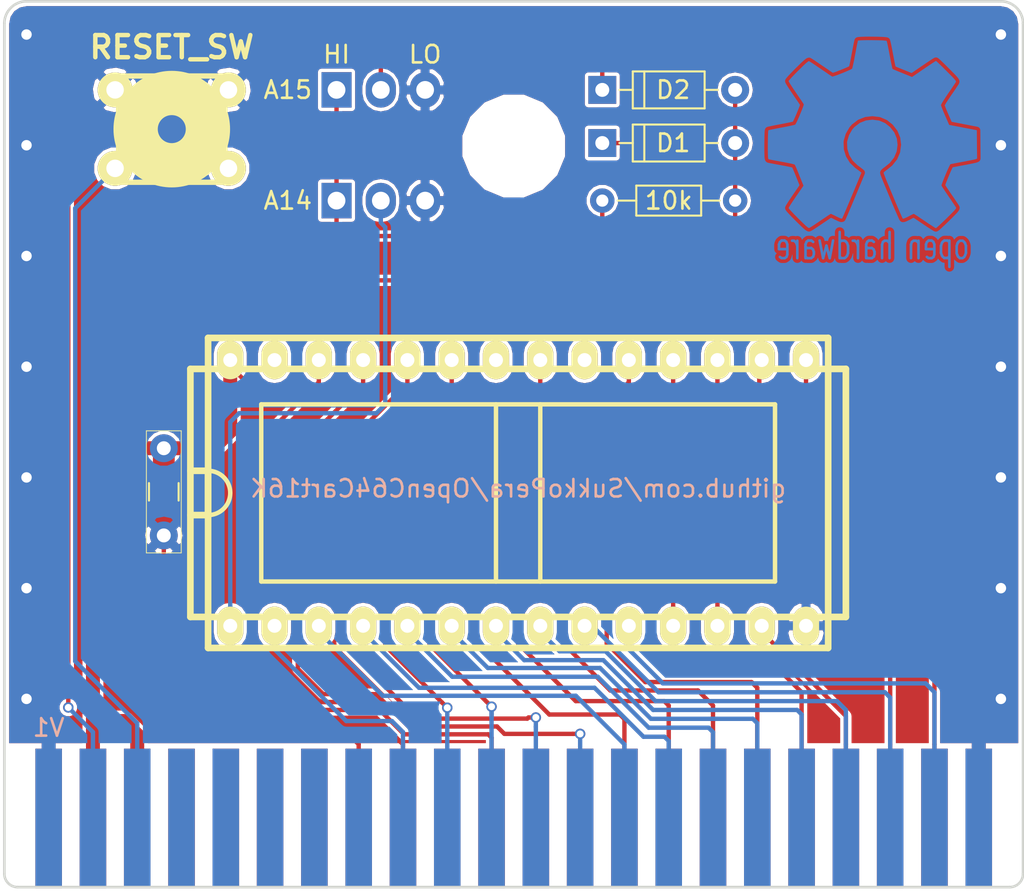
<source format=kicad_pcb>
(kicad_pcb (version 4) (host pcbnew 4.0.7)

  (general
    (links 51)
    (no_connects 0)
    (area 59.614999 78.664999 118.185001 129.615001)
    (thickness 1.6)
    (drawings 18)
    (tracks 284)
    (zones 0)
    (modules 11)
    (nets 30)
  )

  (page A4)
  (title_block
    (title "OpenC64Cart16K: C64 Single-Chip 16K Cartridge")
    (date 2018-01-02)
    (rev 1)
    (company SukkoPera)
    (comment 1 "Thanks to Jani")
  )

  (layers
    (0 F.Cu signal)
    (31 B.Cu signal)
    (36 B.SilkS user)
    (37 F.SilkS user)
    (38 B.Mask user)
    (39 F.Mask user)
    (44 Edge.Cuts user)
    (49 F.Fab user hide)
  )

  (setup
    (last_trace_width 0.25)
    (user_trace_width 0.8)
    (trace_clearance 0.2)
    (zone_clearance 0.2)
    (zone_45_only no)
    (trace_min 0.2)
    (segment_width 0.2)
    (edge_width 0.15)
    (via_size 0.6)
    (via_drill 0.4)
    (via_min_size 0.4)
    (via_min_drill 0.3)
    (user_via 0.8 0.6)
    (uvia_size 0.3)
    (uvia_drill 0.1)
    (uvias_allowed no)
    (uvia_min_size 0.2)
    (uvia_min_drill 0.1)
    (pcb_text_width 0.3)
    (pcb_text_size 1.5 1.5)
    (mod_edge_width 0.15)
    (mod_text_size 1 1)
    (mod_text_width 0.15)
    (pad_size 5.5 5.5)
    (pad_drill 5.5)
    (pad_to_mask_clearance 0)
    (aux_axis_origin 0 0)
    (visible_elements FFFFFF7F)
    (pcbplotparams
      (layerselection 0x010f0_80000001)
      (usegerberextensions false)
      (excludeedgelayer true)
      (linewidth 0.100000)
      (plotframeref false)
      (viasonmask false)
      (mode 1)
      (useauxorigin false)
      (hpglpennumber 1)
      (hpglpenspeed 20)
      (hpglpendiameter 15)
      (hpglpenoverlay 2)
      (psnegative false)
      (psa4output false)
      (plotreference true)
      (plotvalue true)
      (plotinvisibletext false)
      (padsonsilk false)
      (subtractmaskfromsilk false)
      (outputformat 1)
      (mirror false)
      (drillshape 0)
      (scaleselection 1)
      (outputdirectory gerbers/))
  )

  (net 0 "")
  (net 1 GND)
  (net 2 +5V)
  (net 3 "Net-(P1-Pad2)")
  (net 4 "Net-(U1-Pad21)")
  (net 5 "Net-(U1-Pad20)")
  (net 6 "Net-(U1-Pad19)")
  (net 7 "Net-(U1-Pad18)")
  (net 8 "Net-(U1-Pad17)")
  (net 9 "Net-(U1-Pad16)")
  (net 10 "Net-(U1-Pad15)")
  (net 11 "Net-(U1-Pad14)")
  (net 12 "Net-(U1-PadK)")
  (net 13 "Net-(U1-PadL)")
  (net 14 "Net-(U1-PadM)")
  (net 15 "Net-(U1-PadU)")
  (net 16 "Net-(U1-PadV)")
  (net 17 "Net-(U1-PadW)")
  (net 18 "Net-(U1-PadX)")
  (net 19 "Net-(U1-PadY)")
  (net 20 "Net-(U1-PadR)")
  (net 21 "Net-(U1-PadS)")
  (net 22 "Net-(U1-PadT)")
  (net 23 "Net-(U1-PadP)")
  (net 24 "Net-(U1-PadN)")
  (net 25 "Net-(SW1-Pad3)")
  (net 26 "Net-(D1-Pad1)")
  (net 27 "Net-(D1-Pad2)")
  (net 28 "Net-(D2-Pad1)")
  (net 29 "Net-(P2-Pad2)")

  (net_class Default "This is the default net class."
    (clearance 0.2)
    (trace_width 0.25)
    (via_dia 0.6)
    (via_drill 0.4)
    (uvia_dia 0.3)
    (uvia_drill 0.1)
    (add_net "Net-(D1-Pad1)")
    (add_net "Net-(D1-Pad2)")
    (add_net "Net-(D2-Pad1)")
    (add_net "Net-(P1-Pad2)")
    (add_net "Net-(P2-Pad2)")
    (add_net "Net-(SW1-Pad3)")
    (add_net "Net-(U1-Pad14)")
    (add_net "Net-(U1-Pad15)")
    (add_net "Net-(U1-Pad16)")
    (add_net "Net-(U1-Pad17)")
    (add_net "Net-(U1-Pad18)")
    (add_net "Net-(U1-Pad19)")
    (add_net "Net-(U1-Pad20)")
    (add_net "Net-(U1-Pad21)")
    (add_net "Net-(U1-PadK)")
    (add_net "Net-(U1-PadL)")
    (add_net "Net-(U1-PadM)")
    (add_net "Net-(U1-PadN)")
    (add_net "Net-(U1-PadP)")
    (add_net "Net-(U1-PadR)")
    (add_net "Net-(U1-PadS)")
    (add_net "Net-(U1-PadT)")
    (add_net "Net-(U1-PadU)")
    (add_net "Net-(U1-PadV)")
    (add_net "Net-(U1-PadW)")
    (add_net "Net-(U1-PadX)")
    (add_net "Net-(U1-PadY)")
  )

  (net_class Power ""
    (clearance 0.2)
    (trace_width 0.8)
    (via_dia 0.8)
    (via_drill 0.6)
    (uvia_dia 0.3)
    (uvia_drill 0.1)
    (add_net +5V)
    (add_net GND)
  )

  (module w_pth_circuits:dil_28-600_socket (layer F.Cu) (tedit 59726F3E) (tstamp 59726CFB)
    (at 89.154 106.934)
    (descr "IC, DIL28 x 0,6\", with socket")
    (tags DIL)
    (path /59726871)
    (fp_text reference U2 (at 0 -10.16) (layer F.SilkS) hide
      (effects (font (size 1.524 1.143) (thickness 0.28575)))
    )
    (fp_text value 27512 (at 0 10.414) (layer F.SilkS) hide
      (effects (font (size 1.524 1.143) (thickness 0.28575)))
    )
    (fp_line (start 18.796 7.112) (end 18.796 -7.112) (layer F.SilkS) (width 0.381))
    (fp_line (start 17.78 -8.89) (end 17.78 8.89) (layer F.SilkS) (width 0.381))
    (fp_line (start -17.78 8.89) (end -17.78 -8.89) (layer F.SilkS) (width 0.381))
    (fp_line (start -18.796 -7.112) (end -18.796 7.112) (layer F.SilkS) (width 0.381))
    (fp_line (start -1.27 -5.08) (end -1.27 5.08) (layer F.SilkS) (width 0.254))
    (fp_line (start 1.27 5.08) (end 1.27 -5.08) (layer F.SilkS) (width 0.254))
    (fp_line (start 14.732 -5.08) (end 14.732 5.08) (layer F.SilkS) (width 0.254))
    (fp_line (start -14.732 -5.08) (end -14.732 5.08) (layer F.SilkS) (width 0.254))
    (fp_line (start -17.78 -8.89) (end 17.78 -8.89) (layer F.SilkS) (width 0.381))
    (fp_line (start 18.796 -7.112) (end -18.796 -7.112) (layer F.SilkS) (width 0.381))
    (fp_line (start -17.78 8.89) (end 17.78 8.89) (layer F.SilkS) (width 0.381))
    (fp_line (start 18.796 7.112) (end -18.796 7.112) (layer F.SilkS) (width 0.381))
    (fp_line (start -14.732 5.08) (end 14.732 5.08) (layer F.SilkS) (width 0.254))
    (fp_line (start 14.732 -5.08) (end -14.732 -5.08) (layer F.SilkS) (width 0.254))
    (fp_line (start -17.78 -1.27) (end -17.78 1.27) (layer F.SilkS) (width 0.381))
    (fp_arc (start -17.78 0) (end -17.78 -1.27) (angle 90) (layer F.SilkS) (width 0.254))
    (fp_arc (start -17.78 0) (end -16.51 0) (angle 90) (layer F.SilkS) (width 0.254))
    (fp_line (start -17.78 1.27) (end -18.796 1.27) (layer F.SilkS) (width 0.381))
    (fp_line (start -17.78 -1.27) (end -18.796 -1.27) (layer F.SilkS) (width 0.381))
    (pad 1 thru_hole oval (at -16.51 7.62) (size 1.50114 2.19964) (drill 0.8001) (layers *.Cu *.Mask F.SilkS)
      (net 29 "Net-(P2-Pad2)"))
    (pad 2 thru_hole oval (at -13.97 7.62) (size 1.50114 2.19964) (drill 0.8001) (layers *.Cu *.Mask F.SilkS)
      (net 12 "Net-(U1-PadK)"))
    (pad 3 thru_hole oval (at -11.43 7.62) (size 1.50114 2.19964) (drill 0.8001) (layers *.Cu *.Mask F.SilkS)
      (net 20 "Net-(U1-PadR)"))
    (pad 4 thru_hole oval (at -8.89 7.62) (size 1.50114 2.19964) (drill 0.8001) (layers *.Cu *.Mask F.SilkS)
      (net 21 "Net-(U1-PadS)"))
    (pad 5 thru_hole oval (at -6.35 7.62) (size 1.50114 2.19964) (drill 0.8001) (layers *.Cu *.Mask F.SilkS)
      (net 22 "Net-(U1-PadT)"))
    (pad 6 thru_hole oval (at -3.81 7.62) (size 1.50114 2.19964) (drill 0.8001) (layers *.Cu *.Mask F.SilkS)
      (net 15 "Net-(U1-PadU)"))
    (pad 7 thru_hole oval (at -1.27 7.62) (size 1.50114 2.19964) (drill 0.8001) (layers *.Cu *.Mask F.SilkS)
      (net 16 "Net-(U1-PadV)"))
    (pad 8 thru_hole oval (at 1.27 7.62) (size 1.50114 2.19964) (drill 0.8001) (layers *.Cu *.Mask F.SilkS)
      (net 17 "Net-(U1-PadW)"))
    (pad 9 thru_hole oval (at 3.81 7.62) (size 1.50114 2.19964) (drill 0.8001) (layers *.Cu *.Mask F.SilkS)
      (net 18 "Net-(U1-PadX)"))
    (pad 10 thru_hole oval (at 6.35 7.62) (size 1.50114 2.19964) (drill 0.8001) (layers *.Cu *.Mask F.SilkS)
      (net 19 "Net-(U1-PadY)"))
    (pad 11 thru_hole oval (at 8.89 7.62) (size 1.50114 2.19964) (drill 0.8001) (layers *.Cu *.Mask F.SilkS)
      (net 4 "Net-(U1-Pad21)"))
    (pad 12 thru_hole oval (at 11.43 7.62) (size 1.50114 2.19964) (drill 0.8001) (layers *.Cu *.Mask F.SilkS)
      (net 5 "Net-(U1-Pad20)"))
    (pad 13 thru_hole oval (at 13.97 7.62) (size 1.50114 2.19964) (drill 0.8001) (layers *.Cu *.Mask F.SilkS)
      (net 6 "Net-(U1-Pad19)"))
    (pad 14 thru_hole oval (at 16.51 7.62) (size 1.50114 2.19964) (drill 0.8001) (layers *.Cu *.Mask F.SilkS)
      (net 1 GND))
    (pad 15 thru_hole oval (at 16.51 -7.62) (size 1.50114 2.19964) (drill 0.8001) (layers *.Cu *.Mask F.SilkS)
      (net 7 "Net-(U1-Pad18)"))
    (pad 16 thru_hole oval (at 13.97 -7.62) (size 1.50114 2.19964) (drill 0.8001) (layers *.Cu *.Mask F.SilkS)
      (net 8 "Net-(U1-Pad17)"))
    (pad 17 thru_hole oval (at 11.43 -7.62) (size 1.50114 2.19964) (drill 0.8001) (layers *.Cu *.Mask F.SilkS)
      (net 9 "Net-(U1-Pad16)"))
    (pad 18 thru_hole oval (at 8.89 -7.62) (size 1.50114 2.19964) (drill 0.8001) (layers *.Cu *.Mask F.SilkS)
      (net 10 "Net-(U1-Pad15)"))
    (pad 19 thru_hole oval (at 6.35 -7.62) (size 1.50114 2.19964) (drill 0.8001) (layers *.Cu *.Mask F.SilkS)
      (net 11 "Net-(U1-Pad14)"))
    (pad 20 thru_hole oval (at 3.81 -7.62) (size 1.50114 2.19964) (drill 0.8001) (layers *.Cu *.Mask F.SilkS)
      (net 27 "Net-(D1-Pad2)"))
    (pad 21 thru_hole oval (at 1.27 -7.62) (size 1.50114 2.19964) (drill 0.8001) (layers *.Cu *.Mask F.SilkS)
      (net 14 "Net-(U1-PadM)"))
    (pad 22 thru_hole oval (at -1.27 -7.62) (size 1.50114 2.19964) (drill 0.8001) (layers *.Cu *.Mask F.SilkS)
      (net 27 "Net-(D1-Pad2)"))
    (pad 23 thru_hole oval (at -3.81 -7.62) (size 1.50114 2.19964) (drill 0.8001) (layers *.Cu *.Mask F.SilkS)
      (net 13 "Net-(U1-PadL)"))
    (pad 24 thru_hole oval (at -6.35 -7.62) (size 1.50114 2.19964) (drill 0.8001) (layers *.Cu *.Mask F.SilkS)
      (net 24 "Net-(U1-PadN)"))
    (pad 25 thru_hole oval (at -8.89 -7.62) (size 1.50114 2.19964) (drill 0.8001) (layers *.Cu *.Mask F.SilkS)
      (net 23 "Net-(U1-PadP)"))
    (pad 26 thru_hole oval (at -11.43 -7.62) (size 1.50114 2.19964) (drill 0.8001) (layers *.Cu *.Mask F.SilkS)
      (net 26 "Net-(D1-Pad1)"))
    (pad 27 thru_hole oval (at -13.97 -7.62) (size 1.50114 2.19964) (drill 0.8001) (layers *.Cu *.Mask F.SilkS)
      (net 3 "Net-(P1-Pad2)"))
    (pad 28 thru_hole oval (at -16.51 -7.62) (size 1.50114 2.19964) (drill 0.8001) (layers *.Cu *.Mask F.SilkS)
      (net 2 +5V))
    (model /home/sukko/Documents/kicad/lib/kicad_libs/modules/packages3d/walter/pth_circuits/dil_28-600_socket.wrl
      (at (xyz 0 0 0))
      (scale (xyz 1 1 1))
      (rotate (xyz 0 0 0))
    )
  )

  (module OpenC64Cart16K:C_0805+THT (layer F.Cu) (tedit 59F2594F) (tstamp 5971449A)
    (at 68.834 106.8705 90)
    (descr "Capacitor SMD 0805, hand soldering")
    (tags "capacitor 0805")
    (path /597140F9)
    (attr smd)
    (fp_text reference C1 (at 0 -1.75 90) (layer F.SilkS) hide
      (effects (font (size 1 1) (thickness 0.15)))
    )
    (fp_text value C (at 0 1.75 90) (layer F.Fab)
      (effects (font (size 1 1) (thickness 0.15)))
    )
    (fp_text user %R (at 0 -1.75 90) (layer F.Fab)
      (effects (font (size 1 1) (thickness 0.15)))
    )
    (fp_line (start -1 0.62) (end -1 -0.62) (layer F.Fab) (width 0.1))
    (fp_line (start 1 0.62) (end -1 0.62) (layer F.Fab) (width 0.1))
    (fp_line (start 1 -0.62) (end 1 0.62) (layer F.Fab) (width 0.1))
    (fp_line (start -1 -0.62) (end 1 -0.62) (layer F.Fab) (width 0.1))
    (fp_line (start 0.5 -0.85) (end -0.5 -0.85) (layer F.SilkS) (width 0.12))
    (fp_line (start -0.5 0.85) (end 0.5 0.85) (layer F.SilkS) (width 0.12))
    (fp_line (start -3.5 -1) (end 3.5 -1) (layer F.SilkS) (width 0.05))
    (fp_line (start -3.5 -1) (end -3.5 1) (layer F.SilkS) (width 0.05))
    (fp_line (start 3.5 1) (end 3.5 -1) (layer F.SilkS) (width 0.05))
    (fp_line (start 3.5 1) (end -3.5 1) (layer F.SilkS) (width 0.05))
    (pad 1 smd rect (at -1.25 0 90) (size 1.5 1.25) (layers F.Cu F.Mask)
      (net 1 GND))
    (pad 2 smd rect (at 1.25 0 90) (size 1.5 1.25) (layers F.Cu F.Mask)
      (net 2 +5V))
    (pad 1 thru_hole circle (at -2.5 0 90) (size 1.6 1.6) (drill 0.8) (layers *.Cu *.Mask)
      (net 1 GND))
    (pad 2 thru_hole circle (at 2.5 0 90) (size 1.6 1.6) (drill 0.8) (layers *.Cu *.Mask)
      (net 2 +5V))
    (model Capacitors_SMD.3dshapes/C_0805.wrl
      (at (xyz 0 0 0))
      (scale (xyz 1 1 1))
      (rotate (xyz 0 0 0))
    )
    (model Capacitors_THT.3dshapes/C_Disc_D5.0mm_W2.5mm_P5.00mm.wrl
      (at (xyz -0.1 0 0))
      (scale (xyz 1 1 1))
      (rotate (xyz 0 0 0))
    )
  )

  (module OpenC64Cart16K:Pin_Header_Straight_1x03-NoSilkS (layer F.Cu) (tedit 59726341) (tstamp 5A47AF9B)
    (at 78.74 83.82 90)
    (descr "Through hole pin header")
    (tags "pin header")
    (path /5972743E)
    (fp_text reference P1 (at 0 -2.794 90) (layer F.SilkS) hide
      (effects (font (size 1 1) (thickness 0.15)))
    )
    (fp_text value CONN_01X03 (at 0 -3.1 90) (layer F.Fab) hide
      (effects (font (size 1 1) (thickness 0.15)))
    )
    (fp_line (start -1.75 -1.75) (end -1.75 6.85) (layer F.CrtYd) (width 0.05))
    (fp_line (start 1.75 -1.75) (end 1.75 6.85) (layer F.CrtYd) (width 0.05))
    (fp_line (start -1.75 -1.75) (end 1.75 -1.75) (layer F.CrtYd) (width 0.05))
    (fp_line (start -1.75 6.85) (end 1.75 6.85) (layer F.CrtYd) (width 0.05))
    (pad 1 thru_hole rect (at 0 0 90) (size 2.032 1.7272) (drill 1.016) (layers *.Cu *.Mask)
      (net 2 +5V))
    (pad 2 thru_hole oval (at 0 2.54 90) (size 2.032 1.7272) (drill 1.016) (layers *.Cu *.Mask)
      (net 3 "Net-(P1-Pad2)"))
    (pad 3 thru_hole oval (at 0 5.08 90) (size 2.032 1.7272) (drill 1.016) (layers *.Cu *.Mask)
      (net 1 GND))
    (model Pin_Headers.3dshapes/Pin_Header_Straight_1x03_Pitch2.54mm.wrl
      (at (xyz 0 0 0))
      (scale (xyz 1 1 1))
      (rotate (xyz 0 0 0))
    )
  )

  (module OpenC64Cart16K:PCB_PUSH (layer F.Cu) (tedit 5A47B11B) (tstamp 5A47AFBD)
    (at 69.2912 86.07044 270)
    (descr "PCB pushbutton, Tyco FSM6x6 series")
    (tags pushbutton)
    (path /597269BF)
    (fp_text reference SW1 (at 0 -5.08 270) (layer F.SilkS) hide
      (effects (font (size 1.27 1.27) (thickness 0.3175)))
    )
    (fp_text value RESET_SW (at -4.699 0 360) (layer F.SilkS)
      (effects (font (size 1.27 1.27) (thickness 0.254)))
    )
    (fp_line (start -3.048 -3.048) (end 3.048 -3.048) (layer F.SilkS) (width 0.3048))
    (fp_line (start 3.048 -3.048) (end 3.048 3.048) (layer F.SilkS) (width 0.3048))
    (fp_line (start 3.048 3.048) (end -3.048 3.048) (layer F.SilkS) (width 0.3048))
    (fp_line (start -3.048 3.048) (end -3.048 -3.048) (layer F.SilkS) (width 0.3048))
    (fp_circle (center 0 0) (end -0.762 0.254) (layer F.SilkS) (width 2.54))
    (pad 1 thru_hole circle (at -2.25044 -3.2512 270) (size 1.99898 1.99898) (drill 1.00076) (layers *.Cu *.Mask F.SilkS)
      (net 1 GND))
    (pad 2 thru_hole circle (at -2.25044 3.2512 270) (size 1.99898 1.99898) (drill 1.00076) (layers *.Cu *.Mask F.SilkS)
      (net 1 GND))
    (pad 4 thru_hole circle (at 2.25044 -3.2512 270) (size 1.99898 1.99898) (drill 1.00076) (layers *.Cu *.Mask F.SilkS)
      (net 25 "Net-(SW1-Pad3)"))
    (pad 3 thru_hole circle (at 2.25044 3.2512 270) (size 1.99898 1.99898) (drill 1.00076) (layers *.Cu *.Mask F.SilkS)
      (net 25 "Net-(SW1-Pad3)"))
    (model ${P3D_WALTER}/switch/pcb_push.wrl
      (at (xyz 0 0 0))
      (scale (xyz 1 1 1))
      (rotate (xyz 0 0 0))
    )
  )

  (module OpenC64Cart16K:C64-Cart locked (layer F.Cu) (tedit 5A47AD92) (tstamp 5A47AFC4)
    (at 59.69 129.54)
    (path /59713F4B)
    (fp_text reference U1 (at 3.81 -9.018274) (layer F.SilkS) hide
      (effects (font (size 1 1) (thickness 0.15)))
    )
    (fp_text value C64-Exp-Port (at 30.48 1.27) (layer F.Fab) hide
      (effects (font (size 1 1) (thickness 0.15)))
    )
    (fp_line (start 58.42 -35.56) (end 0 -35.56) (layer Dwgs.User) (width 0.15))
    (fp_text user "Card will be inside C64 up to this point" (at 29.21 -36.576) (layer Dwgs.User)
      (effects (font (size 1 1) (thickness 0.15)))
    )
    (fp_line (start 58.42 0) (end 58.42 -35.56) (layer Dwgs.User) (width 0.15))
    (fp_line (start 0 0) (end 58.42 0) (layer F.Fab) (width 0.15))
    (fp_line (start 0 -35.56) (end 0 0) (layer Dwgs.User) (width 0.15))
    (pad 1 smd rect (at 2.54 -3.938274 180) (size 1.524 8) (layers F.Cu F.Mask)
      (net 1 GND))
    (pad 4 smd rect (at 10.16 -3.938274 180) (size 1.524 8) (layers F.Cu F.Mask))
    (pad 5 smd rect (at 12.7 -3.938274 180) (size 1.524 8) (layers F.Cu F.Mask))
    (pad 6 smd rect (at 15.24 -3.938274 180) (size 1.524 8) (layers F.Cu F.Mask))
    (pad 7 smd rect (at 17.78 -3.938274 180) (size 1.524 8) (layers F.Cu F.Mask))
    (pad 8 smd rect (at 20.32 -3.938274 180) (size 1.524 8) (layers F.Cu F.Mask)
      (net 1 GND))
    (pad 9 smd rect (at 22.86 -3.938274 180) (size 1.524 8) (layers F.Cu F.Mask)
      (net 1 GND))
    (pad 10 smd rect (at 25.4 -3.938274 180) (size 1.524 8) (layers F.Cu F.Mask))
    (pad 11 smd rect (at 27.94 -3.938274 180) (size 1.524 8) (layers F.Cu F.Mask)
      (net 26 "Net-(D1-Pad1)"))
    (pad 13 smd rect (at 33.02 -3.938274 180) (size 1.524 8) (layers F.Cu F.Mask))
    (pad 14 smd rect (at 35.56 -3.938274 180) (size 1.524 8) (layers F.Cu F.Mask)
      (net 11 "Net-(U1-Pad14)"))
    (pad 12 smd rect (at 30.48 -3.938274 180) (size 1.524 8) (layers F.Cu F.Mask))
    (pad 2 smd rect (at 5.08 -3.938274 180) (size 1.524 8) (layers F.Cu F.Mask)
      (net 2 +5V))
    (pad 3 smd rect (at 7.62 -3.938274 180) (size 1.524 8) (layers F.Cu F.Mask)
      (net 2 +5V))
    (pad 15 smd rect (at 38.1 -3.938274 180) (size 1.524 8) (layers F.Cu F.Mask)
      (net 10 "Net-(U1-Pad15)"))
    (pad 16 smd rect (at 40.64 -3.938274 180) (size 1.524 8) (layers F.Cu F.Mask)
      (net 9 "Net-(U1-Pad16)"))
    (pad 17 smd rect (at 43.18 -3.938274 180) (size 1.524 8) (layers F.Cu F.Mask)
      (net 8 "Net-(U1-Pad17)"))
    (pad 18 smd rect (at 45.72 -3.938274 180) (size 1.524 8) (layers F.Cu F.Mask)
      (net 7 "Net-(U1-Pad18)"))
    (pad 19 smd rect (at 48.26 -3.938274 180) (size 1.524 8) (layers F.Cu F.Mask)
      (net 6 "Net-(U1-Pad19)"))
    (pad 20 smd rect (at 50.8 -3.938274 180) (size 1.524 8) (layers F.Cu F.Mask)
      (net 5 "Net-(U1-Pad20)"))
    (pad 21 smd rect (at 53.34 -3.938274 180) (size 1.524 8) (layers F.Cu F.Mask)
      (net 4 "Net-(U1-Pad21)"))
    (pad 22 smd rect (at 55.88 -3.938274 180) (size 1.524 8) (layers F.Cu F.Mask)
      (net 1 GND))
    (pad F smd rect (at 15.24 -3.938274) (size 1.524 8) (layers B.Cu B.Mask))
    (pad H smd rect (at 17.78 -3.938274) (size 1.524 8) (layers B.Cu B.Mask))
    (pad J smd rect (at 20.32 -3.938274) (size 1.524 8) (layers B.Cu B.Mask))
    (pad K smd rect (at 22.86 -3.938274) (size 1.524 8) (layers B.Cu B.Mask)
      (net 12 "Net-(U1-PadK)"))
    (pad L smd rect (at 25.4 -3.938274) (size 1.524 8) (layers B.Cu B.Mask)
      (net 13 "Net-(U1-PadL)"))
    (pad M smd rect (at 27.94 -3.938274) (size 1.524 8) (layers B.Cu B.Mask)
      (net 14 "Net-(U1-PadM)"))
    (pad B smd rect (at 5.08 -3.938274) (size 1.524 8) (layers B.Cu B.Mask)
      (net 28 "Net-(D2-Pad1)"))
    (pad C smd rect (at 7.62 -3.938274) (size 1.524 8) (layers B.Cu B.Mask)
      (net 25 "Net-(SW1-Pad3)"))
    (pad D smd rect (at 10.16 -3.938274) (size 1.524 8) (layers B.Cu B.Mask))
    (pad E smd rect (at 12.7 -3.938274) (size 1.524 8) (layers B.Cu B.Mask))
    (pad A smd rect (at 2.54 -3.938274) (size 1.524 8) (layers B.Cu B.Mask)
      (net 1 GND))
    (pad U smd rect (at 43.18 -3.938274) (size 1.524 8) (layers B.Cu B.Mask)
      (net 15 "Net-(U1-PadU)"))
    (pad V smd rect (at 45.72 -3.938274) (size 1.524 8) (layers B.Cu B.Mask)
      (net 16 "Net-(U1-PadV)"))
    (pad W smd rect (at 48.26 -3.938274) (size 1.524 8) (layers B.Cu B.Mask)
      (net 17 "Net-(U1-PadW)"))
    (pad X smd rect (at 50.8 -3.938274) (size 1.524 8) (layers B.Cu B.Mask)
      (net 18 "Net-(U1-PadX)"))
    (pad Y smd rect (at 53.34 -3.938274) (size 1.524 8) (layers B.Cu B.Mask)
      (net 19 "Net-(U1-PadY)"))
    (pad Z smd rect (at 55.88 -3.938274) (size 1.524 8) (layers B.Cu B.Mask)
      (net 1 GND))
    (pad R smd rect (at 35.56 -3.938274) (size 1.524 8) (layers B.Cu B.Mask)
      (net 20 "Net-(U1-PadR)"))
    (pad S smd rect (at 38.1 -3.938274) (size 1.524 8) (layers B.Cu B.Mask)
      (net 21 "Net-(U1-PadS)"))
    (pad T smd rect (at 40.64 -3.938274) (size 1.524 8) (layers B.Cu B.Mask)
      (net 22 "Net-(U1-PadT)"))
    (pad P smd rect (at 33.02 -3.938274) (size 1.524 8) (layers B.Cu B.Mask)
      (net 23 "Net-(U1-PadP)"))
    (pad N smd rect (at 30.48 -3.938274) (size 1.524 8) (layers B.Cu B.Mask)
      (net 24 "Net-(U1-PadN)"))
    (pad NoSo smd rect (at 29.21 -3.81 180) (size 58.42 8.3) (layers B.Mask))
    (pad NoSo smd rect (at 29.21 -3.81 180) (size 58.42 8.3) (layers F.Mask))
  )

  (module Diodes_THT:D_DO-35_SOD27_P7.62mm_Horizontal (layer F.Cu) (tedit 5921392F) (tstamp 5A4AC673)
    (at 93.98 86.868)
    (descr "D, DO-35_SOD27 series, Axial, Horizontal, pin pitch=7.62mm, , length*diameter=4*2mm^2, , http://www.diodes.com/_files/packages/DO-35.pdf")
    (tags "D DO-35_SOD27 series Axial Horizontal pin pitch 7.62mm  length 4mm diameter 2mm")
    (path /5A4ACA6B)
    (fp_text reference D1 (at 4.064 0) (layer F.SilkS)
      (effects (font (size 1 1) (thickness 0.15)))
    )
    (fp_text value 1N4148 (at 11.684 0) (layer F.Fab)
      (effects (font (size 1 1) (thickness 0.15)))
    )
    (fp_text user %R (at 3.81 0) (layer F.Fab)
      (effects (font (size 1 1) (thickness 0.15)))
    )
    (fp_line (start 1.81 -1) (end 1.81 1) (layer F.Fab) (width 0.1))
    (fp_line (start 1.81 1) (end 5.81 1) (layer F.Fab) (width 0.1))
    (fp_line (start 5.81 1) (end 5.81 -1) (layer F.Fab) (width 0.1))
    (fp_line (start 5.81 -1) (end 1.81 -1) (layer F.Fab) (width 0.1))
    (fp_line (start 0 0) (end 1.81 0) (layer F.Fab) (width 0.1))
    (fp_line (start 7.62 0) (end 5.81 0) (layer F.Fab) (width 0.1))
    (fp_line (start 2.41 -1) (end 2.41 1) (layer F.Fab) (width 0.1))
    (fp_line (start 1.75 -1.06) (end 1.75 1.06) (layer F.SilkS) (width 0.12))
    (fp_line (start 1.75 1.06) (end 5.87 1.06) (layer F.SilkS) (width 0.12))
    (fp_line (start 5.87 1.06) (end 5.87 -1.06) (layer F.SilkS) (width 0.12))
    (fp_line (start 5.87 -1.06) (end 1.75 -1.06) (layer F.SilkS) (width 0.12))
    (fp_line (start 0.98 0) (end 1.75 0) (layer F.SilkS) (width 0.12))
    (fp_line (start 6.64 0) (end 5.87 0) (layer F.SilkS) (width 0.12))
    (fp_line (start 2.41 -1.06) (end 2.41 1.06) (layer F.SilkS) (width 0.12))
    (fp_line (start -1.05 -1.35) (end -1.05 1.35) (layer F.CrtYd) (width 0.05))
    (fp_line (start -1.05 1.35) (end 8.7 1.35) (layer F.CrtYd) (width 0.05))
    (fp_line (start 8.7 1.35) (end 8.7 -1.35) (layer F.CrtYd) (width 0.05))
    (fp_line (start 8.7 -1.35) (end -1.05 -1.35) (layer F.CrtYd) (width 0.05))
    (pad 1 thru_hole rect (at 0 0) (size 1.6 1.6) (drill 0.8) (layers *.Cu *.Mask)
      (net 26 "Net-(D1-Pad1)"))
    (pad 2 thru_hole oval (at 7.62 0) (size 1.6 1.6) (drill 0.8) (layers *.Cu *.Mask)
      (net 27 "Net-(D1-Pad2)"))
    (model ${KISYS3DMOD}/Diodes_THT.3dshapes/D_DO-35_SOD27_P7.62mm_Horizontal.wrl
      (at (xyz 0 0 0))
      (scale (xyz 0.393701 0.393701 0.393701))
      (rotate (xyz 0 0 0))
    )
  )

  (module Diodes_THT:D_DO-35_SOD27_P7.62mm_Horizontal (layer F.Cu) (tedit 5921392F) (tstamp 5A4AC679)
    (at 93.98 83.82)
    (descr "D, DO-35_SOD27 series, Axial, Horizontal, pin pitch=7.62mm, , length*diameter=4*2mm^2, , http://www.diodes.com/_files/packages/DO-35.pdf")
    (tags "D DO-35_SOD27 series Axial Horizontal pin pitch 7.62mm  length 4mm diameter 2mm")
    (path /5A4ACC69)
    (fp_text reference D2 (at 4.064 0) (layer F.SilkS)
      (effects (font (size 1 1) (thickness 0.15)))
    )
    (fp_text value 1N4148 (at 11.684 0) (layer F.Fab)
      (effects (font (size 1 1) (thickness 0.15)))
    )
    (fp_text user %R (at 3.81 0) (layer F.Fab)
      (effects (font (size 1 1) (thickness 0.15)))
    )
    (fp_line (start 1.81 -1) (end 1.81 1) (layer F.Fab) (width 0.1))
    (fp_line (start 1.81 1) (end 5.81 1) (layer F.Fab) (width 0.1))
    (fp_line (start 5.81 1) (end 5.81 -1) (layer F.Fab) (width 0.1))
    (fp_line (start 5.81 -1) (end 1.81 -1) (layer F.Fab) (width 0.1))
    (fp_line (start 0 0) (end 1.81 0) (layer F.Fab) (width 0.1))
    (fp_line (start 7.62 0) (end 5.81 0) (layer F.Fab) (width 0.1))
    (fp_line (start 2.41 -1) (end 2.41 1) (layer F.Fab) (width 0.1))
    (fp_line (start 1.75 -1.06) (end 1.75 1.06) (layer F.SilkS) (width 0.12))
    (fp_line (start 1.75 1.06) (end 5.87 1.06) (layer F.SilkS) (width 0.12))
    (fp_line (start 5.87 1.06) (end 5.87 -1.06) (layer F.SilkS) (width 0.12))
    (fp_line (start 5.87 -1.06) (end 1.75 -1.06) (layer F.SilkS) (width 0.12))
    (fp_line (start 0.98 0) (end 1.75 0) (layer F.SilkS) (width 0.12))
    (fp_line (start 6.64 0) (end 5.87 0) (layer F.SilkS) (width 0.12))
    (fp_line (start 2.41 -1.06) (end 2.41 1.06) (layer F.SilkS) (width 0.12))
    (fp_line (start -1.05 -1.35) (end -1.05 1.35) (layer F.CrtYd) (width 0.05))
    (fp_line (start -1.05 1.35) (end 8.7 1.35) (layer F.CrtYd) (width 0.05))
    (fp_line (start 8.7 1.35) (end 8.7 -1.35) (layer F.CrtYd) (width 0.05))
    (fp_line (start 8.7 -1.35) (end -1.05 -1.35) (layer F.CrtYd) (width 0.05))
    (pad 1 thru_hole rect (at 0 0) (size 1.6 1.6) (drill 0.8) (layers *.Cu *.Mask)
      (net 28 "Net-(D2-Pad1)"))
    (pad 2 thru_hole oval (at 7.62 0) (size 1.6 1.6) (drill 0.8) (layers *.Cu *.Mask)
      (net 27 "Net-(D1-Pad2)"))
    (model ${KISYS3DMOD}/Diodes_THT.3dshapes/D_DO-35_SOD27_P7.62mm_Horizontal.wrl
      (at (xyz 0 0 0))
      (scale (xyz 0.393701 0.393701 0.393701))
      (rotate (xyz 0 0 0))
    )
  )

  (module w_logo:Logo_copper_OSHW_12x13mm (layer B.Cu) (tedit 0) (tstamp 5A4AC67D)
    (at 109.474 86.36 180)
    (descr "Open Hardware Logo, 12x13mm")
    (path /5A47B1EF)
    (fp_text reference J1 (at 0 0 180) (layer B.SilkS) hide
      (effects (font (size 0.5461 0.5461) (thickness 0.10922)) (justify mirror))
    )
    (fp_text value OSHW_LOGO (at 0 -0.9 180) (layer B.SilkS) hide
      (effects (font (size 0.5461 0.5461) (thickness 0.10922)) (justify mirror))
    )
    (fp_line (start 5.21 -7.11) (end 5.31 -7.04) (layer B.Cu) (width 0.15))
    (fp_line (start 5.03 -7.11) (end 5.21 -7.11) (layer B.Cu) (width 0.15))
    (fp_line (start 4.93 -7.04) (end 5.03 -7.11) (layer B.Cu) (width 0.15))
    (fp_line (start 4.88 -6.9) (end 4.93 -7.04) (layer B.Cu) (width 0.15))
    (fp_line (start 4.88 -6.32) (end 4.88 -6.9) (layer B.Cu) (width 0.15))
    (fp_line (start 4.94 -6.17) (end 4.88 -6.32) (layer B.Cu) (width 0.15))
    (fp_line (start 5.04 -6.1) (end 4.94 -6.17) (layer B.Cu) (width 0.15))
    (fp_line (start 5.21 -6.1) (end 5.04 -6.1) (layer B.Cu) (width 0.15))
    (fp_line (start 5.31 -6.19) (end 5.21 -6.1) (layer B.Cu) (width 0.15))
    (fp_line (start 5.36 -6.32) (end 5.31 -6.19) (layer B.Cu) (width 0.15))
    (fp_line (start 5.36 -6.59) (end 5.36 -6.32) (layer B.Cu) (width 0.15))
    (fp_line (start 4.88 -6.59) (end 5.36 -6.59) (layer B.Cu) (width 0.15))
    (fp_line (start 4.31 -6.11) (end 4.31 -7.11) (layer B.Cu) (width 0.15))
    (fp_line (start 4.36 -6.25) (end 4.31 -6.42) (layer B.Cu) (width 0.15))
    (fp_line (start 4.4 -6.19) (end 4.36 -6.25) (layer B.Cu) (width 0.15))
    (fp_line (start 4.5 -6.11) (end 4.4 -6.19) (layer B.Cu) (width 0.15))
    (fp_line (start 4.61 -6.11) (end 4.5 -6.11) (layer B.Cu) (width 0.15))
    (fp_line (start 2.26 -6.1) (end 2.45 -7.11) (layer B.Cu) (width 0.15))
    (fp_line (start 2.45 -7.11) (end 2.64 -6.39) (layer B.Cu) (width 0.15))
    (fp_line (start 2.64 -6.39) (end 2.83 -7.11) (layer B.Cu) (width 0.15))
    (fp_line (start 2.83 -7.11) (end 3.03 -6.1) (layer B.Cu) (width 0.15))
    (fp_line (start 1.88 -7.03) (end 1.79 -7.11) (layer B.Cu) (width 0.15))
    (fp_line (start 1.79 -7.11) (end 1.6 -7.11) (layer B.Cu) (width 0.15))
    (fp_line (start 1.6 -7.11) (end 1.53 -7.06) (layer B.Cu) (width 0.15))
    (fp_line (start 1.53 -7.06) (end 1.46 -6.98) (layer B.Cu) (width 0.15))
    (fp_line (start 1.46 -6.98) (end 1.4 -6.82) (layer B.Cu) (width 0.15))
    (fp_line (start 1.4 -6.82) (end 1.4 -6.4) (layer B.Cu) (width 0.15))
    (fp_line (start 1.4 -6.4) (end 1.45 -6.25) (layer B.Cu) (width 0.15))
    (fp_line (start 1.45 -6.25) (end 1.52 -6.16) (layer B.Cu) (width 0.15))
    (fp_line (start 1.52 -6.16) (end 1.6 -6.11) (layer B.Cu) (width 0.15))
    (fp_line (start 1.6 -6.11) (end 1.78 -6.11) (layer B.Cu) (width 0.15))
    (fp_line (start 1.78 -6.11) (end 1.88 -6.19) (layer B.Cu) (width 0.15))
    (fp_line (start 1.88 -5.61) (end 1.88 -7.11) (layer B.Cu) (width 0.15))
    (fp_line (start 1.13 -6.11) (end 1.02 -6.11) (layer B.Cu) (width 0.15))
    (fp_line (start 1.02 -6.11) (end 0.92 -6.19) (layer B.Cu) (width 0.15))
    (fp_line (start 0.92 -6.19) (end 0.88 -6.25) (layer B.Cu) (width 0.15))
    (fp_line (start 0.88 -6.25) (end 0.83 -6.42) (layer B.Cu) (width 0.15))
    (fp_line (start 0.83 -6.11) (end 0.83 -7.11) (layer B.Cu) (width 0.15))
    (fp_line (start 3.84 -6.32) (end 3.84 -7.11) (layer B.Cu) (width 0.15))
    (fp_line (start 3.78 -6.17) (end 3.84 -6.32) (layer B.Cu) (width 0.15))
    (fp_line (start 3.69 -6.1) (end 3.78 -6.17) (layer B.Cu) (width 0.15))
    (fp_line (start 3.51 -6.1) (end 3.69 -6.1) (layer B.Cu) (width 0.15))
    (fp_line (start 3.4 -6.18) (end 3.51 -6.1) (layer B.Cu) (width 0.15))
    (fp_line (start 3.36 -6.88) (end 3.4 -7.02) (layer B.Cu) (width 0.15))
    (fp_line (start 3.36 -6.75) (end 3.36 -6.88) (layer B.Cu) (width 0.15))
    (fp_line (start 3.41 -6.61) (end 3.36 -6.75) (layer B.Cu) (width 0.15))
    (fp_line (start 3.51 -6.53) (end 3.41 -6.61) (layer B.Cu) (width 0.15))
    (fp_line (start 3.75 -6.53) (end 3.51 -6.53) (layer B.Cu) (width 0.15))
    (fp_line (start 3.84 -6.46) (end 3.75 -6.53) (layer B.Cu) (width 0.15))
    (fp_line (start 3.74 -7.11) (end 3.84 -7.03) (layer B.Cu) (width 0.15))
    (fp_line (start 3.51 -7.11) (end 3.74 -7.11) (layer B.Cu) (width 0.15))
    (fp_line (start 3.4 -7.02) (end 3.51 -7.11) (layer B.Cu) (width 0.15))
    (fp_line (start -0.08 -7.02) (end 0.03 -7.11) (layer B.Cu) (width 0.15))
    (fp_line (start 0.03 -7.11) (end 0.26 -7.11) (layer B.Cu) (width 0.15))
    (fp_line (start 0.26 -7.11) (end 0.36 -7.03) (layer B.Cu) (width 0.15))
    (fp_line (start 0.36 -6.46) (end 0.27 -6.53) (layer B.Cu) (width 0.15))
    (fp_line (start 0.27 -6.53) (end 0.03 -6.53) (layer B.Cu) (width 0.15))
    (fp_line (start 0.03 -6.53) (end -0.07 -6.61) (layer B.Cu) (width 0.15))
    (fp_line (start -0.07 -6.61) (end -0.12 -6.75) (layer B.Cu) (width 0.15))
    (fp_line (start -0.12 -6.75) (end -0.12 -6.88) (layer B.Cu) (width 0.15))
    (fp_line (start -0.12 -6.88) (end -0.08 -7.02) (layer B.Cu) (width 0.15))
    (fp_line (start -0.08 -6.18) (end 0.03 -6.1) (layer B.Cu) (width 0.15))
    (fp_line (start 0.03 -6.1) (end 0.21 -6.1) (layer B.Cu) (width 0.15))
    (fp_line (start 0.21 -6.1) (end 0.3 -6.17) (layer B.Cu) (width 0.15))
    (fp_line (start 0.3 -6.17) (end 0.36 -6.32) (layer B.Cu) (width 0.15))
    (fp_line (start 0.36 -6.32) (end 0.36 -7.11) (layer B.Cu) (width 0.15))
    (fp_line (start -0.98 -7.11) (end -0.98 -5.61) (layer B.Cu) (width 0.15))
    (fp_line (start -0.92 -6.17) (end -0.98 -6.24) (layer B.Cu) (width 0.15))
    (fp_line (start -0.84 -6.11) (end -0.92 -6.17) (layer B.Cu) (width 0.15))
    (fp_line (start -0.7 -6.11) (end -0.84 -6.11) (layer B.Cu) (width 0.15))
    (fp_line (start -0.6 -6.18) (end -0.7 -6.11) (layer B.Cu) (width 0.15))
    (fp_line (start -0.55 -6.33) (end -0.6 -6.18) (layer B.Cu) (width 0.15))
    (fp_line (start -0.55 -7.11) (end -0.55 -6.33) (layer B.Cu) (width 0.15))
    (fp_line (start -2.21 -7.11) (end -2.21 -6.33) (layer B.Cu) (width 0.15))
    (fp_line (start -2.21 -6.33) (end -2.26 -6.18) (layer B.Cu) (width 0.15))
    (fp_line (start -2.26 -6.18) (end -2.36 -6.11) (layer B.Cu) (width 0.15))
    (fp_line (start -2.36 -6.11) (end -2.5 -6.11) (layer B.Cu) (width 0.15))
    (fp_line (start -2.5 -6.11) (end -2.58 -6.17) (layer B.Cu) (width 0.15))
    (fp_line (start -2.58 -6.17) (end -2.64 -6.24) (layer B.Cu) (width 0.15))
    (fp_line (start -2.64 -6.11) (end -2.64 -7.11) (layer B.Cu) (width 0.15))
    (fp_line (start -3.55 -6.59) (end -3.07 -6.59) (layer B.Cu) (width 0.15))
    (fp_line (start -3.07 -6.59) (end -3.07 -6.32) (layer B.Cu) (width 0.15))
    (fp_line (start -3.07 -6.32) (end -3.12 -6.19) (layer B.Cu) (width 0.15))
    (fp_line (start -3.12 -6.19) (end -3.22 -6.1) (layer B.Cu) (width 0.15))
    (fp_line (start -3.22 -6.1) (end -3.39 -6.1) (layer B.Cu) (width 0.15))
    (fp_line (start -3.39 -6.1) (end -3.49 -6.17) (layer B.Cu) (width 0.15))
    (fp_line (start -3.49 -6.17) (end -3.55 -6.32) (layer B.Cu) (width 0.15))
    (fp_line (start -3.55 -6.32) (end -3.55 -6.9) (layer B.Cu) (width 0.15))
    (fp_line (start -3.55 -6.9) (end -3.5 -7.04) (layer B.Cu) (width 0.15))
    (fp_line (start -3.5 -7.04) (end -3.4 -7.11) (layer B.Cu) (width 0.15))
    (fp_line (start -3.4 -7.11) (end -3.22 -7.11) (layer B.Cu) (width 0.15))
    (fp_line (start -3.22 -7.11) (end -3.12 -7.04) (layer B.Cu) (width 0.15))
    (fp_line (start -4.41 -6.1) (end -4.41 -7.61) (layer B.Cu) (width 0.15))
    (fp_line (start -4.3 -6.1) (end -4.12 -6.1) (layer B.Cu) (width 0.15))
    (fp_line (start -4.3 -7.1) (end -4.11 -7.1) (layer B.Cu) (width 0.15))
    (fp_line (start -4.3 -6.1) (end -4.38 -6.16) (layer B.Cu) (width 0.15))
    (fp_line (start -4.03 -6.17) (end -4.12 -6.1) (layer B.Cu) (width 0.15))
    (fp_line (start -3.98 -6.24) (end -4.03 -6.17) (layer B.Cu) (width 0.15))
    (fp_line (start -3.93 -6.4) (end -3.98 -6.24) (layer B.Cu) (width 0.15))
    (fp_line (start -3.93 -6.81) (end -3.93 -6.4) (layer B.Cu) (width 0.15))
    (fp_line (start -3.98 -6.95) (end -3.93 -6.81) (layer B.Cu) (width 0.15))
    (fp_line (start -4.02 -7.02) (end -3.98 -6.95) (layer B.Cu) (width 0.15))
    (fp_line (start -4.12 -7.1) (end -4.02 -7.02) (layer B.Cu) (width 0.15))
    (fp_line (start -4.4 -7.03) (end -4.3 -7.1) (layer B.Cu) (width 0.15))
    (fp_line (start -5.36 -6.4) (end -5.36 -6.81) (layer B.Cu) (width 0.15))
    (fp_line (start -5.36 -6.81) (end -5.31 -6.95) (layer B.Cu) (width 0.15))
    (fp_line (start -5.31 -6.95) (end -5.26 -7.04) (layer B.Cu) (width 0.15))
    (fp_line (start -5.26 -7.04) (end -5.16 -7.11) (layer B.Cu) (width 0.15))
    (fp_line (start -5.16 -7.11) (end -5.02 -7.11) (layer B.Cu) (width 0.15))
    (fp_line (start -5.02 -7.11) (end -4.92 -7.03) (layer B.Cu) (width 0.15))
    (fp_line (start -4.92 -7.03) (end -4.88 -6.96) (layer B.Cu) (width 0.15))
    (fp_line (start -4.88 -6.96) (end -4.83 -6.82) (layer B.Cu) (width 0.15))
    (fp_line (start -4.83 -6.82) (end -4.83 -6.41) (layer B.Cu) (width 0.15))
    (fp_line (start -4.83 -6.41) (end -4.88 -6.25) (layer B.Cu) (width 0.15))
    (fp_line (start -4.88 -6.25) (end -4.93 -6.18) (layer B.Cu) (width 0.15))
    (fp_line (start -4.93 -6.18) (end -5.02 -6.11) (layer B.Cu) (width 0.15))
    (fp_line (start -5.02 -6.11) (end -5.17 -6.11) (layer B.Cu) (width 0.15))
    (fp_line (start -5.17 -6.11) (end -5.25 -6.17) (layer B.Cu) (width 0.15))
    (fp_line (start -5.25 -6.17) (end -5.31 -6.25) (layer B.Cu) (width 0.15))
    (fp_line (start -5.31 -6.25) (end -5.36 -6.4) (layer B.Cu) (width 0.15))
    (fp_poly (pts (xy -3.63728 -5.38988) (xy -3.57378 -5.35686) (xy -3.43408 -5.26796) (xy -3.23342 -5.13842)
      (xy -2.9972 -4.9784) (xy -2.75844 -4.81838) (xy -2.56286 -4.6863) (xy -2.4257 -4.59994)
      (xy -2.36982 -4.56692) (xy -2.33934 -4.57708) (xy -2.22504 -4.63296) (xy -2.06248 -4.71932)
      (xy -1.96596 -4.76758) (xy -1.8161 -4.83362) (xy -1.74244 -4.84632) (xy -1.72974 -4.826)
      (xy -1.67386 -4.70916) (xy -1.5875 -4.51358) (xy -1.4732 -4.25196) (xy -1.34366 -3.9497)
      (xy -1.2065 -3.6195) (xy -1.0668 -3.28422) (xy -0.93472 -2.96672) (xy -0.81534 -2.6797)
      (xy -0.72136 -2.44602) (xy -0.6604 -2.28346) (xy -0.63754 -2.21234) (xy -0.64516 -2.1971)
      (xy -0.71882 -2.12598) (xy -0.8509 -2.02692) (xy -1.13538 -1.79578) (xy -1.41478 -1.44526)
      (xy -1.58496 -1.04902) (xy -1.64338 -0.60706) (xy -1.59512 -0.19812) (xy -1.43256 0.19558)
      (xy -1.15824 0.54864) (xy -0.8255 0.8128) (xy -0.43688 0.9779) (xy 0 1.03378)
      (xy 0.4191 0.98552) (xy 0.82042 0.82804) (xy 1.17348 0.5588) (xy 1.32334 0.38608)
      (xy 1.52908 0.02794) (xy 1.64592 -0.35814) (xy 1.65862 -0.45466) (xy 1.64084 -0.8763)
      (xy 1.51638 -1.28016) (xy 1.2954 -1.64084) (xy 0.98552 -1.93802) (xy 0.94742 -1.96596)
      (xy 0.80264 -2.07264) (xy 0.70866 -2.1463) (xy 0.63246 -2.20726) (xy 1.1684 -3.50012)
      (xy 1.25476 -3.70586) (xy 1.40208 -4.05638) (xy 1.53162 -4.36118) (xy 1.63576 -4.60502)
      (xy 1.70688 -4.76504) (xy 1.73736 -4.83108) (xy 1.74244 -4.83362) (xy 1.78816 -4.84124)
      (xy 1.88722 -4.80568) (xy 2.06756 -4.71932) (xy 2.18694 -4.65836) (xy 2.3241 -4.59232)
      (xy 2.38506 -4.56692) (xy 2.4384 -4.59486) (xy 2.57048 -4.68122) (xy 2.76098 -4.81076)
      (xy 2.99212 -4.9657) (xy 3.2131 -5.11556) (xy 3.4163 -5.25018) (xy 3.56362 -5.34416)
      (xy 3.63474 -5.38226) (xy 3.6449 -5.38226) (xy 3.7084 -5.3467) (xy 3.82524 -5.25018)
      (xy 4.0005 -5.08254) (xy 4.24942 -4.8387) (xy 4.28752 -4.8006) (xy 4.49326 -4.59232)
      (xy 4.65836 -4.41706) (xy 4.77012 -4.2926) (xy 4.81076 -4.23672) (xy 4.81076 -4.23672)
      (xy 4.77266 -4.1656) (xy 4.68122 -4.01828) (xy 4.5466 -3.81508) (xy 4.38404 -3.57378)
      (xy 3.95478 -2.95402) (xy 4.191 -2.36728) (xy 4.26212 -2.18694) (xy 4.35356 -1.9685)
      (xy 4.42214 -1.81356) (xy 4.4577 -1.74498) (xy 4.5212 -1.72212) (xy 4.68122 -1.68402)
      (xy 4.9149 -1.63576) (xy 5.19176 -1.58496) (xy 5.45592 -1.5367) (xy 5.69468 -1.49098)
      (xy 5.8674 -1.45796) (xy 5.94614 -1.44272) (xy 5.96392 -1.43002) (xy 5.97916 -1.39192)
      (xy 5.98932 -1.31064) (xy 5.9944 -1.16586) (xy 5.99948 -0.93726) (xy 5.99948 -0.60706)
      (xy 5.99948 -0.5715) (xy 5.9944 -0.25654) (xy 5.98932 -0.00508) (xy 5.9817 0.16002)
      (xy 5.969 0.22606) (xy 5.969 0.22606) (xy 5.89534 0.24384) (xy 5.72516 0.2794)
      (xy 5.4864 0.32766) (xy 5.20192 0.381) (xy 5.18414 0.38354) (xy 4.89966 0.43942)
      (xy 4.66344 0.48768) (xy 4.4958 0.52578) (xy 4.42722 0.54864) (xy 4.41198 0.56896)
      (xy 4.35356 0.68072) (xy 4.27228 0.85598) (xy 4.1783 1.06934) (xy 4.08686 1.29286)
      (xy 4.00558 1.49352) (xy 3.95224 1.64338) (xy 3.937 1.71196) (xy 3.937 1.71196)
      (xy 3.98018 1.78054) (xy 4.0767 1.92786) (xy 4.2164 2.13106) (xy 4.3815 2.37236)
      (xy 4.3942 2.39268) (xy 4.55676 2.63144) (xy 4.68884 2.83464) (xy 4.77774 2.97942)
      (xy 4.81076 3.04292) (xy 4.81076 3.048) (xy 4.75488 3.11912) (xy 4.63296 3.25628)
      (xy 4.4577 3.43916) (xy 4.24942 3.64998) (xy 4.18084 3.71602) (xy 3.9497 3.94462)
      (xy 3.78714 4.09194) (xy 3.68554 4.17322) (xy 3.63728 4.191) (xy 3.63474 4.18846)
      (xy 3.56362 4.14528) (xy 3.41122 4.04622) (xy 3.20548 3.90652) (xy 2.96164 3.74142)
      (xy 2.9464 3.73126) (xy 2.7051 3.5687) (xy 2.50698 3.43154) (xy 2.36474 3.33756)
      (xy 2.30124 3.302) (xy 2.29108 3.302) (xy 2.19456 3.32994) (xy 2.02438 3.38836)
      (xy 1.81356 3.46964) (xy 1.59258 3.55854) (xy 1.38938 3.6449) (xy 1.23952 3.71348)
      (xy 1.1684 3.75412) (xy 1.16586 3.75666) (xy 1.14046 3.84302) (xy 1.09982 4.02336)
      (xy 1.04648 4.26974) (xy 0.99314 4.56438) (xy 0.98298 4.6101) (xy 0.92964 4.89712)
      (xy 0.88392 5.13334) (xy 0.84836 5.2959) (xy 0.83312 5.36448) (xy 0.79248 5.3721)
      (xy 0.65278 5.38226) (xy 0.43942 5.38988) (xy 0.18034 5.39242) (xy -0.09144 5.38988)
      (xy -0.3556 5.3848) (xy -0.58166 5.37718) (xy -0.74422 5.36448) (xy -0.8128 5.35178)
      (xy -0.81534 5.3467) (xy -0.8382 5.2578) (xy -0.87884 5.08) (xy -0.92964 4.83108)
      (xy -0.98552 4.53644) (xy -0.99568 4.4831) (xy -1.04902 4.19862) (xy -1.09728 3.96494)
      (xy -1.13284 3.80492) (xy -1.15062 3.74142) (xy -1.17602 3.72872) (xy -1.29286 3.67538)
      (xy -1.48336 3.59664) (xy -1.72212 3.50012) (xy -2.27076 3.27914) (xy -2.94386 3.74142)
      (xy -3.00482 3.78206) (xy -3.24866 3.94716) (xy -3.44678 4.07924) (xy -3.58648 4.16814)
      (xy -3.64236 4.20116) (xy -3.64744 4.19862) (xy -3.71602 4.1402) (xy -3.8481 4.01574)
      (xy -4.03098 3.83794) (xy -4.2418 3.62712) (xy -4.39928 3.46964) (xy -4.5847 3.28168)
      (xy -4.70154 3.15468) (xy -4.76758 3.0734) (xy -4.79044 3.0226) (xy -4.78282 2.98958)
      (xy -4.73964 2.921) (xy -4.64058 2.77368) (xy -4.50342 2.56794) (xy -4.33832 2.33172)
      (xy -4.2037 2.13106) (xy -4.05638 1.905) (xy -3.9624 1.74498) (xy -3.92938 1.66624)
      (xy -3.937 1.63322) (xy -3.98526 1.50114) (xy -4.064 1.30048) (xy -4.1656 1.06426)
      (xy -4.39928 0.53086) (xy -4.7498 0.46482) (xy -4.96062 0.42418) (xy -5.2578 0.36576)
      (xy -5.54228 0.31242) (xy -5.98424 0.22606) (xy -5.99948 -1.39954) (xy -5.9309 -1.43002)
      (xy -5.86486 -1.4478) (xy -5.7023 -1.48336) (xy -5.46862 -1.52908) (xy -5.19176 -1.58242)
      (xy -4.95554 -1.6256) (xy -4.71932 -1.67132) (xy -4.54914 -1.70434) (xy -4.47294 -1.71958)
      (xy -4.45516 -1.74498) (xy -4.3942 -1.86182) (xy -4.31038 -2.04216) (xy -4.2164 -2.26314)
      (xy -4.12242 -2.4892) (xy -4.0386 -2.70002) (xy -3.98018 -2.86004) (xy -3.95732 -2.94386)
      (xy -3.99034 -3.00482) (xy -4.07924 -3.14452) (xy -4.21132 -3.34264) (xy -4.37134 -3.57886)
      (xy -4.5339 -3.81508) (xy -4.66852 -4.01574) (xy -4.76504 -4.16052) (xy -4.80314 -4.22656)
      (xy -4.78282 -4.27228) (xy -4.68884 -4.38658) (xy -4.51104 -4.56946) (xy -4.24688 -4.83108)
      (xy -4.2037 -4.87426) (xy -3.99288 -5.07492) (xy -3.81508 -5.24002) (xy -3.69316 -5.34924)
      (xy -3.63728 -5.38988)) (layer B.Cu) (width 0.00254))
  )

  (module Connectors:1pin (layer F.Cu) (tedit 5A4ACF70) (tstamp 5A4AC682)
    (at 88.9 87.04)
    (descr "module 1 pin (ou trou mecanique de percage)")
    (tags DEV)
    (path /5A47B067)
    (fp_text reference J2 (at 0 -3.048) (layer F.SilkS) hide
      (effects (font (size 1 1) (thickness 0.15)))
    )
    (fp_text value PEG_HOLE (at 0 3) (layer F.Fab)
      (effects (font (size 1 1) (thickness 0.15)))
    )
    (fp_circle (center 0 0) (end 2 0.8) (layer F.Fab) (width 0.1))
    (fp_circle (center 0 0) (end 2.6 0) (layer F.CrtYd) (width 0.05))
    (fp_circle (center 0 0) (end 0 -2.286) (layer F.SilkS) (width 0.12))
    (pad "" np_thru_hole circle (at 0 0) (size 5.5 5.5) (drill 5.5) (layers *.Cu *.Mask))
  )

  (module OpenC64Cart16K:Pin_Header_Straight_1x03-NoSilkS (layer F.Cu) (tedit 59726341) (tstamp 5A4AC683)
    (at 78.74 90.17 90)
    (descr "Through hole pin header")
    (tags "pin header")
    (path /59727475)
    (fp_text reference P2 (at 0 -2.794 90) (layer F.SilkS) hide
      (effects (font (size 1 1) (thickness 0.15)))
    )
    (fp_text value CONN_01X03 (at 0 -3.1 90) (layer F.Fab) hide
      (effects (font (size 1 1) (thickness 0.15)))
    )
    (fp_line (start -1.75 -1.75) (end -1.75 6.85) (layer F.CrtYd) (width 0.05))
    (fp_line (start 1.75 -1.75) (end 1.75 6.85) (layer F.CrtYd) (width 0.05))
    (fp_line (start -1.75 -1.75) (end 1.75 -1.75) (layer F.CrtYd) (width 0.05))
    (fp_line (start -1.75 6.85) (end 1.75 6.85) (layer F.CrtYd) (width 0.05))
    (pad 1 thru_hole rect (at 0 0 90) (size 2.032 1.7272) (drill 1.016) (layers *.Cu *.Mask)
      (net 2 +5V))
    (pad 2 thru_hole oval (at 0 2.54 90) (size 2.032 1.7272) (drill 1.016) (layers *.Cu *.Mask)
      (net 29 "Net-(P2-Pad2)"))
    (pad 3 thru_hole oval (at 0 5.08 90) (size 2.032 1.7272) (drill 1.016) (layers *.Cu *.Mask)
      (net 1 GND))
    (model Pin_Headers.3dshapes/Pin_Header_Straight_1x03_Pitch2.54mm.wrl
      (at (xyz 0 0 0))
      (scale (xyz 1 1 1))
      (rotate (xyz 0 0 0))
    )
  )

  (module Resistors_THT:R_Axial_DIN0204_L3.6mm_D1.6mm_P7.62mm_Horizontal (layer F.Cu) (tedit 5A4AC7D8) (tstamp 5A4AC68E)
    (at 93.98 90.17)
    (descr "Resistor, Axial_DIN0204 series, Axial, Horizontal, pin pitch=7.62mm, 0.16666666666666666W = 1/6W, length*diameter=3.6*1.6mm^2, http://cdn-reichelt.de/documents/datenblatt/B400/1_4W%23YAG.pdf")
    (tags "Resistor Axial_DIN0204 series Axial Horizontal pin pitch 7.62mm 0.16666666666666666W = 1/6W length 3.6mm diameter 1.6mm")
    (path /5A4AD209)
    (fp_text reference R1 (at 3.81 0) (layer F.SilkS) hide
      (effects (font (size 1 1) (thickness 0.15)))
    )
    (fp_text value 10k (at 3.81 0) (layer F.SilkS)
      (effects (font (size 1 1) (thickness 0.15)))
    )
    (fp_line (start 2.01 -0.8) (end 2.01 0.8) (layer F.Fab) (width 0.1))
    (fp_line (start 2.01 0.8) (end 5.61 0.8) (layer F.Fab) (width 0.1))
    (fp_line (start 5.61 0.8) (end 5.61 -0.8) (layer F.Fab) (width 0.1))
    (fp_line (start 5.61 -0.8) (end 2.01 -0.8) (layer F.Fab) (width 0.1))
    (fp_line (start 0 0) (end 2.01 0) (layer F.Fab) (width 0.1))
    (fp_line (start 7.62 0) (end 5.61 0) (layer F.Fab) (width 0.1))
    (fp_line (start 1.95 -0.86) (end 1.95 0.86) (layer F.SilkS) (width 0.12))
    (fp_line (start 1.95 0.86) (end 5.67 0.86) (layer F.SilkS) (width 0.12))
    (fp_line (start 5.67 0.86) (end 5.67 -0.86) (layer F.SilkS) (width 0.12))
    (fp_line (start 5.67 -0.86) (end 1.95 -0.86) (layer F.SilkS) (width 0.12))
    (fp_line (start 0.88 0) (end 1.95 0) (layer F.SilkS) (width 0.12))
    (fp_line (start 6.74 0) (end 5.67 0) (layer F.SilkS) (width 0.12))
    (fp_line (start -0.95 -1.15) (end -0.95 1.15) (layer F.CrtYd) (width 0.05))
    (fp_line (start -0.95 1.15) (end 8.6 1.15) (layer F.CrtYd) (width 0.05))
    (fp_line (start 8.6 1.15) (end 8.6 -1.15) (layer F.CrtYd) (width 0.05))
    (fp_line (start 8.6 -1.15) (end -0.95 -1.15) (layer F.CrtYd) (width 0.05))
    (pad 1 thru_hole circle (at 0 0) (size 1.4 1.4) (drill 0.7) (layers *.Cu *.Mask)
      (net 2 +5V))
    (pad 2 thru_hole oval (at 7.62 0) (size 1.4 1.4) (drill 0.7) (layers *.Cu *.Mask)
      (net 27 "Net-(D1-Pad2)"))
    (model ${KISYS3DMOD}/Resistors_THT.3dshapes/R_Axial_DIN0204_L3.6mm_D1.6mm_P7.62mm_Horizontal.wrl
      (at (xyz 0 0 0))
      (scale (xyz 0.393701 0.393701 0.393701))
      (rotate (xyz 0 0 0))
    )
  )

  (gr_arc (start 60.96 80.01) (end 59.69 80.01) (angle 90) (layer Edge.Cuts) (width 0.15))
  (gr_arc (start 116.84 80.01) (end 116.84 78.74) (angle 90) (layer Edge.Cuts) (width 0.15))
  (gr_arc (start 117.348 128.778) (end 118.11 128.778) (angle 90) (layer Edge.Cuts) (width 0.15))
  (gr_arc (start 60.452 128.778) (end 60.452 129.54) (angle 90) (layer Edge.Cuts) (width 0.15))
  (dimension 2.54 (width 0.3) (layer F.Fab)
    (gr_text "2,540 mm" (at 60.96 146.13) (layer F.Fab)
      (effects (font (size 1.5 1.5) (thickness 0.3)))
    )
    (feature1 (pts (xy 59.69 125.73) (xy 59.69 147.48)))
    (feature2 (pts (xy 62.23 125.73) (xy 62.23 147.48)))
    (crossbar (pts (xy 62.23 144.78) (xy 59.69 144.78)))
    (arrow1a (pts (xy 59.69 144.78) (xy 60.816504 144.193579)))
    (arrow1b (pts (xy 59.69 144.78) (xy 60.816504 145.366421)))
    (arrow2a (pts (xy 62.23 144.78) (xy 61.103496 144.193579)))
    (arrow2b (pts (xy 62.23 144.78) (xy 61.103496 145.366421)))
  )
  (dimension 2.54 (width 0.3) (layer F.Fab)
    (gr_text "2,540 mm" (at 116.84 146.13) (layer F.Fab)
      (effects (font (size 1.5 1.5) (thickness 0.3)))
    )
    (feature1 (pts (xy 118.11 125.476) (xy 118.11 147.48)))
    (feature2 (pts (xy 115.57 125.476) (xy 115.57 147.48)))
    (crossbar (pts (xy 115.57 144.78) (xy 118.11 144.78)))
    (arrow1a (pts (xy 118.11 144.78) (xy 116.983496 145.366421)))
    (arrow1b (pts (xy 118.11 144.78) (xy 116.983496 144.193579)))
    (arrow2a (pts (xy 115.57 144.78) (xy 116.696504 145.366421)))
    (arrow2b (pts (xy 115.57 144.78) (xy 116.696504 144.193579)))
  )
  (gr_text V1 (at 62.23 120.396) (layer B.SilkS) (tstamp 597327A7)
    (effects (font (size 1 1) (thickness 0.15)) (justify mirror))
  )
  (gr_text A14 (at 75.946 90.17) (layer F.SilkS) (tstamp 597287C5)
    (effects (font (size 1 1) (thickness 0.15)))
  )
  (gr_text A15 (at 75.946 83.82) (layer F.SilkS) (tstamp 5972878B)
    (effects (font (size 1 1) (thickness 0.15)))
  )
  (gr_text LO (at 83.82 81.788) (layer F.SilkS) (tstamp 5972874F)
    (effects (font (size 1 1) (thickness 0.15)))
  )
  (gr_text HI (at 78.74 81.788) (layer F.SilkS) (tstamp 59728742)
    (effects (font (size 1 1) (thickness 0.15)))
  )
  (gr_text github.com/SukkoPera/OpenC64Cart16K (at 89.154 106.68) (layer B.SilkS)
    (effects (font (size 1 1) (thickness 0.15)) (justify mirror))
  )
  (dimension 58.42 (width 0.3) (layer F.Fab)
    (gr_text "58,420 mm" (at 88.9 138.51) (layer F.Fab)
      (effects (font (size 1.5 1.5) (thickness 0.3)))
    )
    (feature1 (pts (xy 118.11 129.54) (xy 118.11 139.86)))
    (feature2 (pts (xy 59.69 129.54) (xy 59.69 139.86)))
    (crossbar (pts (xy 59.69 137.16) (xy 118.11 137.16)))
    (arrow1a (pts (xy 118.11 137.16) (xy 116.983496 137.746421)))
    (arrow1b (pts (xy 118.11 137.16) (xy 116.983496 136.573579)))
    (arrow2a (pts (xy 59.69 137.16) (xy 60.816504 137.746421)))
    (arrow2b (pts (xy 59.69 137.16) (xy 60.816504 136.573579)))
  )
  (dimension 50.8 (width 0.3) (layer F.Fab)
    (gr_text "50,800 mm" (at 128.35 104.14 270) (layer F.Fab) (tstamp 59726DD5)
      (effects (font (size 1.5 1.5) (thickness 0.3)))
    )
    (feature1 (pts (xy 118.11 129.54) (xy 129.7 129.54)))
    (feature2 (pts (xy 118.11 78.74) (xy 129.7 78.74)))
    (crossbar (pts (xy 127 78.74) (xy 127 129.54)))
    (arrow1a (pts (xy 127 129.54) (xy 126.413579 128.413496)))
    (arrow1b (pts (xy 127 129.54) (xy 127.586421 128.413496)))
    (arrow2a (pts (xy 127 78.74) (xy 126.413579 79.866504)))
    (arrow2b (pts (xy 127 78.74) (xy 127.586421 79.866504)))
  )
  (gr_line (start 59.69 128.778) (end 59.69 80.01) (layer Edge.Cuts) (width 0.15))
  (gr_line (start 117.348 129.54) (end 60.452 129.54) (layer Edge.Cuts) (width 0.15))
  (gr_line (start 118.11 80.01) (end 118.11 128.778) (layer Edge.Cuts) (width 0.15))
  (gr_line (start 60.96 78.74) (end 116.84 78.74) (layer Edge.Cuts) (width 0.15))

  (segment (start 69.596 120.904) (end 68.834 120.142) (width 0.25) (layer F.Cu) (net 1))
  (segment (start 68.834 120.142) (end 68.834 109.3705) (width 0.25) (layer F.Cu) (net 1))
  (segment (start 79.562274 120.904) (end 69.596 120.904) (width 0.25) (layer F.Cu) (net 1))
  (segment (start 80.01 125.601726) (end 80.01 121.351726) (width 0.25) (layer F.Cu) (net 1))
  (segment (start 80.01 121.351726) (end 79.562274 120.904) (width 0.25) (layer F.Cu) (net 1))
  (segment (start 79.562274 120.904) (end 82.102274 120.904) (width 0.25) (layer F.Cu) (net 1))
  (segment (start 82.55 121.351726) (end 82.55 125.601726) (width 0.25) (layer F.Cu) (net 1))
  (segment (start 82.102274 120.904) (end 82.55 121.351726) (width 0.25) (layer F.Cu) (net 1))
  (segment (start 116.84 86.995) (end 116.84 80.645) (width 0.8) (layer B.Cu) (net 1))
  (via (at 116.84 80.645) (size 0.8) (drill 0.6) (layers F.Cu B.Cu) (net 1))
  (segment (start 116.84 93.345) (end 116.84 86.995) (width 0.8) (layer F.Cu) (net 1))
  (via (at 116.84 86.995) (size 0.8) (drill 0.6) (layers F.Cu B.Cu) (net 1))
  (segment (start 116.84 99.695) (end 116.84 93.345) (width 0.8) (layer B.Cu) (net 1))
  (via (at 116.84 93.345) (size 0.8) (drill 0.6) (layers F.Cu B.Cu) (net 1))
  (segment (start 60.96 86.995) (end 60.96 80.645) (width 0.8) (layer F.Cu) (net 1))
  (via (at 60.96 80.645) (size 0.8) (drill 0.6) (layers F.Cu B.Cu) (net 1))
  (segment (start 60.96 93.345) (end 60.96 86.995) (width 0.8) (layer B.Cu) (net 1))
  (via (at 60.96 86.995) (size 0.8) (drill 0.6) (layers F.Cu B.Cu) (net 1))
  (segment (start 60.96 99.695) (end 60.96 93.345) (width 0.8) (layer F.Cu) (net 1))
  (via (at 60.96 93.345) (size 0.8) (drill 0.6) (layers F.Cu B.Cu) (net 1))
  (segment (start 116.84 118.745) (end 115.57 120.015) (width 0.8) (layer B.Cu) (net 1))
  (segment (start 115.57 120.015) (end 115.57 125.601726) (width 0.8) (layer B.Cu) (net 1))
  (segment (start 60.96 118.745) (end 62.23 120.015) (width 0.8) (layer B.Cu) (net 1))
  (segment (start 62.23 120.015) (end 62.23 125.601726) (width 0.8) (layer B.Cu) (net 1))
  (segment (start 116.84 106.68) (end 116.84 106.045) (width 0.8) (layer F.Cu) (net 1))
  (segment (start 116.84 106.045) (end 116.84 99.695) (width 0.8) (layer B.Cu) (net 1))
  (via (at 116.84 99.695) (size 0.8) (drill 0.6) (layers F.Cu B.Cu) (net 1))
  (segment (start 116.84 112.395) (end 116.84 106.68) (width 0.8) (layer F.Cu) (net 1))
  (via (at 116.84 106.045) (size 0.8) (drill 0.6) (layers F.Cu B.Cu) (net 1))
  (via (at 116.84 112.395) (size 0.8) (drill 0.6) (layers F.Cu B.Cu) (net 1))
  (segment (start 116.84 118.179315) (end 116.84 112.395) (width 0.8) (layer B.Cu) (net 1))
  (segment (start 116.84 118.745) (end 116.84 118.179315) (width 0.8) (layer B.Cu) (net 1))
  (segment (start 115.57 120.801726) (end 115.57 120.015) (width 0.8) (layer F.Cu) (net 1))
  (segment (start 116.84 118.745) (end 115.57 120.015) (width 0.8) (layer F.Cu) (net 1))
  (via (at 116.84 118.745) (size 0.8) (drill 0.6) (layers F.Cu B.Cu) (net 1))
  (segment (start 115.57 125.601726) (end 115.57 120.801726) (width 0.8) (layer F.Cu) (net 1))
  (segment (start 60.96 106.045) (end 60.96 99.695) (width 0.8) (layer B.Cu) (net 1))
  (via (at 60.96 99.695) (size 0.8) (drill 0.6) (layers F.Cu B.Cu) (net 1))
  (segment (start 60.96 112.395) (end 60.96 106.045) (width 0.8) (layer F.Cu) (net 1))
  (via (at 60.96 106.045) (size 0.8) (drill 0.6) (layers F.Cu B.Cu) (net 1))
  (segment (start 60.96 118.745) (end 60.96 112.395) (width 0.8) (layer B.Cu) (net 1))
  (via (at 60.96 112.395) (size 0.8) (drill 0.6) (layers F.Cu B.Cu) (net 1))
  (segment (start 62.23 120.015) (end 60.96 118.745) (width 0.8) (layer F.Cu) (net 1))
  (via (at 60.96 118.745) (size 0.8) (drill 0.6) (layers F.Cu B.Cu) (net 1))
  (segment (start 62.23 125.601726) (end 62.23 120.015) (width 0.8) (layer F.Cu) (net 1))
  (segment (start 80.01 122.363726) (end 80.01 125.601726) (width 0.25) (layer F.Cu) (net 1))
  (segment (start 77.978 92.202) (end 76.962 92.202) (width 0.25) (layer F.Cu) (net 2))
  (segment (start 76.454 92.71) (end 76.454 100.584) (width 0.25) (layer F.Cu) (net 2))
  (segment (start 72.644 99.66325) (end 72.644 99.314) (width 0.25) (layer F.Cu) (net 2))
  (segment (start 76.962 92.202) (end 76.454 92.71) (width 0.25) (layer F.Cu) (net 2))
  (segment (start 76.454 100.584) (end 75.692 101.346) (width 0.25) (layer F.Cu) (net 2))
  (segment (start 75.692 101.346) (end 74.32675 101.346) (width 0.25) (layer F.Cu) (net 2))
  (segment (start 74.32675 101.346) (end 72.644 99.66325) (width 0.25) (layer F.Cu) (net 2))
  (segment (start 78.74 90.17) (end 78.74 83.82) (width 0.25) (layer F.Cu) (net 2))
  (segment (start 78.232 92.202) (end 78.74 91.694) (width 0.25) (layer F.Cu) (net 2))
  (segment (start 78.74 91.694) (end 78.74 90.17) (width 0.25) (layer F.Cu) (net 2))
  (segment (start 77.978 92.202) (end 93.472 92.202) (width 0.25) (layer F.Cu) (net 2))
  (segment (start 77.978 92.202) (end 78.232 92.202) (width 0.25) (layer F.Cu) (net 2))
  (segment (start 93.472 92.202) (end 93.98 91.694) (width 0.25) (layer F.Cu) (net 2))
  (segment (start 93.98 91.694) (end 93.98 90.17) (width 0.25) (layer F.Cu) (net 2))
  (segment (start 68.834 105.6205) (end 68.834 104.3705) (width 0.8) (layer F.Cu) (net 2))
  (segment (start 64.77 118.11) (end 64.77 105.96) (width 0.8) (layer F.Cu) (net 2))
  (segment (start 64.77 125.601726) (end 64.77 120.015) (width 0.8) (layer F.Cu) (net 2))
  (segment (start 64.77 120.015) (end 64.77 118.11) (width 0.8) (layer F.Cu) (net 2))
  (segment (start 67.31 125.601726) (end 67.31 120.801726) (width 0.8) (layer F.Cu) (net 2))
  (segment (start 67.31 120.801726) (end 66.523274 120.015) (width 0.8) (layer F.Cu) (net 2))
  (segment (start 66.523274 120.015) (end 64.77 120.015) (width 0.8) (layer F.Cu) (net 2))
  (segment (start 68.58 104.3705) (end 71.6768 104.3705) (width 0.8) (layer F.Cu) (net 2))
  (segment (start 71.6768 104.3705) (end 72.644 103.4033) (width 0.8) (layer F.Cu) (net 2))
  (segment (start 64.77 105.96) (end 66.3595 104.3705) (width 0.8) (layer F.Cu) (net 2))
  (segment (start 66.3595 104.3705) (end 68.58 104.3705) (width 0.8) (layer F.Cu) (net 2))
  (segment (start 72.644 101.21382) (end 72.644 99.314) (width 0.8) (layer F.Cu) (net 2))
  (segment (start 72.644 103.4033) (end 72.644 101.21382) (width 0.8) (layer F.Cu) (net 2))
  (segment (start 81.28 82.042) (end 81.28 83.82) (width 0.25) (layer F.Cu) (net 3))
  (segment (start 80.772 81.534) (end 81.28 82.042) (width 0.25) (layer F.Cu) (net 3))
  (segment (start 80.641 81.534) (end 80.772 81.534) (width 0.25) (layer F.Cu) (net 3))
  (segment (start 75.184 99.314) (end 75.184 82.042) (width 0.25) (layer F.Cu) (net 3))
  (segment (start 75.184 82.042) (end 75.692 81.534) (width 0.25) (layer F.Cu) (net 3))
  (segment (start 75.692 81.534) (end 80.641 81.534) (width 0.25) (layer F.Cu) (net 3))
  (segment (start 81.153 83.312) (end 81.153 83.4644) (width 0.25) (layer F.Cu) (net 3))
  (segment (start 98.044 114.554) (end 98.044 111.76) (width 0.25) (layer F.Cu) (net 4))
  (segment (start 98.044 111.76) (end 98.552 111.252) (width 0.25) (layer F.Cu) (net 4))
  (segment (start 98.552 111.252) (end 108.712 111.252) (width 0.25) (layer F.Cu) (net 4))
  (segment (start 108.712 111.252) (end 113.03 115.57) (width 0.25) (layer F.Cu) (net 4))
  (segment (start 113.03 115.57) (end 113.03 121.351726) (width 0.25) (layer F.Cu) (net 4))
  (segment (start 113.03 121.351726) (end 113.03 125.601726) (width 0.25) (layer F.Cu) (net 4))
  (segment (start 100.584 112.776) (end 101.092 112.268) (width 0.25) (layer F.Cu) (net 5))
  (segment (start 101.092 112.268) (end 107.442 112.268) (width 0.25) (layer F.Cu) (net 5))
  (segment (start 107.442 112.268) (end 110.49 115.316) (width 0.25) (layer F.Cu) (net 5))
  (segment (start 100.584 114.554) (end 100.584 112.776) (width 0.25) (layer F.Cu) (net 5))
  (segment (start 110.49 115.316) (end 110.49 121.351726) (width 0.25) (layer F.Cu) (net 5))
  (segment (start 110.49 121.351726) (end 110.49 125.601726) (width 0.25) (layer F.Cu) (net 5))
  (segment (start 103.124 114.554) (end 103.124 114.90325) (width 0.25) (layer F.Cu) (net 6))
  (segment (start 103.124 114.90325) (end 107.95 119.72925) (width 0.25) (layer F.Cu) (net 6))
  (segment (start 107.95 119.72925) (end 107.95 121.351726) (width 0.25) (layer F.Cu) (net 6))
  (segment (start 107.95 121.351726) (end 107.95 125.601726) (width 0.25) (layer F.Cu) (net 6))
  (segment (start 105.664 99.314) (end 105.664 100.66382) (width 0.25) (layer F.Cu) (net 7))
  (segment (start 105.664 100.66382) (end 96.774 109.55382) (width 0.25) (layer F.Cu) (net 7))
  (segment (start 96.774 109.55382) (end 96.774 115.57) (width 0.25) (layer F.Cu) (net 7))
  (segment (start 96.774 115.57) (end 98.533789 117.329789) (width 0.25) (layer F.Cu) (net 7))
  (segment (start 98.533789 117.329789) (end 104.375789 117.329789) (width 0.25) (layer F.Cu) (net 7))
  (segment (start 104.375789 117.329789) (end 105.41 118.364) (width 0.25) (layer F.Cu) (net 7))
  (segment (start 105.41 118.364) (end 105.41 125.601726) (width 0.25) (layer F.Cu) (net 7))
  (segment (start 102.87 125.601726) (end 102.87 118.11) (width 0.25) (layer F.Cu) (net 8))
  (segment (start 102.87 118.11) (end 102.5398 117.7798) (width 0.25) (layer F.Cu) (net 8))
  (segment (start 102.5398 117.7798) (end 96.4438 117.7798) (width 0.25) (layer F.Cu) (net 8))
  (segment (start 96.4438 117.7798) (end 94.234 115.57) (width 0.25) (layer F.Cu) (net 8))
  (segment (start 94.234 115.57) (end 94.234 109.41442) (width 0.25) (layer F.Cu) (net 8))
  (segment (start 94.234 109.41442) (end 102.9846 100.66382) (width 0.25) (layer F.Cu) (net 8))
  (segment (start 102.9846 100.66382) (end 102.9846 99.4534) (width 0.25) (layer F.Cu) (net 8))
  (segment (start 102.9846 99.4534) (end 103.124 99.314) (width 0.25) (layer F.Cu) (net 8))
  (segment (start 100.584 99.314) (end 100.584 100.66382) (width 0.25) (layer F.Cu) (net 9))
  (segment (start 91.7194 109.52842) (end 91.7194 115.5446) (width 0.25) (layer F.Cu) (net 9))
  (segment (start 100.584 100.66382) (end 91.7194 109.52842) (width 0.25) (layer F.Cu) (net 9))
  (segment (start 100.33 119.126) (end 100.33 120.015) (width 0.25) (layer F.Cu) (net 9))
  (segment (start 91.7194 115.5446) (end 94.4372 118.2624) (width 0.25) (layer F.Cu) (net 9))
  (segment (start 94.4372 118.2624) (end 99.4664 118.2624) (width 0.25) (layer F.Cu) (net 9))
  (segment (start 100.33 120.015) (end 100.33 125.601726) (width 0.25) (layer F.Cu) (net 9))
  (segment (start 99.4664 118.2624) (end 100.33 119.126) (width 0.25) (layer F.Cu) (net 9))
  (segment (start 97.79 125.601726) (end 97.79 119.126) (width 0.25) (layer F.Cu) (net 10))
  (segment (start 97.79 119.126) (end 97.536 118.872) (width 0.25) (layer F.Cu) (net 10))
  (segment (start 97.536 118.872) (end 92.456 118.872) (width 0.25) (layer F.Cu) (net 10))
  (segment (start 92.456 118.872) (end 89.154 115.57) (width 0.25) (layer F.Cu) (net 10))
  (segment (start 89.154 115.57) (end 89.154 109.55382) (width 0.25) (layer F.Cu) (net 10))
  (segment (start 89.154 109.55382) (end 98.044 100.66382) (width 0.25) (layer F.Cu) (net 10))
  (segment (start 98.044 100.66382) (end 98.044 99.314) (width 0.25) (layer F.Cu) (net 10))
  (segment (start 95.504 100.584) (end 95.504 99.314) (width 0.25) (layer F.Cu) (net 11))
  (segment (start 86.614 115.316) (end 86.614 109.474) (width 0.25) (layer F.Cu) (net 11))
  (segment (start 86.614 109.474) (end 95.504 100.584) (width 0.25) (layer F.Cu) (net 11))
  (segment (start 95.25 125.601726) (end 95.25 119.903428) (width 0.25) (layer F.Cu) (net 11))
  (segment (start 95.25 119.903428) (end 94.988286 119.641714) (width 0.25) (layer F.Cu) (net 11))
  (segment (start 94.988286 119.641714) (end 90.939713 119.641713) (width 0.25) (layer F.Cu) (net 11))
  (segment (start 90.939713 119.641713) (end 86.614 115.316) (width 0.25) (layer F.Cu) (net 11))
  (segment (start 81.915 120.015) (end 82.55 120.65) (width 0.25) (layer B.Cu) (net 12))
  (segment (start 75.184 115.90382) (end 79.29518 120.015) (width 0.25) (layer B.Cu) (net 12))
  (segment (start 75.184 114.554) (end 75.184 115.90382) (width 0.25) (layer B.Cu) (net 12))
  (segment (start 79.29518 120.015) (end 81.915 120.015) (width 0.25) (layer B.Cu) (net 12))
  (segment (start 82.55 120.65) (end 82.55 125.601726) (width 0.25) (layer B.Cu) (net 12))
  (segment (start 81.534 115.697) (end 81.534 108.712) (width 0.25) (layer F.Cu) (net 13))
  (segment (start 85.344 99.314) (end 85.344 104.902) (width 0.25) (layer F.Cu) (net 13))
  (segment (start 85.344 104.902) (end 81.534 108.712) (width 0.25) (layer F.Cu) (net 13))
  (segment (start 85.09 119.252204) (end 84.790001 118.952205) (width 0.25) (layer F.Cu) (net 13))
  (segment (start 84.790001 118.952205) (end 84.789205 118.952205) (width 0.25) (layer F.Cu) (net 13))
  (segment (start 84.789205 118.952205) (end 81.534 115.697) (width 0.25) (layer F.Cu) (net 13))
  (via (at 85.09 119.252204) (size 0.6) (drill 0.4) (layers F.Cu B.Cu) (net 13))
  (segment (start 85.09 125.601726) (end 85.09 119.252204) (width 0.25) (layer B.Cu) (net 13))
  (segment (start 84.074 108.712) (end 84.074 115.635694) (width 0.25) (layer F.Cu) (net 14))
  (segment (start 90.424 102.362) (end 84.074 108.712) (width 0.25) (layer F.Cu) (net 14))
  (segment (start 90.424 99.314) (end 90.424 102.362) (width 0.25) (layer F.Cu) (net 14))
  (segment (start 84.074 115.635694) (end 87.330001 118.891695) (width 0.25) (layer F.Cu) (net 14))
  (segment (start 87.330001 118.891695) (end 87.63 119.191694) (width 0.25) (layer F.Cu) (net 14))
  (segment (start 87.63 119.8372) (end 87.63 119.191694) (width 0.25) (layer B.Cu) (net 14))
  (via (at 87.63 119.191694) (size 0.6) (drill 0.4) (layers F.Cu B.Cu) (net 14))
  (segment (start 87.63 125.601726) (end 87.63 119.8372) (width 0.25) (layer B.Cu) (net 14))
  (segment (start 87.63 119.8372) (end 87.63 119.375541) (width 0.25) (layer B.Cu) (net 14))
  (segment (start 102.87 121.351726) (end 102.87 125.601726) (width 0.25) (layer B.Cu) (net 15))
  (segment (start 87.413261 116.972511) (end 93.85428 116.972511) (width 0.25) (layer B.Cu) (net 15))
  (segment (start 102.87 120.142) (end 102.87 121.351726) (width 0.25) (layer B.Cu) (net 15))
  (segment (start 93.85428 116.972511) (end 96.769769 119.888) (width 0.25) (layer B.Cu) (net 15))
  (segment (start 85.344 114.90325) (end 87.413261 116.972511) (width 0.25) (layer B.Cu) (net 15))
  (segment (start 85.344 114.554) (end 85.344 114.90325) (width 0.25) (layer B.Cu) (net 15))
  (segment (start 96.769769 119.888) (end 102.616 119.888) (width 0.25) (layer B.Cu) (net 15))
  (segment (start 102.616 119.888) (end 102.87 120.142) (width 0.25) (layer B.Cu) (net 15))
  (segment (start 105.156 119.38) (end 96.898179 119.38) (width 0.25) (layer B.Cu) (net 16))
  (segment (start 89.50325 116.5225) (end 87.884 114.90325) (width 0.25) (layer B.Cu) (net 16))
  (segment (start 96.898179 119.38) (end 94.040679 116.5225) (width 0.25) (layer B.Cu) (net 16))
  (segment (start 105.41 125.601726) (end 105.41 119.634) (width 0.25) (layer B.Cu) (net 16))
  (segment (start 105.41 119.634) (end 105.156 119.38) (width 0.25) (layer B.Cu) (net 16))
  (segment (start 94.040679 116.5225) (end 89.50325 116.5225) (width 0.25) (layer B.Cu) (net 16))
  (segment (start 87.884 114.90325) (end 87.884 114.554) (width 0.25) (layer B.Cu) (net 16))
  (segment (start 87.884 114.20475) (end 87.884 114.554) (width 0.25) (layer B.Cu) (net 16))
  (segment (start 105.41 125.601726) (end 105.41 122.363726) (width 0.25) (layer B.Cu) (net 16))
  (segment (start 90.424 114.554) (end 90.424 114.90325) (width 0.25) (layer B.Cu) (net 17))
  (segment (start 90.424 114.90325) (end 91.53525 116.0145) (width 0.25) (layer B.Cu) (net 17))
  (segment (start 91.53525 116.0145) (end 94.16909 116.0145) (width 0.25) (layer B.Cu) (net 17))
  (segment (start 94.16909 116.0145) (end 95.033442 116.878852) (width 0.25) (layer B.Cu) (net 17))
  (segment (start 95.033442 116.878852) (end 95.034852 116.878852) (width 0.25) (layer B.Cu) (net 17))
  (segment (start 95.034852 116.878852) (end 97.028 118.872) (width 0.25) (layer B.Cu) (net 17))
  (segment (start 97.028 118.872) (end 107.442 118.872) (width 0.25) (layer B.Cu) (net 17))
  (segment (start 107.442 118.872) (end 107.95 119.38) (width 0.25) (layer B.Cu) (net 17))
  (segment (start 107.95 119.38) (end 107.95 121.351726) (width 0.25) (layer B.Cu) (net 17))
  (segment (start 107.95 121.351726) (end 107.95 125.601726) (width 0.25) (layer B.Cu) (net 17))
  (segment (start 110.49 125.601726) (end 110.49 118.6688) (width 0.25) (layer B.Cu) (net 18))
  (segment (start 110.49 118.6688) (end 110.1852 118.364) (width 0.25) (layer B.Cu) (net 18))
  (segment (start 110.1852 118.364) (end 97.2058 118.364) (width 0.25) (layer B.Cu) (net 18))
  (segment (start 97.2058 118.364) (end 93.3958 114.554) (width 0.25) (layer B.Cu) (net 18))
  (segment (start 93.3958 114.554) (end 92.964 114.554) (width 0.25) (layer B.Cu) (net 18))
  (segment (start 113.03 118.364) (end 113.03 125.601726) (width 0.25) (layer B.Cu) (net 19))
  (segment (start 112.522 117.856) (end 113.03 118.364) (width 0.25) (layer B.Cu) (net 19))
  (segment (start 97.45618 117.856) (end 112.522 117.856) (width 0.25) (layer B.Cu) (net 19))
  (segment (start 95.504 114.554) (end 95.504 115.90382) (width 0.25) (layer B.Cu) (net 19))
  (segment (start 95.504 115.90382) (end 97.45618 117.856) (width 0.25) (layer B.Cu) (net 19))
  (segment (start 95.25 121.351726) (end 95.25 125.601726) (width 0.25) (layer B.Cu) (net 20))
  (segment (start 77.724 114.554) (end 77.724 114.90325) (width 0.25) (layer B.Cu) (net 20))
  (segment (start 81.387443 118.566693) (end 92.464967 118.566693) (width 0.25) (layer B.Cu) (net 20))
  (segment (start 77.724 114.90325) (end 81.387443 118.566693) (width 0.25) (layer B.Cu) (net 20))
  (segment (start 92.464967 118.566693) (end 95.25 121.351726) (width 0.25) (layer B.Cu) (net 20))
  (segment (start 97.547926 120.915926) (end 97.79 121.158) (width 0.25) (layer B.Cu) (net 21))
  (segment (start 97.79 121.158) (end 97.79 125.601726) (width 0.25) (layer B.Cu) (net 21))
  (segment (start 93.536274 118.11) (end 96.3422 120.915926) (width 0.25) (layer B.Cu) (net 21))
  (segment (start 96.3422 120.915926) (end 97.547926 120.915926) (width 0.25) (layer B.Cu) (net 21))
  (segment (start 80.264 114.554) (end 80.264 114.90325) (width 0.25) (layer B.Cu) (net 21))
  (segment (start 80.264 114.90325) (end 83.47075 118.11) (width 0.25) (layer B.Cu) (net 21))
  (segment (start 83.47075 118.11) (end 93.536274 118.11) (width 0.25) (layer B.Cu) (net 21))
  (segment (start 82.804 114.554) (end 82.804 114.90325) (width 0.25) (layer B.Cu) (net 22))
  (segment (start 82.804 114.90325) (end 85.37575 117.475) (width 0.25) (layer B.Cu) (net 22))
  (segment (start 100.076 120.396) (end 100.33 120.65) (width 0.25) (layer B.Cu) (net 22))
  (segment (start 85.37575 117.475) (end 93.720357 117.475) (width 0.25) (layer B.Cu) (net 22))
  (segment (start 93.720357 117.475) (end 96.641357 120.396) (width 0.25) (layer B.Cu) (net 22))
  (segment (start 96.641357 120.396) (end 100.076 120.396) (width 0.25) (layer B.Cu) (net 22))
  (segment (start 100.33 120.65) (end 100.33 125.601726) (width 0.25) (layer B.Cu) (net 22))
  (segment (start 80.264 99.314) (end 80.264 100.66382) (width 0.25) (layer F.Cu) (net 23))
  (segment (start 80.264 100.66382) (end 76.5175 104.41032) (width 0.25) (layer F.Cu) (net 23))
  (segment (start 88.3666 120.7516) (end 92.285736 120.7516) (width 0.25) (layer F.Cu) (net 23))
  (segment (start 76.5175 104.41032) (end 76.5175 117.011278) (width 0.25) (layer F.Cu) (net 23))
  (segment (start 76.5175 117.011278) (end 77.978 118.471778) (width 0.25) (layer F.Cu) (net 23))
  (segment (start 77.978 118.471778) (end 81.006778 118.471778) (width 0.25) (layer F.Cu) (net 23))
  (segment (start 81.006778 118.471778) (end 82.862216 120.327216) (width 0.25) (layer F.Cu) (net 23))
  (segment (start 82.862216 120.327216) (end 87.942216 120.327216) (width 0.25) (layer F.Cu) (net 23))
  (segment (start 87.942216 120.327216) (end 88.3666 120.7516) (width 0.25) (layer F.Cu) (net 23))
  (segment (start 92.285736 120.7516) (end 92.71 120.7516) (width 0.25) (layer F.Cu) (net 23))
  (segment (start 92.71 120.7516) (end 92.71 125.601726) (width 0.25) (layer B.Cu) (net 23))
  (via (at 92.71 120.7516) (size 0.6) (drill 0.4) (layers F.Cu B.Cu) (net 23))
  (segment (start 89.745736 119.8118) (end 90.17 119.8118) (width 0.25) (layer F.Cu) (net 24))
  (segment (start 89.680331 119.877205) (end 89.745736 119.8118) (width 0.25) (layer F.Cu) (net 24))
  (segment (start 83.368937 119.877205) (end 89.680331 119.877205) (width 0.25) (layer F.Cu) (net 24))
  (segment (start 79.0575 115.565768) (end 83.368937 119.877205) (width 0.25) (layer F.Cu) (net 24))
  (segment (start 79.0575 104.41032) (end 79.0575 115.565768) (width 0.25) (layer F.Cu) (net 24))
  (segment (start 82.804 100.66382) (end 79.0575 104.41032) (width 0.25) (layer F.Cu) (net 24))
  (segment (start 82.804 99.314) (end 82.804 100.66382) (width 0.25) (layer F.Cu) (net 24))
  (segment (start 90.17 119.8118) (end 90.17 120.34249) (width 0.25) (layer B.Cu) (net 24))
  (via (at 90.17 119.8118) (size 0.6) (drill 0.4) (layers F.Cu B.Cu) (net 24))
  (segment (start 90.17 125.601726) (end 90.17 120.34249) (width 0.25) (layer B.Cu) (net 24))
  (segment (start 66.04 88.32088) (end 72.5424 88.32088) (width 0.25) (layer B.Cu) (net 25))
  (segment (start 63.754 116.586) (end 63.754 90.678) (width 0.25) (layer B.Cu) (net 25))
  (segment (start 66.04 88.32088) (end 63.754 90.60688) (width 0.25) (layer B.Cu) (net 25))
  (segment (start 63.754 90.60688) (end 63.754 90.678) (width 0.25) (layer B.Cu) (net 25))
  (segment (start 67.31 120.142) (end 67.31 125.601726) (width 0.25) (layer B.Cu) (net 25))
  (segment (start 67.31 120.142) (end 63.754 116.586) (width 0.25) (layer B.Cu) (net 25))
  (segment (start 77.724 99.314) (end 77.724 100.584) (width 0.25) (layer F.Cu) (net 26))
  (segment (start 77.724 100.584) (end 73.787 104.521) (width 0.25) (layer F.Cu) (net 26))
  (segment (start 73.787 118.745) (end 74.422 119.38) (width 0.25) (layer F.Cu) (net 26))
  (segment (start 82.611912 120.777227) (end 87.439727 120.777227) (width 0.25) (layer F.Cu) (net 26))
  (segment (start 73.787 104.521) (end 73.787 118.745) (width 0.25) (layer F.Cu) (net 26))
  (segment (start 74.422 119.38) (end 81.2165 119.38) (width 0.25) (layer F.Cu) (net 26))
  (segment (start 87.439727 120.777227) (end 87.63 120.9675) (width 0.25) (layer F.Cu) (net 26))
  (segment (start 81.2165 119.38) (end 81.2165 119.381815) (width 0.25) (layer F.Cu) (net 26))
  (segment (start 81.2165 119.381815) (end 82.611912 120.777227) (width 0.25) (layer F.Cu) (net 26))
  (segment (start 87.63 120.9675) (end 87.63 125.601726) (width 0.25) (layer F.Cu) (net 26))
  (segment (start 77.978 94.742) (end 95.504 94.742) (width 0.25) (layer F.Cu) (net 26))
  (segment (start 96.012 87.376) (end 96.012 94.234) (width 0.25) (layer F.Cu) (net 26))
  (segment (start 96.012 94.234) (end 95.504 94.742) (width 0.25) (layer F.Cu) (net 26))
  (segment (start 95.504 86.868) (end 96.012 87.376) (width 0.25) (layer F.Cu) (net 26))
  (segment (start 93.98 86.868) (end 95.504 86.868) (width 0.25) (layer F.Cu) (net 26))
  (segment (start 77.724 99.314) (end 77.724 94.996) (width 0.25) (layer F.Cu) (net 26))
  (segment (start 77.724 94.996) (end 77.978 94.742) (width 0.25) (layer F.Cu) (net 26))
  (segment (start 92.15482 97.155) (end 101.092 97.155) (width 0.25) (layer F.Cu) (net 27))
  (segment (start 101.6 90.17) (end 101.6 96.647) (width 0.25) (layer F.Cu) (net 27))
  (segment (start 101.6 96.647) (end 101.092 97.155) (width 0.25) (layer F.Cu) (net 27))
  (segment (start 101.6 86.868) (end 101.6 90.17) (width 0.25) (layer F.Cu) (net 27))
  (segment (start 101.6 83.82) (end 101.6 86.868) (width 0.25) (layer F.Cu) (net 27))
  (segment (start 87.884 99.314) (end 87.884 97.96418) (width 0.25) (layer F.Cu) (net 27))
  (segment (start 87.884 97.96418) (end 88.69318 97.155) (width 0.25) (layer F.Cu) (net 27))
  (segment (start 88.69318 97.155) (end 92.15482 97.155) (width 0.25) (layer F.Cu) (net 27))
  (segment (start 92.15482 97.155) (end 92.964 97.96418) (width 0.25) (layer F.Cu) (net 27))
  (segment (start 92.964 97.96418) (end 92.964 99.314) (width 0.25) (layer F.Cu) (net 27))
  (segment (start 93.472 80.264) (end 93.98 80.772) (width 0.25) (layer F.Cu) (net 28))
  (segment (start 93.98 80.772) (end 93.98 83.82) (width 0.25) (layer F.Cu) (net 28))
  (segment (start 63.754 80.264) (end 92.964 80.264) (width 0.25) (layer F.Cu) (net 28))
  (segment (start 92.964 80.264) (end 93.472 80.264) (width 0.25) (layer F.Cu) (net 28))
  (via (at 63.356609 119.236609) (size 0.6) (drill 0.4) (layers F.Cu B.Cu) (net 28))
  (segment (start 63.356609 119.236609) (end 63.356609 80.661391) (width 0.25) (layer F.Cu) (net 28))
  (segment (start 63.356609 119.236609) (end 64.77 120.65) (width 0.25) (layer B.Cu) (net 28))
  (segment (start 64.77 120.65) (end 64.77 125.601726) (width 0.25) (layer B.Cu) (net 28))
  (segment (start 63.356609 80.661391) (end 63.754 80.264) (width 0.25) (layer F.Cu) (net 28))
  (segment (start 81.534 101.854) (end 81.534 91.948) (width 0.25) (layer B.Cu) (net 29))
  (segment (start 81.28 91.436) (end 81.534 91.69) (width 0.25) (layer B.Cu) (net 29))
  (segment (start 81.28 90.17) (end 81.28 91.436) (width 0.25) (layer B.Cu) (net 29))
  (segment (start 81.534 91.69) (end 81.534 91.948) (width 0.25) (layer B.Cu) (net 29))
  (segment (start 72.644 114.554) (end 72.644 102.87) (width 0.25) (layer B.Cu) (net 29))
  (segment (start 72.644 102.87) (end 73.152 102.362) (width 0.25) (layer B.Cu) (net 29))
  (segment (start 73.152 102.362) (end 81.026 102.362) (width 0.25) (layer B.Cu) (net 29))
  (segment (start 81.026 102.362) (end 81.534 101.854) (width 0.25) (layer B.Cu) (net 29))
  (segment (start 81.153 90.928) (end 81.153 89.662) (width 0.25) (layer B.Cu) (net 29))

  (zone (net 1) (net_name GND) (layer F.Cu) (tstamp 0) (hatch edge 0.508)
    (connect_pads (clearance 0.2))
    (min_thickness 0.0254)
    (fill yes (arc_segments 16) (thermal_gap 0.254) (thermal_bridge_width 0.508))
    (polygon
      (pts
        (xy 59.69 78.74) (xy 118.11 78.74) (xy 118.11 121.285) (xy 59.69 121.285)
      )
    )
    (filled_polygon
      (pts
        (xy 112.6923 115.70988) (xy 112.6923 121.2723) (xy 110.8277 121.2723) (xy 110.8277 115.316) (xy 110.801994 115.186768)
        (xy 110.72879 115.07721) (xy 107.68079 112.02921) (xy 107.571232 111.956006) (xy 107.442 111.9303) (xy 101.092 111.9303)
        (xy 100.962767 111.956006) (xy 100.85321 112.02921) (xy 100.34521 112.53721) (xy 100.272006 112.646768) (xy 100.2463 112.776)
        (xy 100.2463 113.282939) (xy 100.215373 113.289091) (xy 99.902865 113.497901) (xy 99.694055 113.810409) (xy 99.62073 114.179036)
        (xy 99.62073 114.928964) (xy 99.694055 115.297591) (xy 99.902865 115.610099) (xy 100.215373 115.818909) (xy 100.584 115.892234)
        (xy 100.952627 115.818909) (xy 101.265135 115.610099) (xy 101.473945 115.297591) (xy 101.54727 114.928964) (xy 101.54727 114.179036)
        (xy 101.473945 113.810409) (xy 101.265135 113.497901) (xy 100.952627 113.289091) (xy 100.9217 113.282939) (xy 100.9217 112.91588)
        (xy 101.23188 112.6057) (xy 107.30212 112.6057) (xy 110.1523 115.45588) (xy 110.1523 121.2723) (xy 108.2877 121.2723)
        (xy 108.2877 119.72925) (xy 108.261994 119.600018) (xy 108.18879 119.49046) (xy 104.006726 115.308396) (xy 104.013945 115.297591)
        (xy 104.081543 114.957754) (xy 104.629812 114.957754) (xy 104.729393 115.349372) (xy 104.971259 115.673072) (xy 105.271076 115.841573)
        (xy 105.4227 115.822709) (xy 105.4227 114.7953) (xy 105.9053 114.7953) (xy 105.9053 115.822709) (xy 106.056924 115.841573)
        (xy 106.356741 115.673072) (xy 106.598607 115.349372) (xy 106.698188 114.957754) (xy 106.627307 114.7953) (xy 105.9053 114.7953)
        (xy 105.4227 114.7953) (xy 104.700693 114.7953) (xy 104.629812 114.957754) (xy 104.081543 114.957754) (xy 104.08727 114.928964)
        (xy 104.08727 114.179036) (xy 104.081544 114.150246) (xy 104.629812 114.150246) (xy 104.700693 114.3127) (xy 105.4227 114.3127)
        (xy 105.4227 113.285291) (xy 105.9053 113.285291) (xy 105.9053 114.3127) (xy 106.627307 114.3127) (xy 106.698188 114.150246)
        (xy 106.598607 113.758628) (xy 106.356741 113.434928) (xy 106.056924 113.266427) (xy 105.9053 113.285291) (xy 105.4227 113.285291)
        (xy 105.271076 113.266427) (xy 104.971259 113.434928) (xy 104.729393 113.758628) (xy 104.629812 114.150246) (xy 104.081544 114.150246)
        (xy 104.013945 113.810409) (xy 103.805135 113.497901) (xy 103.492627 113.289091) (xy 103.124 113.215766) (xy 102.755373 113.289091)
        (xy 102.442865 113.497901) (xy 102.234055 113.810409) (xy 102.16073 114.179036) (xy 102.16073 114.928964) (xy 102.234055 115.297591)
        (xy 102.442865 115.610099) (xy 102.755373 115.818909) (xy 103.124 115.892234) (xy 103.492627 115.818909) (xy 103.534261 115.791091)
        (xy 107.6123 119.86913) (xy 107.6123 121.2723) (xy 105.7477 121.2723) (xy 105.7477 118.364) (xy 105.721994 118.234768)
        (xy 105.64879 118.12521) (xy 104.614579 117.090999) (xy 104.505021 117.017795) (xy 104.375789 116.992089) (xy 98.673669 116.992089)
        (xy 97.1117 115.43012) (xy 97.1117 115.08466) (xy 97.154055 115.297591) (xy 97.362865 115.610099) (xy 97.675373 115.818909)
        (xy 98.044 115.892234) (xy 98.412627 115.818909) (xy 98.725135 115.610099) (xy 98.933945 115.297591) (xy 99.00727 114.928964)
        (xy 99.00727 114.179036) (xy 98.933945 113.810409) (xy 98.725135 113.497901) (xy 98.412627 113.289091) (xy 98.3817 113.282939)
        (xy 98.3817 111.89988) (xy 98.69188 111.5897) (xy 108.57212 111.5897)
      )
    )
    (filled_polygon
      (pts
        (xy 117.213754 79.107681) (xy 117.530607 79.319395) (xy 117.742319 79.636246) (xy 117.8223 80.038336) (xy 117.8223 121.2723)
        (xy 113.3677 121.2723) (xy 113.3677 115.57) (xy 113.341994 115.440768) (xy 113.26879 115.33121) (xy 108.95079 111.01321)
        (xy 108.841232 110.940006) (xy 108.712 110.9143) (xy 98.552 110.9143) (xy 98.422767 110.940006) (xy 98.31321 111.01321)
        (xy 97.80521 111.52121) (xy 97.732006 111.630768) (xy 97.7063 111.76) (xy 97.7063 113.282939) (xy 97.675373 113.289091)
        (xy 97.362865 113.497901) (xy 97.154055 113.810409) (xy 97.1117 114.02334) (xy 97.1117 109.6937) (xy 105.90279 100.90261)
        (xy 105.975994 100.793052) (xy 106.0017 100.66382) (xy 106.0017 100.585061) (xy 106.032627 100.578909) (xy 106.345135 100.370099)
        (xy 106.553945 100.057591) (xy 106.62727 99.688964) (xy 106.62727 98.939036) (xy 106.553945 98.570409) (xy 106.345135 98.257901)
        (xy 106.032627 98.049091) (xy 105.664 97.975766) (xy 105.295373 98.049091) (xy 104.982865 98.257901) (xy 104.774055 98.570409)
        (xy 104.70073 98.939036) (xy 104.70073 99.688964) (xy 104.774055 100.057591) (xy 104.982865 100.370099) (xy 105.280961 100.569279)
        (xy 96.53521 109.31503) (xy 96.462006 109.424588) (xy 96.4363 109.55382) (xy 96.4363 114.02334) (xy 96.393945 113.810409)
        (xy 96.185135 113.497901) (xy 95.872627 113.289091) (xy 95.504 113.215766) (xy 95.135373 113.289091) (xy 94.822865 113.497901)
        (xy 94.614055 113.810409) (xy 94.5717 114.02334) (xy 94.5717 109.5543) (xy 103.22339 100.90261) (xy 103.296594 100.793052)
        (xy 103.3223 100.66382) (xy 103.3223 100.612789) (xy 103.492627 100.578909) (xy 103.805135 100.370099) (xy 104.013945 100.057591)
        (xy 104.08727 99.688964) (xy 104.08727 98.939036) (xy 104.013945 98.570409) (xy 103.805135 98.257901) (xy 103.492627 98.049091)
        (xy 103.124 97.975766) (xy 102.755373 98.049091) (xy 102.442865 98.257901) (xy 102.234055 98.570409) (xy 102.16073 98.939036)
        (xy 102.16073 99.688964) (xy 102.234055 100.057591) (xy 102.442865 100.370099) (xy 102.6469 100.50643) (xy 102.6469 100.52394)
        (xy 93.99521 109.17563) (xy 93.922006 109.285188) (xy 93.8963 109.41442) (xy 93.8963 114.02334) (xy 93.853945 113.810409)
        (xy 93.645135 113.497901) (xy 93.332627 113.289091) (xy 92.964 113.215766) (xy 92.595373 113.289091) (xy 92.282865 113.497901)
        (xy 92.074055 113.810409) (xy 92.0571 113.895647) (xy 92.0571 109.6683) (xy 100.82279 100.90261) (xy 100.895994 100.793052)
        (xy 100.9217 100.66382) (xy 100.9217 100.585061) (xy 100.952627 100.578909) (xy 101.265135 100.370099) (xy 101.473945 100.057591)
        (xy 101.54727 99.688964) (xy 101.54727 98.939036) (xy 101.473945 98.570409) (xy 101.265135 98.257901) (xy 100.952627 98.049091)
        (xy 100.584 97.975766) (xy 100.215373 98.049091) (xy 99.902865 98.257901) (xy 99.694055 98.570409) (xy 99.62073 98.939036)
        (xy 99.62073 99.688964) (xy 99.694055 100.057591) (xy 99.902865 100.370099) (xy 100.200961 100.569279) (xy 91.48061 109.28963)
        (xy 91.407406 109.399188) (xy 91.3817 109.52842) (xy 91.3817 114.151034) (xy 91.313945 113.810409) (xy 91.105135 113.497901)
        (xy 90.792627 113.289091) (xy 90.424 113.215766) (xy 90.055373 113.289091) (xy 89.742865 113.497901) (xy 89.534055 113.810409)
        (xy 89.4917 114.02334) (xy 89.4917 109.6937) (xy 98.28279 100.90261) (xy 98.355994 100.793052) (xy 98.3817 100.66382)
        (xy 98.3817 100.585061) (xy 98.412627 100.578909) (xy 98.725135 100.370099) (xy 98.933945 100.057591) (xy 99.00727 99.688964)
        (xy 99.00727 98.939036) (xy 98.933945 98.570409) (xy 98.725135 98.257901) (xy 98.412627 98.049091) (xy 98.044 97.975766)
        (xy 97.675373 98.049091) (xy 97.362865 98.257901) (xy 97.154055 98.570409) (xy 97.08073 98.939036) (xy 97.08073 99.688964)
        (xy 97.154055 100.057591) (xy 97.362865 100.370099) (xy 97.660961 100.569279) (xy 88.91521 109.31503) (xy 88.842006 109.424588)
        (xy 88.8163 109.55382) (xy 88.8163 114.02334) (xy 88.773945 113.810409) (xy 88.565135 113.497901) (xy 88.252627 113.289091)
        (xy 87.884 113.215766) (xy 87.515373 113.289091) (xy 87.202865 113.497901) (xy 86.994055 113.810409) (xy 86.9517 114.02334)
        (xy 86.9517 109.61388) (xy 95.74279 100.82279) (xy 95.815994 100.713232) (xy 95.84148 100.585105) (xy 95.872627 100.578909)
        (xy 96.185135 100.370099) (xy 96.393945 100.057591) (xy 96.46727 99.688964) (xy 96.46727 98.939036) (xy 96.393945 98.570409)
        (xy 96.185135 98.257901) (xy 95.872627 98.049091) (xy 95.504 97.975766) (xy 95.135373 98.049091) (xy 94.822865 98.257901)
        (xy 94.614055 98.570409) (xy 94.54073 98.939036) (xy 94.54073 99.688964) (xy 94.614055 100.057591) (xy 94.822865 100.370099)
        (xy 95.073112 100.537308) (xy 86.37521 109.23521) (xy 86.302006 109.344768) (xy 86.2763 109.474) (xy 86.2763 114.02334)
        (xy 86.233945 113.810409) (xy 86.025135 113.497901) (xy 85.712627 113.289091) (xy 85.344 113.215766) (xy 84.975373 113.289091)
        (xy 84.662865 113.497901) (xy 84.454055 113.810409) (xy 84.4117 114.02334) (xy 84.4117 108.85188) (xy 90.66279 102.60079)
        (xy 90.735994 102.491232) (xy 90.7617 102.362) (xy 90.7617 100.585061) (xy 90.792627 100.578909) (xy 91.105135 100.370099)
        (xy 91.313945 100.057591) (xy 91.38727 99.688964) (xy 91.38727 98.939036) (xy 91.313945 98.570409) (xy 91.105135 98.257901)
        (xy 90.792627 98.049091) (xy 90.424 97.975766) (xy 90.055373 98.049091) (xy 89.742865 98.257901) (xy 89.534055 98.570409)
        (xy 89.46073 98.939036) (xy 89.46073 99.688964) (xy 89.534055 100.057591) (xy 89.742865 100.370099) (xy 90.055373 100.578909)
        (xy 90.0863 100.585061) (xy 90.0863 102.22212) (xy 83.83521 108.47321) (xy 83.762006 108.582768) (xy 83.7363 108.712)
        (xy 83.7363 114.02334) (xy 83.693945 113.810409) (xy 83.485135 113.497901) (xy 83.172627 113.289091) (xy 82.804 113.215766)
        (xy 82.435373 113.289091) (xy 82.122865 113.497901) (xy 81.914055 113.810409) (xy 81.8717 114.02334) (xy 81.8717 108.85188)
        (xy 85.58279 105.14079) (xy 85.655994 105.031232) (xy 85.6817 104.902) (xy 85.6817 100.585061) (xy 85.712627 100.578909)
        (xy 86.025135 100.370099) (xy 86.233945 100.057591) (xy 86.30727 99.688964) (xy 86.30727 98.939036) (xy 86.92073 98.939036)
        (xy 86.92073 99.688964) (xy 86.994055 100.057591) (xy 87.202865 100.370099) (xy 87.515373 100.578909) (xy 87.884 100.652234)
        (xy 88.252627 100.578909) (xy 88.565135 100.370099) (xy 88.773945 100.057591) (xy 88.84727 99.688964) (xy 88.84727 98.939036)
        (xy 88.773945 98.570409) (xy 88.565135 98.257901) (xy 88.267039 98.058721) (xy 88.83306 97.4927) (xy 92.01494 97.4927)
        (xy 92.580961 98.058721) (xy 92.282865 98.257901) (xy 92.074055 98.570409) (xy 92.00073 98.939036) (xy 92.00073 99.688964)
        (xy 92.074055 100.057591) (xy 92.282865 100.370099) (xy 92.595373 100.578909) (xy 92.964 100.652234) (xy 93.332627 100.578909)
        (xy 93.645135 100.370099) (xy 93.853945 100.057591) (xy 93.92727 99.688964) (xy 93.92727 98.939036) (xy 93.853945 98.570409)
        (xy 93.645135 98.257901) (xy 93.332627 98.049091) (xy 93.3017 98.042939) (xy 93.3017 97.96418) (xy 93.275994 97.834948)
        (xy 93.20279 97.72539) (xy 92.9701 97.4927) (xy 101.092 97.4927) (xy 101.221232 97.466994) (xy 101.33079 97.39379)
        (xy 101.83879 96.88579) (xy 101.911994 96.776233) (xy 101.9377 96.647) (xy 101.9377 91.019084) (xy 101.967156 91.013225)
        (xy 102.263257 90.815376) (xy 102.461106 90.519275) (xy 102.530581 90.17) (xy 102.461106 89.820725) (xy 102.263257 89.524624)
        (xy 101.967156 89.326775) (xy 101.9377 89.320916) (xy 101.9377 87.817474) (xy 102.007384 87.803613) (xy 102.335927 87.584087)
        (xy 102.555453 87.255544) (xy 102.63254 86.868) (xy 102.555453 86.480456) (xy 102.335927 86.151913) (xy 102.007384 85.932387)
        (xy 101.9377 85.918526) (xy 101.9377 84.769474) (xy 102.007384 84.755613) (xy 102.335927 84.536087) (xy 102.555453 84.207544)
        (xy 102.63254 83.82) (xy 102.555453 83.432456) (xy 102.335927 83.103913) (xy 102.007384 82.884387) (xy 101.61984 82.8073)
        (xy 101.58016 82.8073) (xy 101.192616 82.884387) (xy 100.864073 83.103913) (xy 100.644547 83.432456) (xy 100.56746 83.82)
        (xy 100.644547 84.207544) (xy 100.864073 84.536087) (xy 101.192616 84.755613) (xy 101.2623 84.769474) (xy 101.2623 85.918526)
        (xy 101.192616 85.932387) (xy 100.864073 86.151913) (xy 100.644547 86.480456) (xy 100.56746 86.868) (xy 100.644547 87.255544)
        (xy 100.864073 87.584087) (xy 101.192616 87.803613) (xy 101.2623 87.817474) (xy 101.2623 89.320916) (xy 101.232844 89.326775)
        (xy 100.936743 89.524624) (xy 100.738894 89.820725) (xy 100.669419 90.17) (xy 100.738894 90.519275) (xy 100.936743 90.815376)
        (xy 101.232844 91.013225) (xy 101.2623 91.019084) (xy 101.2623 96.50712) (xy 100.95212 96.8173) (xy 88.69318 96.8173)
        (xy 88.563948 96.843006) (xy 88.45439 96.91621) (xy 87.64521 97.72539) (xy 87.572006 97.834948) (xy 87.5463 97.96418)
        (xy 87.5463 98.042939) (xy 87.515373 98.049091) (xy 87.202865 98.257901) (xy 86.994055 98.570409) (xy 86.92073 98.939036)
        (xy 86.30727 98.939036) (xy 86.233945 98.570409) (xy 86.025135 98.257901) (xy 85.712627 98.049091) (xy 85.344 97.975766)
        (xy 84.975373 98.049091) (xy 84.662865 98.257901) (xy 84.454055 98.570409) (xy 84.38073 98.939036) (xy 84.38073 99.688964)
        (xy 84.454055 100.057591) (xy 84.662865 100.370099) (xy 84.975373 100.578909) (xy 85.0063 100.585061) (xy 85.0063 104.76212)
        (xy 81.29521 108.47321) (xy 81.222006 108.582768) (xy 81.1963 108.712) (xy 81.1963 114.02334) (xy 81.153945 113.810409)
        (xy 80.945135 113.497901) (xy 80.632627 113.289091) (xy 80.264 113.215766) (xy 79.895373 113.289091) (xy 79.582865 113.497901)
        (xy 79.3952 113.778763) (xy 79.3952 104.5502) (xy 83.04279 100.90261) (xy 83.115994 100.793052) (xy 83.1417 100.66382)
        (xy 83.1417 100.585061) (xy 83.172627 100.578909) (xy 83.485135 100.370099) (xy 83.693945 100.057591) (xy 83.76727 99.688964)
        (xy 83.76727 98.939036) (xy 83.693945 98.570409) (xy 83.485135 98.257901) (xy 83.172627 98.049091) (xy 82.804 97.975766)
        (xy 82.435373 98.049091) (xy 82.122865 98.257901) (xy 81.914055 98.570409) (xy 81.84073 98.939036) (xy 81.84073 99.688964)
        (xy 81.914055 100.057591) (xy 82.122865 100.370099) (xy 82.420961 100.569279) (xy 78.81871 104.17153) (xy 78.745506 104.281088)
        (xy 78.7198 104.41032) (xy 78.7198 115.565768) (xy 78.745506 115.695) (xy 78.81871 115.804558) (xy 83.003668 119.989516)
        (xy 83.002096 119.989516) (xy 81.245568 118.232988) (xy 81.13601 118.159784) (xy 81.006778 118.134078) (xy 78.11788 118.134078)
        (xy 76.8552 116.871398) (xy 76.8552 115.329237) (xy 77.042865 115.610099) (xy 77.355373 115.818909) (xy 77.724 115.892234)
        (xy 78.092627 115.818909) (xy 78.405135 115.610099) (xy 78.613945 115.297591) (xy 78.68727 114.928964) (xy 78.68727 114.179036)
        (xy 78.613945 113.810409) (xy 78.405135 113.497901) (xy 78.092627 113.289091) (xy 77.724 113.215766) (xy 77.355373 113.289091)
        (xy 77.042865 113.497901) (xy 76.8552 113.778763) (xy 76.8552 104.5502) (xy 80.50279 100.90261) (xy 80.575994 100.793052)
        (xy 80.6017 100.66382) (xy 80.6017 100.585061) (xy 80.632627 100.578909) (xy 80.945135 100.370099) (xy 81.153945 100.057591)
        (xy 81.22727 99.688964) (xy 81.22727 98.939036) (xy 81.153945 98.570409) (xy 80.945135 98.257901) (xy 80.632627 98.049091)
        (xy 80.264 97.975766) (xy 79.895373 98.049091) (xy 79.582865 98.257901) (xy 79.374055 98.570409) (xy 79.30073 98.939036)
        (xy 79.30073 99.688964) (xy 79.374055 100.057591) (xy 79.582865 100.370099) (xy 79.880961 100.569279) (xy 76.27871 104.17153)
        (xy 76.205506 104.281088) (xy 76.1798 104.41032) (xy 76.1798 117.011278) (xy 76.205506 117.14051) (xy 76.27871 117.250068)
        (xy 77.73921 118.710568) (xy 77.848768 118.783772) (xy 77.978 118.809478) (xy 80.866898 118.809478) (xy 81.09972 119.0423)
        (xy 74.56188 119.0423) (xy 74.1247 118.60512) (xy 74.1247 114.179036) (xy 74.22073 114.179036) (xy 74.22073 114.928964)
        (xy 74.294055 115.297591) (xy 74.502865 115.610099) (xy 74.815373 115.818909) (xy 75.184 115.892234) (xy 75.552627 115.818909)
        (xy 75.865135 115.610099) (xy 76.073945 115.297591) (xy 76.14727 114.928964) (xy 76.14727 114.179036) (xy 76.073945 113.810409)
        (xy 75.865135 113.497901) (xy 75.552627 113.289091) (xy 75.184 113.215766) (xy 74.815373 113.289091) (xy 74.502865 113.497901)
        (xy 74.294055 113.810409) (xy 74.22073 114.179036) (xy 74.1247 114.179036) (xy 74.1247 104.66088) (xy 77.96279 100.82279)
        (xy 78.035994 100.713232) (xy 78.06148 100.585105) (xy 78.092627 100.578909) (xy 78.405135 100.370099) (xy 78.613945 100.057591)
        (xy 78.68727 99.688964) (xy 78.68727 98.939036) (xy 78.613945 98.570409) (xy 78.405135 98.257901) (xy 78.092627 98.049091)
        (xy 78.0617 98.042939) (xy 78.0617 95.13588) (xy 78.11788 95.0797) (xy 95.504 95.0797) (xy 95.633232 95.053994)
        (xy 95.74279 94.98079) (xy 96.25079 94.47279) (xy 96.323994 94.363233) (xy 96.3497 94.234) (xy 96.3497 87.376)
        (xy 96.323994 87.246768) (xy 96.323994 87.246767) (xy 96.25079 87.13721) (xy 95.74279 86.62921) (xy 95.633232 86.556006)
        (xy 95.504 86.5303) (xy 94.996867 86.5303) (xy 94.996867 86.068) (xy 94.982036 85.989178) (xy 94.935452 85.916785)
        (xy 94.864373 85.868219) (xy 94.78 85.851133) (xy 93.18 85.851133) (xy 93.101178 85.865964) (xy 93.028785 85.912548)
        (xy 92.980219 85.983627) (xy 92.963133 86.068) (xy 92.963133 87.668) (xy 92.977964 87.746822) (xy 93.024548 87.819215)
        (xy 93.095627 87.867781) (xy 93.18 87.884867) (xy 94.78 87.884867) (xy 94.858822 87.870036) (xy 94.931215 87.823452)
        (xy 94.979781 87.752373) (xy 94.996867 87.668) (xy 94.996867 87.2057) (xy 95.36412 87.2057) (xy 95.6743 87.51588)
        (xy 95.6743 94.09412) (xy 95.36412 94.4043) (xy 77.978 94.4043) (xy 77.848768 94.430006) (xy 77.73921 94.50321)
        (xy 77.48521 94.75721) (xy 77.412006 94.866768) (xy 77.3863 94.996) (xy 77.3863 98.042939) (xy 77.355373 98.049091)
        (xy 77.042865 98.257901) (xy 76.834055 98.570409) (xy 76.7917 98.78334) (xy 76.7917 92.84988) (xy 77.10188 92.5397)
        (xy 93.472 92.5397) (xy 93.601232 92.513994) (xy 93.71079 92.44079) (xy 94.21879 91.93279) (xy 94.291994 91.823233)
        (xy 94.3177 91.694) (xy 94.3177 91.018008) (xy 94.496328 90.944201) (xy 94.753298 90.687678) (xy 94.892541 90.352344)
        (xy 94.892858 89.989249) (xy 94.754201 89.653672) (xy 94.497678 89.396702) (xy 94.162344 89.257459) (xy 93.799249 89.257142)
        (xy 93.463672 89.395799) (xy 93.206702 89.652322) (xy 93.067459 89.987656) (xy 93.067142 90.350751) (xy 93.205799 90.686328)
        (xy 93.462322 90.943298) (xy 93.6423 91.018031) (xy 93.6423 91.55412) (xy 93.33212 91.8643) (xy 79.024554 91.8643)
        (xy 79.051994 91.823233) (xy 79.0777 91.694) (xy 79.0777 91.402867) (xy 79.6036 91.402867) (xy 79.682422 91.388036)
        (xy 79.754815 91.341452) (xy 79.803381 91.270373) (xy 79.820467 91.186) (xy 79.820467 89.993528) (xy 80.2037 89.993528)
        (xy 80.2037 90.346472) (xy 80.285628 90.758354) (xy 80.518941 91.107531) (xy 80.868118 91.340844) (xy 81.28 91.422772)
        (xy 81.691882 91.340844) (xy 82.041059 91.107531) (xy 82.274372 90.758354) (xy 82.308747 90.585534) (xy 82.726927 90.585534)
        (xy 82.910829 90.983805) (xy 83.233144 91.281383) (xy 83.408929 91.3753) (xy 83.5787 91.358292) (xy 83.5787 90.4113)
        (xy 84.0613 90.4113) (xy 84.0613 91.358292) (xy 84.231071 91.3753) (xy 84.406856 91.281383) (xy 84.729171 90.983805)
        (xy 84.913073 90.585534) (xy 84.874104 90.4113) (xy 84.0613 90.4113) (xy 83.5787 90.4113) (xy 82.765896 90.4113)
        (xy 82.726927 90.585534) (xy 82.308747 90.585534) (xy 82.3563 90.346472) (xy 82.3563 89.993528) (xy 82.308748 89.754466)
        (xy 82.726927 89.754466) (xy 82.765896 89.9287) (xy 83.5787 89.9287) (xy 83.5787 88.981708) (xy 84.0613 88.981708)
        (xy 84.0613 89.9287) (xy 84.874104 89.9287) (xy 84.913073 89.754466) (xy 84.729171 89.356195) (xy 84.406856 89.058617)
        (xy 84.231071 88.9647) (xy 84.0613 88.981708) (xy 83.5787 88.981708) (xy 83.408929 88.9647) (xy 83.233144 89.058617)
        (xy 82.910829 89.356195) (xy 82.726927 89.754466) (xy 82.308748 89.754466) (xy 82.274372 89.581646) (xy 82.041059 89.232469)
        (xy 81.691882 88.999156) (xy 81.28 88.917228) (xy 80.868118 88.999156) (xy 80.518941 89.232469) (xy 80.285628 89.581646)
        (xy 80.2037 89.993528) (xy 79.820467 89.993528) (xy 79.820467 89.154) (xy 79.805636 89.075178) (xy 79.759052 89.002785)
        (xy 79.687973 88.954219) (xy 79.6036 88.937133) (xy 79.0777 88.937133) (xy 79.0777 87.626732) (xy 85.936787 87.626732)
        (xy 86.38688 88.716042) (xy 87.219574 89.550191) (xy 88.308097 90.002185) (xy 89.486732 90.003213) (xy 90.576042 89.55312)
        (xy 91.410191 88.720426) (xy 91.862185 87.631903) (xy 91.863213 86.453268) (xy 91.41312 85.363958) (xy 90.580426 84.529809)
        (xy 89.491903 84.077815) (xy 88.313268 84.076787) (xy 87.223958 84.52688) (xy 86.389809 85.359574) (xy 85.937815 86.448097)
        (xy 85.936787 87.626732) (xy 79.0777 87.626732) (xy 79.0777 85.052867) (xy 79.6036 85.052867) (xy 79.682422 85.038036)
        (xy 79.754815 84.991452) (xy 79.803381 84.920373) (xy 79.820467 84.836) (xy 79.820467 82.804) (xy 79.805636 82.725178)
        (xy 79.759052 82.652785) (xy 79.687973 82.604219) (xy 79.6036 82.587133) (xy 77.8764 82.587133) (xy 77.797578 82.601964)
        (xy 77.725185 82.648548) (xy 77.676619 82.719627) (xy 77.659533 82.804) (xy 77.659533 84.836) (xy 77.674364 84.914822)
        (xy 77.720948 84.987215) (xy 77.792027 85.035781) (xy 77.8764 85.052867) (xy 78.4023 85.052867) (xy 78.4023 88.937133)
        (xy 77.8764 88.937133) (xy 77.797578 88.951964) (xy 77.725185 88.998548) (xy 77.676619 89.069627) (xy 77.659533 89.154)
        (xy 77.659533 91.186) (xy 77.674364 91.264822) (xy 77.720948 91.337215) (xy 77.792027 91.385781) (xy 77.8764 91.402867)
        (xy 78.4023 91.402867) (xy 78.4023 91.55412) (xy 78.09212 91.8643) (xy 76.962 91.8643) (xy 76.832767 91.890006)
        (xy 76.72321 91.96321) (xy 76.21521 92.47121) (xy 76.142006 92.580768) (xy 76.1163 92.71) (xy 76.1163 98.78334)
        (xy 76.073945 98.570409) (xy 75.865135 98.257901) (xy 75.552627 98.049091) (xy 75.5217 98.042939) (xy 75.5217 82.18188)
        (xy 75.83188 81.8717) (xy 80.63212 81.8717) (xy 80.9423 82.18188) (xy 80.9423 82.6344) (xy 80.868118 82.649156)
        (xy 80.518941 82.882469) (xy 80.285628 83.231646) (xy 80.2037 83.643528) (xy 80.2037 83.996472) (xy 80.285628 84.408354)
        (xy 80.518941 84.757531) (xy 80.868118 84.990844) (xy 81.28 85.072772) (xy 81.691882 84.990844) (xy 82.041059 84.757531)
        (xy 82.274372 84.408354) (xy 82.308747 84.235534) (xy 82.726927 84.235534) (xy 82.910829 84.633805) (xy 83.233144 84.931383)
        (xy 83.408929 85.0253) (xy 83.5787 85.008292) (xy 83.5787 84.0613) (xy 84.0613 84.0613) (xy 84.0613 85.008292)
        (xy 84.231071 85.0253) (xy 84.406856 84.931383) (xy 84.729171 84.633805) (xy 84.913073 84.235534) (xy 84.874104 84.0613)
        (xy 84.0613 84.0613) (xy 83.5787 84.0613) (xy 82.765896 84.0613) (xy 82.726927 84.235534) (xy 82.308747 84.235534)
        (xy 82.3563 83.996472) (xy 82.3563 83.643528) (xy 82.308748 83.404466) (xy 82.726927 83.404466) (xy 82.765896 83.5787)
        (xy 83.5787 83.5787) (xy 83.5787 82.631708) (xy 84.0613 82.631708) (xy 84.0613 83.5787) (xy 84.874104 83.5787)
        (xy 84.913073 83.404466) (xy 84.729171 83.006195) (xy 84.406856 82.708617) (xy 84.231071 82.6147) (xy 84.0613 82.631708)
        (xy 83.5787 82.631708) (xy 83.408929 82.6147) (xy 83.233144 82.708617) (xy 82.910829 83.006195) (xy 82.726927 83.404466)
        (xy 82.308748 83.404466) (xy 82.274372 83.231646) (xy 82.041059 82.882469) (xy 81.691882 82.649156) (xy 81.6177 82.6344)
        (xy 81.6177 82.042) (xy 81.591994 81.912768) (xy 81.591994 81.912767) (xy 81.51879 81.80321) (xy 81.01079 81.29521)
        (xy 80.901232 81.222006) (xy 80.772 81.1963) (xy 75.692 81.1963) (xy 75.562767 81.222006) (xy 75.45321 81.29521)
        (xy 74.94521 81.80321) (xy 74.872006 81.912768) (xy 74.8463 82.042) (xy 74.8463 98.042939) (xy 74.815373 98.049091)
        (xy 74.502865 98.257901) (xy 74.294055 98.570409) (xy 74.22073 98.939036) (xy 74.22073 99.688964) (xy 74.294055 100.057591)
        (xy 74.502865 100.370099) (xy 74.815373 100.578909) (xy 75.184 100.652234) (xy 75.552627 100.578909) (xy 75.865135 100.370099)
        (xy 76.073945 100.057591) (xy 76.1163 99.84466) (xy 76.1163 100.44412) (xy 75.55212 101.0083) (xy 74.46663 101.0083)
        (xy 73.526726 100.068396) (xy 73.533945 100.057591) (xy 73.60727 99.688964) (xy 73.60727 98.939036) (xy 73.533945 98.570409)
        (xy 73.325135 98.257901) (xy 73.012627 98.049091) (xy 72.644 97.975766) (xy 72.275373 98.049091) (xy 71.962865 98.257901)
        (xy 71.754055 98.570409) (xy 71.68073 98.939036) (xy 71.68073 99.688964) (xy 71.754055 100.057591) (xy 71.962865 100.370099)
        (xy 72.0313 100.415826) (xy 72.0313 103.149511) (xy 71.423012 103.7578) (xy 69.653294 103.7578) (xy 69.408397 103.512475)
        (xy 69.036322 103.357976) (xy 68.633445 103.357625) (xy 68.261101 103.511474) (xy 68.014345 103.7578) (xy 66.3595 103.7578)
        (xy 66.166938 103.796103) (xy 66.125029 103.804439) (xy 65.926255 103.937256) (xy 64.336756 105.526756) (xy 64.203939 105.72553)
        (xy 64.1573 105.96) (xy 64.1573 121.2723) (xy 59.9777 121.2723) (xy 59.9777 119.338144) (xy 62.843821 119.338144)
        (xy 62.92171 119.526651) (xy 63.065809 119.671001) (xy 63.254179 119.749219) (xy 63.458144 119.749397) (xy 63.646651 119.671508)
        (xy 63.791001 119.527409) (xy 63.869219 119.339039) (xy 63.869397 119.135074) (xy 63.791508 118.946567) (xy 63.694309 118.849199)
        (xy 63.694309 88.560942) (xy 64.8276 88.560942) (xy 65.011756 89.006633) (xy 65.352453 89.347925) (xy 65.797823 89.532859)
        (xy 66.280062 89.53328) (xy 66.725753 89.349124) (xy 67.067045 89.008427) (xy 67.251979 88.563057) (xy 67.25198 88.560942)
        (xy 71.33 88.560942) (xy 71.514156 89.006633) (xy 71.854853 89.347925) (xy 72.300223 89.532859) (xy 72.782462 89.53328)
        (xy 73.228153 89.349124) (xy 73.569445 89.008427) (xy 73.754379 88.563057) (xy 73.7548 88.080818) (xy 73.570644 87.635127)
        (xy 73.229947 87.293835) (xy 72.784577 87.108901) (xy 72.302338 87.10848) (xy 71.856647 87.292636) (xy 71.515355 87.633333)
        (xy 71.330421 88.078703) (xy 71.33 88.560942) (xy 67.25198 88.560942) (xy 67.2524 88.080818) (xy 67.068244 87.635127)
        (xy 66.727547 87.293835) (xy 66.282177 87.108901) (xy 65.799938 87.10848) (xy 65.354247 87.292636) (xy 65.012955 87.633333)
        (xy 64.828021 88.078703) (xy 64.8276 88.560942) (xy 63.694309 88.560942) (xy 63.694309 84.83937) (xy 65.36188 84.83937)
        (xy 65.48976 84.987864) (xy 65.978567 85.109534) (xy 66.476726 85.034883) (xy 66.59024 84.987864) (xy 66.71812 84.83937)
        (xy 71.86428 84.83937) (xy 71.99216 84.987864) (xy 72.480967 85.109534) (xy 72.979126 85.034883) (xy 73.09264 84.987864)
        (xy 73.22052 84.83937) (xy 72.5424 84.16125) (xy 71.86428 84.83937) (xy 66.71812 84.83937) (xy 66.04 84.16125)
        (xy 65.36188 84.83937) (xy 63.694309 84.83937) (xy 63.694309 83.758567) (xy 64.750466 83.758567) (xy 64.825117 84.256726)
        (xy 64.872136 84.37024) (xy 65.02063 84.49812) (xy 65.69875 83.82) (xy 66.38125 83.82) (xy 67.05937 84.49812)
        (xy 67.207864 84.37024) (xy 67.329534 83.881433) (xy 67.311123 83.758567) (xy 71.252866 83.758567) (xy 71.327517 84.256726)
        (xy 71.374536 84.37024) (xy 71.52303 84.49812) (xy 72.20115 83.82) (xy 72.88365 83.82) (xy 73.56177 84.49812)
        (xy 73.710264 84.37024) (xy 73.831934 83.881433) (xy 73.757283 83.383274) (xy 73.710264 83.26976) (xy 73.56177 83.14188)
        (xy 72.88365 83.82) (xy 72.20115 83.82) (xy 71.52303 83.14188) (xy 71.374536 83.26976) (xy 71.252866 83.758567)
        (xy 67.311123 83.758567) (xy 67.254883 83.383274) (xy 67.207864 83.26976) (xy 67.05937 83.14188) (xy 66.38125 83.82)
        (xy 65.69875 83.82) (xy 65.02063 83.14188) (xy 64.872136 83.26976) (xy 64.750466 83.758567) (xy 63.694309 83.758567)
        (xy 63.694309 82.80063) (xy 65.36188 82.80063) (xy 66.04 83.47875) (xy 66.71812 82.80063) (xy 71.86428 82.80063)
        (xy 72.5424 83.47875) (xy 73.22052 82.80063) (xy 73.09264 82.652136) (xy 72.603833 82.530466) (xy 72.105674 82.605117)
        (xy 71.99216 82.652136) (xy 71.86428 82.80063) (xy 66.71812 82.80063) (xy 66.59024 82.652136) (xy 66.101433 82.530466)
        (xy 65.603274 82.605117) (xy 65.48976 82.652136) (xy 65.36188 82.80063) (xy 63.694309 82.80063) (xy 63.694309 80.801271)
        (xy 63.89388 80.6017) (xy 93.33212 80.6017) (xy 93.6423 80.91188) (xy 93.6423 82.803133) (xy 93.18 82.803133)
        (xy 93.101178 82.817964) (xy 93.028785 82.864548) (xy 92.980219 82.935627) (xy 92.963133 83.02) (xy 92.963133 84.62)
        (xy 92.977964 84.698822) (xy 93.024548 84.771215) (xy 93.095627 84.819781) (xy 93.18 84.836867) (xy 94.78 84.836867)
        (xy 94.858822 84.822036) (xy 94.931215 84.775452) (xy 94.979781 84.704373) (xy 94.996867 84.62) (xy 94.996867 83.02)
        (xy 94.982036 82.941178) (xy 94.935452 82.868785) (xy 94.864373 82.820219) (xy 94.78 82.803133) (xy 94.3177 82.803133)
        (xy 94.3177 80.772) (xy 94.291994 80.642767) (xy 94.21879 80.53321) (xy 93.71079 80.02521) (xy 93.601232 79.952006)
        (xy 93.472 79.9263) (xy 63.754 79.9263) (xy 63.624768 79.952006) (xy 63.51521 80.02521) (xy 63.117819 80.422601)
        (xy 63.044615 80.532159) (xy 63.018909 80.661391) (xy 63.018909 118.849285) (xy 62.922217 118.945809) (xy 62.843999 119.134179)
        (xy 62.843821 119.338144) (xy 59.9777 119.338144) (xy 59.9777 80.038336) (xy 60.057681 79.636246) (xy 60.269395 79.319393)
        (xy 60.586246 79.107681) (xy 60.988336 79.0277) (xy 116.811664 79.0277)
      )
    )
    (filled_polygon
      (pts
        (xy 76.834055 100.057591) (xy 77.042865 100.370099) (xy 77.293112 100.537308) (xy 73.54821 104.28221) (xy 73.475006 104.391768)
        (xy 73.4493 104.521) (xy 73.4493 113.683728) (xy 73.325135 113.497901) (xy 73.012627 113.289091) (xy 72.644 113.215766)
        (xy 72.275373 113.289091) (xy 71.962865 113.497901) (xy 71.754055 113.810409) (xy 71.68073 114.179036) (xy 71.68073 114.928964)
        (xy 71.754055 115.297591) (xy 71.962865 115.610099) (xy 72.275373 115.818909) (xy 72.644 115.892234) (xy 73.012627 115.818909)
        (xy 73.325135 115.610099) (xy 73.4493 115.424272) (xy 73.4493 118.745) (xy 73.475006 118.874232) (xy 73.54821 118.98379)
        (xy 74.18321 119.61879) (xy 74.292768 119.691994) (xy 74.422 119.7177) (xy 81.074805 119.7177) (xy 82.373122 121.016017)
        (xy 82.48268 121.089221) (xy 82.611912 121.114927) (xy 87.2923 121.114927) (xy 87.2923 121.2723) (xy 67.9227 121.2723)
        (xy 67.9227 120.801726) (xy 67.876061 120.567256) (xy 67.839681 120.51281) (xy 67.743245 120.368482) (xy 66.956518 119.581756)
        (xy 66.757744 119.448939) (xy 66.523274 119.4023) (xy 65.3827 119.4023) (xy 65.3827 110.242573) (xy 68.303177 110.242573)
        (xy 68.405874 110.370289) (xy 68.821066 110.458021) (xy 69.238227 110.380188) (xy 69.262126 110.370289) (xy 69.364823 110.242573)
        (xy 68.834 109.71175) (xy 68.303177 110.242573) (xy 65.3827 110.242573) (xy 65.3827 109.357566) (xy 67.746479 109.357566)
        (xy 67.824312 109.774727) (xy 67.834211 109.798626) (xy 67.961927 109.901323) (xy 68.49275 109.3705) (xy 68.478608 109.356358)
        (xy 68.819858 109.015108) (xy 68.834 109.02925) (xy 68.848142 109.015108) (xy 69.189392 109.356358) (xy 69.17525 109.3705)
        (xy 69.706073 109.901323) (xy 69.833789 109.798626) (xy 69.921521 109.383434) (xy 69.843688 108.966273) (xy 69.833789 108.942374)
        (xy 69.7257 108.855459) (xy 69.7257 108.820052) (xy 69.773498 108.772254) (xy 69.7257 108.724456) (xy 69.7257 108.428475)
        (xy 69.659025 108.3618) (xy 69.219955 108.3618) (xy 68.846934 108.282979) (xy 68.429773 108.360812) (xy 68.427388 108.3618)
        (xy 68.008975 108.3618) (xy 67.9423 108.428475) (xy 67.9423 108.724456) (xy 67.894502 108.772254) (xy 67.9423 108.820052)
        (xy 67.9423 108.855459) (xy 67.834211 108.942374) (xy 67.746479 109.357566) (xy 65.3827 109.357566) (xy 65.3827 107.31745)
        (xy 67.9423 107.31745) (xy 67.9423 107.812525) (xy 68.008975 107.8792) (xy 68.5927 107.8792) (xy 68.5927 107.170475)
        (xy 69.0753 107.170475) (xy 69.0753 107.8792) (xy 69.659025 107.8792) (xy 69.7257 107.812525) (xy 69.7257 107.31745)
        (xy 69.685097 107.219427) (xy 69.610073 107.144403) (xy 69.51205 107.1038) (xy 69.141975 107.1038) (xy 69.0753 107.170475)
        (xy 68.5927 107.170475) (xy 68.526025 107.1038) (xy 68.15595 107.1038) (xy 68.057927 107.144403) (xy 67.982903 107.219427)
        (xy 67.9423 107.31745) (xy 65.3827 107.31745) (xy 65.3827 106.213788) (xy 66.613289 104.9832) (xy 67.992133 104.9832)
        (xy 67.992133 106.3705) (xy 68.006964 106.449322) (xy 68.053548 106.521715) (xy 68.124627 106.570281) (xy 68.209 106.587367)
        (xy 69.459 106.587367) (xy 69.537822 106.572536) (xy 69.610215 106.525952) (xy 69.658781 106.454873) (xy 69.675867 106.3705)
        (xy 69.675867 104.9832) (xy 71.6768 104.9832) (xy 71.91127 104.936561) (xy 72.110044 104.803744) (xy 73.077244 103.836545)
        (xy 73.210061 103.63777) (xy 73.2567 103.4033) (xy 73.2567 100.75353) (xy 74.08796 101.58479) (xy 74.197518 101.657994)
        (xy 74.32675 101.6837) (xy 75.692 101.6837) (xy 75.821232 101.657994) (xy 75.93079 101.58479) (xy 76.69279 100.82279)
        (xy 76.765994 100.713232) (xy 76.7917 100.584) (xy 76.7917 99.84466)
      )
    )
  )
  (zone (net 1) (net_name GND) (layer B.Cu) (tstamp 0) (hatch edge 0.508)
    (connect_pads (clearance 0.2))
    (min_thickness 0.0254)
    (fill yes (arc_segments 16) (thermal_gap 0.254) (thermal_bridge_width 0.508))
    (polygon
      (pts
        (xy 59.69 78.74) (xy 59.69 121.285) (xy 118.11 121.285) (xy 118.11 78.74)
      )
    )
    (filled_polygon
      (pts
        (xy 117.213754 79.107681) (xy 117.530607 79.319395) (xy 117.742319 79.636246) (xy 117.8223 80.038336) (xy 117.8223 121.2723)
        (xy 113.3677 121.2723) (xy 113.3677 118.364) (xy 113.341994 118.234768) (xy 113.341994 118.234767) (xy 113.26879 118.12521)
        (xy 112.76079 117.61721) (xy 112.651232 117.544006) (xy 112.522 117.5183) (xy 97.59606 117.5183) (xy 95.887039 115.809279)
        (xy 96.185135 115.610099) (xy 96.393945 115.297591) (xy 96.46727 114.928964) (xy 96.46727 114.179036) (xy 97.08073 114.179036)
        (xy 97.08073 114.928964) (xy 97.154055 115.297591) (xy 97.362865 115.610099) (xy 97.675373 115.818909) (xy 98.044 115.892234)
        (xy 98.412627 115.818909) (xy 98.725135 115.610099) (xy 98.933945 115.297591) (xy 99.00727 114.928964) (xy 99.00727 114.179036)
        (xy 99.62073 114.179036) (xy 99.62073 114.928964) (xy 99.694055 115.297591) (xy 99.902865 115.610099) (xy 100.215373 115.818909)
        (xy 100.584 115.892234) (xy 100.952627 115.818909) (xy 101.265135 115.610099) (xy 101.473945 115.297591) (xy 101.54727 114.928964)
        (xy 101.54727 114.179036) (xy 102.16073 114.179036) (xy 102.16073 114.928964) (xy 102.234055 115.297591) (xy 102.442865 115.610099)
        (xy 102.755373 115.818909) (xy 103.124 115.892234) (xy 103.492627 115.818909) (xy 103.805135 115.610099) (xy 104.013945 115.297591)
        (xy 104.081543 114.957754) (xy 104.629812 114.957754) (xy 104.729393 115.349372) (xy 104.971259 115.673072) (xy 105.271076 115.841573)
        (xy 105.4227 115.822709) (xy 105.4227 114.7953) (xy 105.9053 114.7953) (xy 105.9053 115.822709) (xy 106.056924 115.841573)
        (xy 106.356741 115.673072) (xy 106.598607 115.349372) (xy 106.698188 114.957754) (xy 106.627307 114.7953) (xy 105.9053 114.7953)
        (xy 105.4227 114.7953) (xy 104.700693 114.7953) (xy 104.629812 114.957754) (xy 104.081543 114.957754) (xy 104.08727 114.928964)
        (xy 104.08727 114.179036) (xy 104.081544 114.150246) (xy 104.629812 114.150246) (xy 104.700693 114.3127) (xy 105.4227 114.3127)
        (xy 105.4227 113.285291) (xy 105.9053 113.285291) (xy 105.9053 114.3127) (xy 106.627307 114.3127) (xy 106.698188 114.150246)
        (xy 106.598607 113.758628) (xy 106.356741 113.434928) (xy 106.056924 113.266427) (xy 105.9053 113.285291) (xy 105.4227 113.285291)
        (xy 105.271076 113.266427) (xy 104.971259 113.434928) (xy 104.729393 113.758628) (xy 104.629812 114.150246) (xy 104.081544 114.150246)
        (xy 104.013945 113.810409) (xy 103.805135 113.497901) (xy 103.492627 113.289091) (xy 103.124 113.215766) (xy 102.755373 113.289091)
        (xy 102.442865 113.497901) (xy 102.234055 113.810409) (xy 102.16073 114.179036) (xy 101.54727 114.179036) (xy 101.473945 113.810409)
        (xy 101.265135 113.497901) (xy 100.952627 113.289091) (xy 100.584 113.215766) (xy 100.215373 113.289091) (xy 99.902865 113.497901)
        (xy 99.694055 113.810409) (xy 99.62073 114.179036) (xy 99.00727 114.179036) (xy 98.933945 113.810409) (xy 98.725135 113.497901)
        (xy 98.412627 113.289091) (xy 98.044 113.215766) (xy 97.675373 113.289091) (xy 97.362865 113.497901) (xy 97.154055 113.810409)
        (xy 97.08073 114.179036) (xy 96.46727 114.179036) (xy 96.393945 113.810409) (xy 96.185135 113.497901) (xy 95.872627 113.289091)
        (xy 95.504 113.215766) (xy 95.135373 113.289091) (xy 94.822865 113.497901) (xy 94.614055 113.810409) (xy 94.54073 114.179036)
        (xy 94.54073 114.928964) (xy 94.613331 115.293951) (xy 93.92727 114.60789) (xy 93.92727 114.179036) (xy 93.853945 113.810409)
        (xy 93.645135 113.497901) (xy 93.332627 113.289091) (xy 92.964 113.215766) (xy 92.595373 113.289091) (xy 92.282865 113.497901)
        (xy 92.074055 113.810409) (xy 92.00073 114.179036) (xy 92.00073 114.928964) (xy 92.074055 115.297591) (xy 92.282865 115.610099)
        (xy 92.382691 115.6768) (xy 91.67513 115.6768) (xy 91.306726 115.308396) (xy 91.313945 115.297591) (xy 91.38727 114.928964)
        (xy 91.38727 114.179036) (xy 91.313945 113.810409) (xy 91.105135 113.497901) (xy 90.792627 113.289091) (xy 90.424 113.215766)
        (xy 90.055373 113.289091) (xy 89.742865 113.497901) (xy 89.534055 113.810409) (xy 89.46073 114.179036) (xy 89.46073 114.928964)
        (xy 89.534055 115.297591) (xy 89.742865 115.610099) (xy 90.055373 115.818909) (xy 90.424 115.892234) (xy 90.792627 115.818909)
        (xy 90.834261 115.791091) (xy 91.22797 116.1848) (xy 89.64313 116.1848) (xy 88.766726 115.308396) (xy 88.773945 115.297591)
        (xy 88.84727 114.928964) (xy 88.84727 114.179036) (xy 88.773945 113.810409) (xy 88.565135 113.497901) (xy 88.252627 113.289091)
        (xy 87.884 113.215766) (xy 87.515373 113.289091) (xy 87.202865 113.497901) (xy 86.994055 113.810409) (xy 86.92073 114.179036)
        (xy 86.92073 114.928964) (xy 86.994055 115.297591) (xy 87.202865 115.610099) (xy 87.515373 115.818909) (xy 87.884 115.892234)
        (xy 88.252627 115.818909) (xy 88.294261 115.791091) (xy 89.137981 116.634811) (xy 87.553141 116.634811) (xy 86.226726 115.308396)
        (xy 86.233945 115.297591) (xy 86.30727 114.928964) (xy 86.30727 114.179036) (xy 86.233945 113.810409) (xy 86.025135 113.497901)
        (xy 85.712627 113.289091) (xy 85.344 113.215766) (xy 84.975373 113.289091) (xy 84.662865 113.497901) (xy 84.454055 113.810409)
        (xy 84.38073 114.179036) (xy 84.38073 114.928964) (xy 84.454055 115.297591) (xy 84.662865 115.610099) (xy 84.975373 115.818909)
        (xy 85.344 115.892234) (xy 85.712627 115.818909) (xy 85.754261 115.791091) (xy 87.10047 117.1373) (xy 85.51563 117.1373)
        (xy 83.686726 115.308396) (xy 83.693945 115.297591) (xy 83.76727 114.928964) (xy 83.76727 114.179036) (xy 83.693945 113.810409)
        (xy 83.485135 113.497901) (xy 83.172627 113.289091) (xy 82.804 113.215766) (xy 82.435373 113.289091) (xy 82.122865 113.497901)
        (xy 81.914055 113.810409) (xy 81.84073 114.179036) (xy 81.84073 114.928964) (xy 81.914055 115.297591) (xy 82.122865 115.610099)
        (xy 82.435373 115.818909) (xy 82.804 115.892234) (xy 83.172627 115.818909) (xy 83.214261 115.791091) (xy 85.13696 117.71379)
        (xy 85.224527 117.7723) (xy 83.61063 117.7723) (xy 81.146726 115.308396) (xy 81.153945 115.297591) (xy 81.22727 114.928964)
        (xy 81.22727 114.179036) (xy 81.153945 113.810409) (xy 80.945135 113.497901) (xy 80.632627 113.289091) (xy 80.264 113.215766)
        (xy 79.895373 113.289091) (xy 79.582865 113.497901) (xy 79.374055 113.810409) (xy 79.30073 114.179036) (xy 79.30073 114.928964)
        (xy 79.374055 115.297591) (xy 79.582865 115.610099) (xy 79.895373 115.818909) (xy 80.264 115.892234) (xy 80.632627 115.818909)
        (xy 80.674261 115.791091) (xy 83.112163 118.228993) (xy 81.527323 118.228993) (xy 78.606726 115.308396) (xy 78.613945 115.297591)
        (xy 78.68727 114.928964) (xy 78.68727 114.179036) (xy 78.613945 113.810409) (xy 78.405135 113.497901) (xy 78.092627 113.289091)
        (xy 77.724 113.215766) (xy 77.355373 113.289091) (xy 77.042865 113.497901) (xy 76.834055 113.810409) (xy 76.76073 114.179036)
        (xy 76.76073 114.928964) (xy 76.834055 115.297591) (xy 77.042865 115.610099) (xy 77.355373 115.818909) (xy 77.724 115.892234)
        (xy 78.092627 115.818909) (xy 78.134261 115.791091) (xy 81.148653 118.805483) (xy 81.258211 118.878687) (xy 81.387443 118.904393)
        (xy 84.712718 118.904393) (xy 84.655608 118.961404) (xy 84.57739 119.149774) (xy 84.577212 119.353739) (xy 84.655101 119.542246)
        (xy 84.7523 119.639614) (xy 84.7523 121.2723) (xy 82.8877 121.2723) (xy 82.8877 120.65) (xy 82.861994 120.520768)
        (xy 82.78879 120.41121) (xy 82.15379 119.77621) (xy 82.044232 119.703006) (xy 81.915 119.6773) (xy 79.43506 119.6773)
        (xy 75.567039 115.809279) (xy 75.865135 115.610099) (xy 76.073945 115.297591) (xy 76.14727 114.928964) (xy 76.14727 114.179036)
        (xy 76.073945 113.810409) (xy 75.865135 113.497901) (xy 75.552627 113.289091) (xy 75.184 113.215766) (xy 74.815373 113.289091)
        (xy 74.502865 113.497901) (xy 74.294055 113.810409) (xy 74.22073 114.179036) (xy 74.22073 114.928964) (xy 74.294055 115.297591)
        (xy 74.502865 115.610099) (xy 74.815373 115.818909) (xy 74.8463 115.825061) (xy 74.8463 115.90382) (xy 74.872006 116.033052)
        (xy 74.94521 116.14261) (xy 79.05639 120.25379) (xy 79.165948 120.326994) (xy 79.29518 120.3527) (xy 81.77512 120.3527)
        (xy 82.2123 120.78988) (xy 82.2123 121.2723) (xy 67.6477 121.2723) (xy 67.6477 120.142) (xy 67.631051 120.0583)
        (xy 67.621994 120.012767) (xy 67.54879 119.90321) (xy 64.0917 116.44612) (xy 64.0917 114.179036) (xy 71.68073 114.179036)
        (xy 71.68073 114.928964) (xy 71.754055 115.297591) (xy 71.962865 115.610099) (xy 72.275373 115.818909) (xy 72.644 115.892234)
        (xy 73.012627 115.818909) (xy 73.325135 115.610099) (xy 73.533945 115.297591) (xy 73.60727 114.928964) (xy 73.60727 114.179036)
        (xy 73.533945 113.810409) (xy 73.325135 113.497901) (xy 73.012627 113.289091) (xy 72.9817 113.282939) (xy 72.9817 103.00988)
        (xy 73.29188 102.6997) (xy 81.026 102.6997) (xy 81.155232 102.673994) (xy 81.26479 102.60079) (xy 81.77279 102.09279)
        (xy 81.845994 101.983233) (xy 81.8717 101.854) (xy 81.8717 99.84466) (xy 81.914055 100.057591) (xy 82.122865 100.370099)
        (xy 82.435373 100.578909) (xy 82.804 100.652234) (xy 83.172627 100.578909) (xy 83.485135 100.370099) (xy 83.693945 100.057591)
        (xy 83.76727 99.688964) (xy 83.76727 98.939036) (xy 84.38073 98.939036) (xy 84.38073 99.688964) (xy 84.454055 100.057591)
        (xy 84.662865 100.370099) (xy 84.975373 100.578909) (xy 85.344 100.652234) (xy 85.712627 100.578909) (xy 86.025135 100.370099)
        (xy 86.233945 100.057591) (xy 86.30727 99.688964) (xy 86.30727 98.939036) (xy 86.92073 98.939036) (xy 86.92073 99.688964)
        (xy 86.994055 100.057591) (xy 87.202865 100.370099) (xy 87.515373 100.578909) (xy 87.884 100.652234) (xy 88.252627 100.578909)
        (xy 88.565135 100.370099) (xy 88.773945 100.057591) (xy 88.84727 99.688964) (xy 88.84727 98.939036) (xy 89.46073 98.939036)
        (xy 89.46073 99.688964) (xy 89.534055 100.057591) (xy 89.742865 100.370099) (xy 90.055373 100.578909) (xy 90.424 100.652234)
        (xy 90.792627 100.578909) (xy 91.105135 100.370099) (xy 91.313945 100.057591) (xy 91.38727 99.688964) (xy 91.38727 98.939036)
        (xy 92.00073 98.939036) (xy 92.00073 99.688964) (xy 92.074055 100.057591) (xy 92.282865 100.370099) (xy 92.595373 100.578909)
        (xy 92.964 100.652234) (xy 93.332627 100.578909) (xy 93.645135 100.370099) (xy 93.853945 100.057591) (xy 93.92727 99.688964)
        (xy 93.92727 98.939036) (xy 94.54073 98.939036) (xy 94.54073 99.688964) (xy 94.614055 100.057591) (xy 94.822865 100.370099)
        (xy 95.135373 100.578909) (xy 95.504 100.652234) (xy 95.872627 100.578909) (xy 96.185135 100.370099) (xy 96.393945 100.057591)
        (xy 96.46727 99.688964) (xy 96.46727 98.939036) (xy 97.08073 98.939036) (xy 97.08073 99.688964) (xy 97.154055 100.057591)
        (xy 97.362865 100.370099) (xy 97.675373 100.578909) (xy 98.044 100.652234) (xy 98.412627 100.578909) (xy 98.725135 100.370099)
        (xy 98.933945 100.057591) (xy 99.00727 99.688964) (xy 99.00727 98.939036) (xy 99.62073 98.939036) (xy 99.62073 99.688964)
        (xy 99.694055 100.057591) (xy 99.902865 100.370099) (xy 100.215373 100.578909) (xy 100.584 100.652234) (xy 100.952627 100.578909)
        (xy 101.265135 100.370099) (xy 101.473945 100.057591) (xy 101.54727 99.688964) (xy 101.54727 98.939036) (xy 102.16073 98.939036)
        (xy 102.16073 99.688964) (xy 102.234055 100.057591) (xy 102.442865 100.370099) (xy 102.755373 100.578909) (xy 103.124 100.652234)
        (xy 103.492627 100.578909) (xy 103.805135 100.370099) (xy 104.013945 100.057591) (xy 104.08727 99.688964) (xy 104.08727 98.939036)
        (xy 104.70073 98.939036) (xy 104.70073 99.688964) (xy 104.774055 100.057591) (xy 104.982865 100.370099) (xy 105.295373 100.578909)
        (xy 105.664 100.652234) (xy 106.032627 100.578909) (xy 106.345135 100.370099) (xy 106.553945 100.057591) (xy 106.62727 99.688964)
        (xy 106.62727 98.939036) (xy 106.553945 98.570409) (xy 106.345135 98.257901) (xy 106.032627 98.049091) (xy 105.664 97.975766)
        (xy 105.295373 98.049091) (xy 104.982865 98.257901) (xy 104.774055 98.570409) (xy 104.70073 98.939036) (xy 104.08727 98.939036)
        (xy 104.013945 98.570409) (xy 103.805135 98.257901) (xy 103.492627 98.049091) (xy 103.124 97.975766) (xy 102.755373 98.049091)
        (xy 102.442865 98.257901) (xy 102.234055 98.570409) (xy 102.16073 98.939036) (xy 101.54727 98.939036) (xy 101.473945 98.570409)
        (xy 101.265135 98.257901) (xy 100.952627 98.049091) (xy 100.584 97.975766) (xy 100.215373 98.049091) (xy 99.902865 98.257901)
        (xy 99.694055 98.570409) (xy 99.62073 98.939036) (xy 99.00727 98.939036) (xy 98.933945 98.570409) (xy 98.725135 98.257901)
        (xy 98.412627 98.049091) (xy 98.044 97.975766) (xy 97.675373 98.049091) (xy 97.362865 98.257901) (xy 97.154055 98.570409)
        (xy 97.08073 98.939036) (xy 96.46727 98.939036) (xy 96.393945 98.570409) (xy 96.185135 98.257901) (xy 95.872627 98.049091)
        (xy 95.504 97.975766) (xy 95.135373 98.049091) (xy 94.822865 98.257901) (xy 94.614055 98.570409) (xy 94.54073 98.939036)
        (xy 93.92727 98.939036) (xy 93.853945 98.570409) (xy 93.645135 98.257901) (xy 93.332627 98.049091) (xy 92.964 97.975766)
        (xy 92.595373 98.049091) (xy 92.282865 98.257901) (xy 92.074055 98.570409) (xy 92.00073 98.939036) (xy 91.38727 98.939036)
        (xy 91.313945 98.570409) (xy 91.105135 98.257901) (xy 90.792627 98.049091) (xy 90.424 97.975766) (xy 90.055373 98.049091)
        (xy 89.742865 98.257901) (xy 89.534055 98.570409) (xy 89.46073 98.939036) (xy 88.84727 98.939036) (xy 88.773945 98.570409)
        (xy 88.565135 98.257901) (xy 88.252627 98.049091) (xy 87.884 97.975766) (xy 87.515373 98.049091) (xy 87.202865 98.257901)
        (xy 86.994055 98.570409) (xy 86.92073 98.939036) (xy 86.30727 98.939036) (xy 86.233945 98.570409) (xy 86.025135 98.257901)
        (xy 85.712627 98.049091) (xy 85.344 97.975766) (xy 84.975373 98.049091) (xy 84.662865 98.257901) (xy 84.454055 98.570409)
        (xy 84.38073 98.939036) (xy 83.76727 98.939036) (xy 83.693945 98.570409) (xy 83.485135 98.257901) (xy 83.172627 98.049091)
        (xy 82.804 97.975766) (xy 82.435373 98.049091) (xy 82.122865 98.257901) (xy 81.914055 98.570409) (xy 81.8717 98.78334)
        (xy 81.8717 92.68) (xy 103.8263 92.68) (xy 103.8263 92.95) (xy 103.8482 93.060098) (xy 103.910565 93.153435)
        (xy 103.971196 93.193947) (xy 103.928307 93.235015) (xy 103.883111 93.33777) (xy 103.880677 93.449998) (xy 103.921378 93.554615)
        (xy 103.999015 93.635693) (xy 104.099015 93.705693) (xy 104.127776 93.718343) (xy 104.153902 93.7358) (xy 104.178662 93.740725)
        (xy 104.20177 93.750889) (xy 104.233184 93.75157) (xy 104.264 93.7577) (xy 104.444 93.7577) (xy 104.474816 93.75157)
        (xy 104.50623 93.750889) (xy 104.529338 93.740725) (xy 104.554098 93.7358) (xy 104.580224 93.718343) (xy 104.608985 93.705693)
        (xy 104.708985 93.635693) (xy 104.731337 93.612351) (xy 104.757285 93.593082) (xy 104.769787 93.572197) (xy 104.786622 93.554615)
        (xy 104.798341 93.524493) (xy 104.814939 93.496764) (xy 104.864939 93.356764) (xy 104.872117 93.308175) (xy 104.8763 93.287147)
        (xy 104.8763 93.47) (xy 104.8982 93.580098) (xy 104.960565 93.673435) (xy 105.053902 93.7358) (xy 105.164 93.7577)
        (xy 105.274098 93.7358) (xy 105.367435 93.673435) (xy 105.399 93.626194) (xy 105.430565 93.673435) (xy 105.523902 93.7358)
        (xy 105.634 93.7577) (xy 105.679923 93.748565) (xy 105.694277 93.749799) (xy 105.734 93.7577) (xy 105.964 93.7577)
        (xy 106.005244 93.749496) (xy 106.047103 93.745436) (xy 106.059889 93.738626) (xy 106.074098 93.7358) (xy 106.109064 93.712437)
        (xy 106.146183 93.692668) (xy 106.256183 93.602667) (xy 106.275792 93.578845) (xy 106.299327 93.558883) (xy 106.311123 93.535925)
        (xy 106.327526 93.515999) (xy 106.336528 93.486481) (xy 106.349123 93.461969) (xy 106.36178 93.525886) (xy 106.379936 93.569825)
        (xy 106.395391 93.614794) (xy 106.401264 93.62144) (xy 106.404649 93.629632) (xy 106.43824 93.663281) (xy 106.469726 93.69891)
        (xy 106.477691 93.702801) (xy 106.483957 93.709077) (xy 106.527879 93.727314) (xy 106.570592 93.748177) (xy 106.57944 93.748723)
        (xy 106.58763 93.752124) (xy 106.635185 93.752165) (xy 106.682634 93.755094) (xy 106.691019 93.752212) (xy 106.699885 93.75222)
        (xy 106.743822 93.734065) (xy 106.788794 93.718609) (xy 106.79544 93.712736) (xy 106.803632 93.709351) (xy 106.83408 93.678955)
        (xy 106.86666 93.710864) (xy 106.873599 93.713654) (xy 106.879206 93.718609) (xy 106.925455 93.734504) (xy 106.970811 93.752741)
        (xy 106.97829 93.752663) (xy 106.985366 93.755095) (xy 107.034176 93.752082) (xy 107.08306 93.751573) (xy 107.08994 93.748639)
        (xy 107.097408 93.748178) (xy 107.141351 93.726714) (xy 107.186318 93.707538) (xy 107.191551 93.702195) (xy 107.198274 93.698911)
        (xy 107.230658 93.662265) (xy 107.264864 93.62734) (xy 107.267654 93.620401) (xy 107.272609 93.614794) (xy 107.288501 93.568553)
        (xy 107.306741 93.523189) (xy 107.311669 93.496992) (xy 107.3282 93.580098) (xy 107.390565 93.673435) (xy 107.483902 93.7358)
        (xy 107.594 93.7577) (xy 107.639 93.748749) (xy 107.684 93.7577) (xy 107.874 93.7577) (xy 107.906142 93.751307)
        (xy 107.938903 93.750284) (xy 107.960675 93.740459) (xy 107.984098 93.7358) (xy 108.011349 93.717592) (xy 108.041222 93.704111)
        (xy 108.111222 93.654111) (xy 108.134067 93.629794) (xy 108.160516 93.609452) (xy 108.230516 93.529452) (xy 108.256229 93.4848)
        (xy 108.283382 93.441018) (xy 108.343382 93.281018) (xy 108.351684 93.230356) (xy 108.3563 93.207147) (xy 108.3563 93.47)
        (xy 108.3782 93.580098) (xy 108.440565 93.673435) (xy 108.533902 93.7358) (xy 108.644 93.7577) (xy 108.754098 93.7358)
        (xy 108.847435 93.673435) (xy 108.879 93.626194) (xy 108.910565 93.673435) (xy 109.003902 93.7358) (xy 109.114 93.7577)
        (xy 109.159923 93.748565) (xy 109.174277 93.749799) (xy 109.214 93.7577) (xy 109.444 93.7577) (xy 109.485244 93.749496)
        (xy 109.527103 93.745436) (xy 109.539889 93.738626) (xy 109.554098 93.7358) (xy 109.589064 93.712437) (xy 109.626183 93.692668)
        (xy 109.736183 93.602667) (xy 109.755792 93.578845) (xy 109.757639 93.577279) (xy 109.7582 93.580098) (xy 109.820565 93.673435)
        (xy 109.913902 93.7358) (xy 110.024 93.7577) (xy 110.134098 93.7358) (xy 110.227435 93.673435) (xy 110.239 93.656127)
        (xy 110.250565 93.673435) (xy 110.343902 93.7358) (xy 110.454 93.7577) (xy 110.564098 93.7358) (xy 110.657435 93.673435)
        (xy 110.7198 93.580098) (xy 110.7417 93.47) (xy 110.7417 92.69) (xy 111.3963 92.69) (xy 111.3963 93.47)
        (xy 111.4182 93.580098) (xy 111.480565 93.673435) (xy 111.573902 93.7358) (xy 111.684 93.7577) (xy 111.794098 93.7358)
        (xy 111.887435 93.673435) (xy 111.899 93.656127) (xy 111.910565 93.673435) (xy 112.003902 93.7358) (xy 112.114 93.7577)
        (xy 112.224098 93.7358) (xy 112.317435 93.673435) (xy 112.378148 93.582571) (xy 112.429015 93.635693) (xy 112.529015 93.705693)
        (xy 112.557776 93.718343) (xy 112.583902 93.7358) (xy 112.608662 93.740725) (xy 112.63177 93.750889) (xy 112.663184 93.75157)
        (xy 112.694 93.7577) (xy 112.874 93.7577) (xy 112.904816 93.75157) (xy 112.93623 93.750889) (xy 112.959338 93.740725)
        (xy 112.984098 93.7358) (xy 113.010224 93.718343) (xy 113.038985 93.705693) (xy 113.138985 93.635693) (xy 113.161337 93.612351)
        (xy 113.187285 93.593082) (xy 113.199787 93.572197) (xy 113.216622 93.554615) (xy 113.228341 93.524493) (xy 113.236971 93.510076)
        (xy 113.244207 93.52274) (xy 113.27957 93.563428) (xy 113.314275 93.604656) (xy 113.372315 93.651088) (xy 113.380565 93.663435)
        (xy 113.473902 93.7258) (xy 113.505887 93.732162) (xy 113.513928 93.736332) (xy 113.536674 93.738286) (xy 113.584 93.7477)
        (xy 113.5963 93.7477) (xy 113.5963 93.97) (xy 113.6182 94.080098) (xy 113.680565 94.173435) (xy 113.773902 94.2358)
        (xy 113.884 94.2577) (xy 113.994098 94.2358) (xy 114.087435 94.173435) (xy 114.1498 94.080098) (xy 114.1717 93.97)
        (xy 114.1717 93.564373) (xy 114.17957 93.573428) (xy 114.214275 93.614656) (xy 114.314275 93.694656) (xy 114.350226 93.713299)
        (xy 114.383902 93.7358) (xy 114.399664 93.738935) (xy 114.413928 93.746332) (xy 114.454277 93.749799) (xy 114.494 93.7577)
        (xy 114.634 93.7577) (xy 114.664816 93.75157) (xy 114.69623 93.750889) (xy 114.719338 93.740725) (xy 114.744098 93.7358)
        (xy 114.770224 93.718343) (xy 114.798985 93.705693) (xy 114.898985 93.635693) (xy 114.905064 93.629345) (xy 114.912883 93.625327)
        (xy 114.943687 93.58901) (xy 114.976622 93.554615) (xy 114.979809 93.546422) (xy 114.985495 93.539719) (xy 115.035495 93.44972)
        (xy 115.042751 93.427125) (xy 115.054939 93.406764) (xy 115.104939 93.266764) (xy 115.112117 93.218175) (xy 115.1217 93.17)
        (xy 115.1217 92.76) (xy 115.112703 92.714771) (xy 115.106936 92.669021) (xy 115.056936 92.519021) (xy 115.034101 92.478963)
        (xy 115.01416 92.43738) (xy 114.95416 92.35738) (xy 114.923822 92.330178) (xy 114.89662 92.29984) (xy 114.81662 92.23984)
        (xy 114.784093 92.224242) (xy 114.754098 92.2042) (xy 114.733938 92.20019) (xy 114.715402 92.191301) (xy 114.679379 92.189337)
        (xy 114.644 92.1823) (xy 114.494 92.1823) (xy 114.456185 92.189822) (xy 114.417721 92.192596) (xy 114.401593 92.200681)
        (xy 114.383902 92.2042) (xy 114.35184 92.225623) (xy 114.31737 92.242903) (xy 114.227369 92.312903) (xy 114.20017 92.34433)
        (xy 114.169889 92.372778) (xy 114.157735 92.389794) (xy 114.1498 92.349902) (xy 114.087435 92.256565) (xy 113.994098 92.1942)
        (xy 113.884 92.1723) (xy 113.84018 92.181016) (xy 113.809379 92.179337) (xy 113.774 92.1723) (xy 113.594 92.1723)
        (xy 113.556185 92.179822) (xy 113.517721 92.182596) (xy 113.501593 92.190681) (xy 113.483902 92.1942) (xy 113.45184 92.215623)
        (xy 113.41737 92.232903) (xy 113.327369 92.302903) (xy 113.30017 92.33433) (xy 113.269889 92.362778) (xy 113.229046 92.419959)
        (xy 113.216406 92.400533) (xy 113.206622 92.375385) (xy 113.186091 92.353944) (xy 113.1699 92.329061) (xy 113.147647 92.313796)
        (xy 113.128985 92.294307) (xy 113.028985 92.224307) (xy 113.000224 92.211657) (xy 112.974098 92.1942) (xy 112.949338 92.189275)
        (xy 112.92623 92.179111) (xy 112.894816 92.17843) (xy 112.864 92.1723) (xy 112.694 92.1723) (xy 112.646232 92.181802)
        (xy 112.598024 92.188781) (xy 112.591429 92.192703) (xy 112.583902 92.1942) (xy 112.543401 92.221261) (xy 112.501539 92.246154)
        (xy 112.401539 92.336154) (xy 112.394731 92.345267) (xy 112.38544 92.351824) (xy 112.379928 92.360547) (xy 112.3798 92.359902)
        (xy 112.317435 92.266565) (xy 112.224098 92.2042) (xy 112.114 92.1823) (xy 112.052247 92.194584) (xy 112.045402 92.191301)
        (xy 112.009379 92.189337) (xy 111.974 92.1823) (xy 111.834 92.1823) (xy 111.803184 92.18843) (xy 111.77177 92.189111)
        (xy 111.748662 92.199275) (xy 111.723902 92.2042) (xy 111.697776 92.221657) (xy 111.669015 92.234307) (xy 111.569015 92.304307)
        (xy 111.544576 92.329829) (xy 111.516656 92.351498) (xy 111.506108 92.370002) (xy 111.491378 92.385385) (xy 111.478565 92.41832)
        (xy 111.461064 92.449021) (xy 111.411064 92.599021) (xy 111.405297 92.644771) (xy 111.3963 92.69) (xy 110.7417 92.69)
        (xy 110.7417 91.97) (xy 110.7198 91.859902) (xy 110.657435 91.766565) (xy 110.564098 91.7042) (xy 110.454 91.6823)
        (xy 110.343902 91.7042) (xy 110.250565 91.766565) (xy 110.1882 91.859902) (xy 110.1663 91.97) (xy 110.1663 92.183832)
        (xy 110.143184 92.18843) (xy 110.11177 92.189111) (xy 110.088662 92.199275) (xy 110.063902 92.2042) (xy 110.037776 92.221657)
        (xy 110.009015 92.234307) (xy 109.909015 92.304307) (xy 109.884576 92.329829) (xy 109.856656 92.351498) (xy 109.846108 92.370002)
        (xy 109.831378 92.385385) (xy 109.818565 92.41832) (xy 109.813292 92.427569) (xy 109.799377 92.389795) (xy 109.723217 92.307327)
        (xy 109.613217 92.227327) (xy 109.582359 92.213083) (xy 109.554098 92.1942) (xy 109.531873 92.189779) (xy 109.511296 92.180281)
        (xy 109.477332 92.17893) (xy 109.444 92.1723) (xy 109.264 92.1723) (xy 109.226185 92.179822) (xy 109.187721 92.182596)
        (xy 109.171593 92.190681) (xy 109.153902 92.1942) (xy 109.12184 92.215623) (xy 109.08737 92.232903) (xy 108.997369 92.302903)
        (xy 108.984418 92.317867) (xy 108.9681 92.329061) (xy 108.948012 92.359932) (xy 108.923908 92.387784) (xy 108.918553 92.403905)
        (xy 108.9098 92.359902) (xy 108.847435 92.266565) (xy 108.754098 92.2042) (xy 108.644 92.1823) (xy 108.549 92.201197)
        (xy 108.548339 92.201065) (xy 108.534072 92.193667) (xy 108.493717 92.1902) (xy 108.454 92.1823) (xy 108.344 92.1823)
        (xy 108.233902 92.2042) (xy 108.140565 92.266565) (xy 108.123525 92.292067) (xy 108.106481 92.276031) (xy 108.026481 92.226031)
        (xy 108.004046 92.217529) (xy 107.984098 92.2042) (xy 107.952059 92.197827) (xy 107.921511 92.18625) (xy 107.897529 92.18698)
        (xy 107.8817 92.183832) (xy 107.8817 91.97) (xy 107.8598 91.859902) (xy 107.797435 91.766565) (xy 107.704098 91.7042)
        (xy 107.594 91.6823) (xy 107.483902 91.7042) (xy 107.390565 91.766565) (xy 107.3282 91.859902) (xy 107.3063 91.97)
        (xy 107.3063 92.192985) (xy 107.267189 92.177259) (xy 107.15494 92.178427) (xy 107.051682 92.222462) (xy 106.973136 92.30266)
        (xy 106.931259 92.406811) (xy 106.918051 92.477021) (xy 106.907408 92.471822) (xy 106.889549 92.470719) (xy 106.872634 92.464906)
        (xy 106.834008 92.467291) (xy 106.795366 92.464905) (xy 106.778444 92.470721) (xy 106.760592 92.471823) (xy 106.741476 92.48116)
        (xy 106.72622 92.404115) (xy 106.683351 92.300368) (xy 106.604043 92.220923) (xy 106.50037 92.177877) (xy 106.388115 92.17778)
        (xy 106.284368 92.220649) (xy 106.216792 92.288109) (xy 106.133217 92.227327) (xy 106.102359 92.213083) (xy 106.074098 92.1942)
        (xy 106.051873 92.189779) (xy 106.031296 92.180281) (xy 105.997332 92.17893) (xy 105.964 92.1723) (xy 105.784 92.1723)
        (xy 105.746185 92.179822) (xy 105.707721 92.182596) (xy 105.691593 92.190681) (xy 105.673902 92.1942) (xy 105.64184 92.215623)
        (xy 105.60737 92.232903) (xy 105.517369 92.302903) (xy 105.504418 92.317867) (xy 105.4881 92.329061) (xy 105.468012 92.359932)
        (xy 105.443908 92.387784) (xy 105.438553 92.403905) (xy 105.4298 92.359902) (xy 105.367435 92.266565) (xy 105.274098 92.2042)
        (xy 105.164 92.1823) (xy 105.069 92.201197) (xy 105.068339 92.201065) (xy 105.054072 92.193667) (xy 105.013717 92.1902)
        (xy 104.974 92.1823) (xy 104.864 92.1823) (xy 104.753902 92.2042) (xy 104.660565 92.266565) (xy 104.660179 92.267143)
        (xy 104.598985 92.224307) (xy 104.570224 92.211657) (xy 104.544098 92.1942) (xy 104.519338 92.189275) (xy 104.49623 92.179111)
        (xy 104.464816 92.17843) (xy 104.434 92.1723) (xy 104.264 92.1723) (xy 104.216232 92.181802) (xy 104.168024 92.188781)
        (xy 104.161429 92.192703) (xy 104.153902 92.1942) (xy 104.113401 92.221261) (xy 104.071539 92.246154) (xy 103.971539 92.336154)
        (xy 103.964731 92.345267) (xy 103.95544 92.351824) (xy 103.931351 92.389947) (xy 103.904354 92.426084) (xy 103.901551 92.437109)
        (xy 103.895477 92.446722) (xy 103.845476 92.576722) (xy 103.836546 92.628489) (xy 103.8263 92.68) (xy 81.8717 92.68)
        (xy 81.8717 91.69) (xy 81.845994 91.560768) (xy 81.77279 91.45121) (xy 81.667311 91.345731) (xy 81.691882 91.340844)
        (xy 82.041059 91.107531) (xy 82.274372 90.758354) (xy 82.308747 90.585534) (xy 82.726927 90.585534) (xy 82.910829 90.983805)
        (xy 83.233144 91.281383) (xy 83.408929 91.3753) (xy 83.5787 91.358292) (xy 83.5787 90.4113) (xy 84.0613 90.4113)
        (xy 84.0613 91.358292) (xy 84.231071 91.3753) (xy 84.406856 91.281383) (xy 84.729171 90.983805) (xy 84.913073 90.585534)
        (xy 84.874104 90.4113) (xy 84.0613 90.4113) (xy 83.5787 90.4113) (xy 82.765896 90.4113) (xy 82.726927 90.585534)
        (xy 82.308747 90.585534) (xy 82.355448 90.350751) (xy 93.067142 90.350751) (xy 93.205799 90.686328) (xy 93.462322 90.943298)
        (xy 93.797656 91.082541) (xy 94.160751 91.082858) (xy 94.496328 90.944201) (xy 94.753298 90.687678) (xy 94.892541 90.352344)
        (xy 94.8927 90.17) (xy 100.669419 90.17) (xy 100.738894 90.519275) (xy 100.936743 90.815376) (xy 101.232844 91.013225)
        (xy 101.582119 91.0827) (xy 101.617881 91.0827) (xy 101.967156 91.013225) (xy 102.263257 90.815376) (xy 102.461106 90.519275)
        (xy 102.530581 90.17) (xy 102.461106 89.820725) (xy 102.263257 89.524624) (xy 101.967156 89.326775) (xy 101.617881 89.2573)
        (xy 101.582119 89.2573) (xy 101.232844 89.326775) (xy 100.936743 89.524624) (xy 100.738894 89.820725) (xy 100.669419 90.17)
        (xy 94.8927 90.17) (xy 94.892858 89.989249) (xy 94.754201 89.653672) (xy 94.497678 89.396702) (xy 94.162344 89.257459)
        (xy 93.799249 89.257142) (xy 93.463672 89.395799) (xy 93.206702 89.652322) (xy 93.067459 89.987656) (xy 93.067142 90.350751)
        (xy 82.355448 90.350751) (xy 82.3563 90.346472) (xy 82.3563 89.993528) (xy 82.308748 89.754466) (xy 82.726927 89.754466)
        (xy 82.765896 89.9287) (xy 83.5787 89.9287) (xy 83.5787 88.981708) (xy 84.0613 88.981708) (xy 84.0613 89.9287)
        (xy 84.874104 89.9287) (xy 84.913073 89.754466) (xy 84.729171 89.356195) (xy 84.406856 89.058617) (xy 84.231071 88.9647)
        (xy 84.0613 88.981708) (xy 83.5787 88.981708) (xy 83.408929 88.9647) (xy 83.233144 89.058617) (xy 82.910829 89.356195)
        (xy 82.726927 89.754466) (xy 82.308748 89.754466) (xy 82.274372 89.581646) (xy 82.041059 89.232469) (xy 81.691882 88.999156)
        (xy 81.28 88.917228) (xy 80.868118 88.999156) (xy 80.518941 89.232469) (xy 80.285628 89.581646) (xy 80.2037 89.993528)
        (xy 80.2037 90.346472) (xy 80.285628 90.758354) (xy 80.518941 91.107531) (xy 80.868118 91.340844) (xy 80.9423 91.3556)
        (xy 80.9423 91.436) (xy 80.968006 91.565232) (xy 81.04121 91.67479) (xy 81.1963 91.82988) (xy 81.1963 98.78334)
        (xy 81.153945 98.570409) (xy 80.945135 98.257901) (xy 80.632627 98.049091) (xy 80.264 97.975766) (xy 79.895373 98.049091)
        (xy 79.582865 98.257901) (xy 79.374055 98.570409) (xy 79.30073 98.939036) (xy 79.30073 99.688964) (xy 79.374055 100.057591)
        (xy 79.582865 100.370099) (xy 79.895373 100.578909) (xy 80.264 100.652234) (xy 80.632627 100.578909) (xy 80.945135 100.370099)
        (xy 81.153945 100.057591) (xy 81.1963 99.84466) (xy 81.1963 101.71412) (xy 80.88612 102.0243) (xy 73.152 102.0243)
        (xy 73.022767 102.050006) (xy 72.91321 102.12321) (xy 72.40521 102.63121) (xy 72.332006 102.740768) (xy 72.3063 102.87)
        (xy 72.3063 113.282939) (xy 72.275373 113.289091) (xy 71.962865 113.497901) (xy 71.754055 113.810409) (xy 71.68073 114.179036)
        (xy 64.0917 114.179036) (xy 64.0917 110.242573) (xy 68.303177 110.242573) (xy 68.405874 110.370289) (xy 68.821066 110.458021)
        (xy 69.238227 110.380188) (xy 69.262126 110.370289) (xy 69.364823 110.242573) (xy 68.834 109.71175) (xy 68.303177 110.242573)
        (xy 64.0917 110.242573) (xy 64.0917 109.357566) (xy 67.746479 109.357566) (xy 67.824312 109.774727) (xy 67.834211 109.798626)
        (xy 67.961927 109.901323) (xy 68.49275 109.3705) (xy 69.17525 109.3705) (xy 69.706073 109.901323) (xy 69.833789 109.798626)
        (xy 69.921521 109.383434) (xy 69.843688 108.966273) (xy 69.833789 108.942374) (xy 69.706073 108.839677) (xy 69.17525 109.3705)
        (xy 68.49275 109.3705) (xy 67.961927 108.839677) (xy 67.834211 108.942374) (xy 67.746479 109.357566) (xy 64.0917 109.357566)
        (xy 64.0917 108.498427) (xy 68.303177 108.498427) (xy 68.834 109.02925) (xy 69.364823 108.498427) (xy 69.262126 108.370711)
        (xy 68.846934 108.282979) (xy 68.429773 108.360812) (xy 68.405874 108.370711) (xy 68.303177 108.498427) (xy 64.0917 108.498427)
        (xy 64.0917 104.571055) (xy 67.821125 104.571055) (xy 67.974974 104.943399) (xy 68.259603 105.228525) (xy 68.631678 105.383024)
        (xy 69.034555 105.383375) (xy 69.406899 105.229526) (xy 69.692025 104.944897) (xy 69.846524 104.572822) (xy 69.846875 104.169945)
        (xy 69.693026 103.797601) (xy 69.408397 103.512475) (xy 69.036322 103.357976) (xy 68.633445 103.357625) (xy 68.261101 103.511474)
        (xy 67.975975 103.796103) (xy 67.821476 104.168178) (xy 67.821125 104.571055) (xy 64.0917 104.571055) (xy 64.0917 98.939036)
        (xy 71.68073 98.939036) (xy 71.68073 99.688964) (xy 71.754055 100.057591) (xy 71.962865 100.370099) (xy 72.275373 100.578909)
        (xy 72.644 100.652234) (xy 73.012627 100.578909) (xy 73.325135 100.370099) (xy 73.533945 100.057591) (xy 73.60727 99.688964)
        (xy 73.60727 98.939036) (xy 74.22073 98.939036) (xy 74.22073 99.688964) (xy 74.294055 100.057591) (xy 74.502865 100.370099)
        (xy 74.815373 100.578909) (xy 75.184 100.652234) (xy 75.552627 100.578909) (xy 75.865135 100.370099) (xy 76.073945 100.057591)
        (xy 76.14727 99.688964) (xy 76.14727 98.939036) (xy 76.76073 98.939036) (xy 76.76073 99.688964) (xy 76.834055 100.057591)
        (xy 77.042865 100.370099) (xy 77.355373 100.578909) (xy 77.724 100.652234) (xy 78.092627 100.578909) (xy 78.405135 100.370099)
        (xy 78.613945 100.057591) (xy 78.68727 99.688964) (xy 78.68727 98.939036) (xy 78.613945 98.570409) (xy 78.405135 98.257901)
        (xy 78.092627 98.049091) (xy 77.724 97.975766) (xy 77.355373 98.049091) (xy 77.042865 98.257901) (xy 76.834055 98.570409)
        (xy 76.76073 98.939036) (xy 76.14727 98.939036) (xy 76.073945 98.570409) (xy 75.865135 98.257901) (xy 75.552627 98.049091)
        (xy 75.184 97.975766) (xy 74.815373 98.049091) (xy 74.502865 98.257901) (xy 74.294055 98.570409) (xy 74.22073 98.939036)
        (xy 73.60727 98.939036) (xy 73.533945 98.570409) (xy 73.325135 98.257901) (xy 73.012627 98.049091) (xy 72.644 97.975766)
        (xy 72.275373 98.049091) (xy 71.962865 98.257901) (xy 71.754055 98.570409) (xy 71.68073 98.939036) (xy 64.0917 98.939036)
        (xy 64.0917 90.74676) (xy 65.450021 89.388439) (xy 65.797823 89.532859) (xy 66.280062 89.53328) (xy 66.725753 89.349124)
        (xy 67.067045 89.008427) (xy 67.212314 88.65858) (xy 71.370343 88.65858) (xy 71.514156 89.006633) (xy 71.854853 89.347925)
        (xy 72.300223 89.532859) (xy 72.782462 89.53328) (xy 73.228153 89.349124) (xy 73.423617 89.154) (xy 77.659533 89.154)
        (xy 77.659533 91.186) (xy 77.674364 91.264822) (xy 77.720948 91.337215) (xy 77.792027 91.385781) (xy 77.8764 91.402867)
        (xy 79.6036 91.402867) (xy 79.682422 91.388036) (xy 79.754815 91.341452) (xy 79.803381 91.270373) (xy 79.820467 91.186)
        (xy 79.820467 89.154) (xy 79.805636 89.075178) (xy 79.759052 89.002785) (xy 79.687973 88.954219) (xy 79.6036 88.937133)
        (xy 77.8764 88.937133) (xy 77.797578 88.951964) (xy 77.725185 88.998548) (xy 77.676619 89.069627) (xy 77.659533 89.154)
        (xy 73.423617 89.154) (xy 73.569445 89.008427) (xy 73.754379 88.563057) (xy 73.7548 88.080818) (xy 73.570644 87.635127)
        (xy 73.562264 87.626732) (xy 85.936787 87.626732) (xy 86.38688 88.716042) (xy 87.219574 89.550191) (xy 88.308097 90.002185)
        (xy 89.486732 90.003213) (xy 90.576042 89.55312) (xy 91.410191 88.720426) (xy 91.862185 87.631903) (xy 91.863213 86.453268)
        (xy 91.704024 86.068) (xy 92.963133 86.068) (xy 92.963133 87.668) (xy 92.977964 87.746822) (xy 93.024548 87.819215)
        (xy 93.095627 87.867781) (xy 93.18 87.884867) (xy 94.78 87.884867) (xy 94.858822 87.870036) (xy 94.931215 87.823452)
        (xy 94.979781 87.752373) (xy 94.996867 87.668) (xy 94.996867 86.868) (xy 100.56746 86.868) (xy 100.644547 87.255544)
        (xy 100.864073 87.584087) (xy 101.192616 87.803613) (xy 101.58016 87.8807) (xy 101.61984 87.8807) (xy 102.007384 87.803613)
        (xy 102.335927 87.584087) (xy 102.555453 87.255544) (xy 102.619909 86.9315) (xy 103.26055 86.9315) (xy 103.26055 87.29726)
        (xy 103.261022 87.299633) (xy 103.260603 87.302014) (xy 103.265683 87.530613) (xy 103.265987 87.531981) (xy 103.265762 87.533363)
        (xy 103.270842 87.678143) (xy 103.273057 87.687543) (xy 103.272362 87.69718) (xy 103.282522 87.77846) (xy 103.291158 87.804459)
        (xy 103.296174 87.831386) (xy 103.311414 87.869487) (xy 103.321807 87.885459) (xy 103.328548 87.903288) (xy 103.344358 87.920116)
        (xy 103.356947 87.939464) (xy 103.372661 87.950243) (xy 103.385712 87.964135) (xy 103.403493 87.976835) (xy 103.407094 87.97846)
        (xy 103.409905 87.981242) (xy 103.445014 87.995572) (xy 103.47959 88.011175) (xy 103.483544 88.011298) (xy 103.487201 88.012791)
        (xy 103.565941 88.028031) (xy 103.566189 88.02803) (xy 103.566422 88.028124) (xy 103.739077 88.061132) (xy 103.739078 88.061132)
        (xy 103.977838 88.106852) (xy 103.978766 88.106845) (xy 103.979626 88.107186) (xy 104.243621 88.155416) (xy 104.243624 88.155417)
        (xy 104.518166 88.205792) (xy 104.746369 88.252921) (xy 104.865555 88.281298) (xy 104.923893 88.413101) (xy 105.013658 88.627539)
        (xy 105.083949 88.805779) (xy 105.084369 88.806431) (xy 105.084512 88.807191) (xy 105.277671 89.286974) (xy 104.914061 89.811949)
        (xy 104.913501 89.81324) (xy 104.912503 89.81423) (xy 104.749943 90.05553) (xy 104.749617 90.056308) (xy 104.749024 90.056906)
        (xy 104.614404 90.260106) (xy 104.613184 90.263086) (xy 104.610982 90.26544) (xy 104.519542 90.41276) (xy 104.517115 90.419225)
        (xy 104.512729 90.424559) (xy 104.47463 90.495679) (xy 104.464232 90.529841) (xy 104.451888 90.563349) (xy 104.452136 90.569579)
        (xy 104.450319 90.575548) (xy 104.453786 90.611091) (xy 104.455205 90.64677) (xy 104.457819 90.652434) (xy 104.458425 90.658641)
        (xy 104.475231 90.690153) (xy 104.490195 90.722571) (xy 104.530834 90.778451) (xy 104.539004 90.785996) (xy 104.544676 90.795559)
        (xy 104.656436 90.920019) (xy 104.658515 90.921576) (xy 104.659893 90.923778) (xy 104.824993 91.099038) (xy 104.827095 91.100535)
        (xy 104.828515 91.102689) (xy 105.034255 91.310969) (xy 105.034808 91.311344) (xy 105.03518 91.3119) (xy 105.073281 91.35)
        (xy 105.074215 91.350624) (xy 105.074848 91.351551) (xy 105.323768 91.595391) (xy 105.324854 91.5961) (xy 105.325599 91.597164)
        (xy 105.500859 91.764804) (xy 105.507506 91.769035) (xy 105.512486 91.775143) (xy 105.629327 91.871663) (xy 105.646352 91.880834)
        (xy 105.661054 91.89339) (xy 105.724554 91.92895) (xy 105.736643 91.932878) (xy 105.747217 91.939943) (xy 105.773928 91.945256)
        (xy 105.777339 91.947075) (xy 105.781626 91.947493) (xy 105.803955 91.954748) (xy 105.816632 91.95375) (xy 105.8291 91.95623)
        (xy 105.83926 91.95623) (xy 105.849765 91.95414) (xy 105.860432 91.955181) (xy 105.882052 91.9486) (xy 105.887185 91.948196)
        (xy 105.892009 91.945738) (xy 105.921143 91.939943) (xy 105.930053 91.933989) (xy 105.940301 91.93087) (xy 106.011421 91.892771)
        (xy 106.017784 91.887539) (xy 106.025456 91.88455) (xy 106.172777 91.79057) (xy 106.174135 91.789268) (xy 106.175874 91.788556)
        (xy 106.379074 91.653936) (xy 106.379909 91.653108) (xy 106.380995 91.652649) (xy 106.601485 91.503121) (xy 106.832159 91.348493)
        (xy 106.832671 91.347979) (xy 106.833337 91.347697) (xy 107.022257 91.219233) (xy 107.102314 91.166888) (xy 107.191983 91.210063)
        (xy 107.309132 91.269883) (xy 107.311802 91.270639) (xy 107.314025 91.272304) (xy 107.494365 91.358663) (xy 107.505041 91.361392)
        (xy 107.514487 91.367067) (xy 107.613547 91.402627) (xy 107.626045 91.404494) (xy 107.63757 91.409695) (xy 107.667005 91.410614)
        (xy 107.696118 91.414963) (xy 107.708382 91.411905) (xy 107.721016 91.412299) (xy 107.766737 91.404679) (xy 107.793497 91.394561)
        (xy 107.810611 91.391858) (xy 107.81741 91.387696) (xy 107.82725 91.385001) (xy 107.832331 91.38246) (xy 107.838821 91.377423)
        (xy 107.844828 91.375152) (xy 107.85779 91.362975) (xy 107.881814 91.348267) (xy 107.888842 91.338602) (xy 107.898285 91.331274)
        (xy 107.913205 91.305101) (xy 107.930916 91.280746) (xy 107.961396 91.214705) (xy 107.961757 91.213203) (xy 107.962648 91.211941)
        (xy 108.033768 91.051921) (xy 108.034118 91.050371) (xy 108.035015 91.049059) (xy 108.139155 90.80522) (xy 108.139195 90.805031)
        (xy 108.139303 90.804872) (xy 108.268843 90.500073) (xy 108.268932 90.499646) (xy 108.269176 90.499285) (xy 108.416496 90.148765)
        (xy 108.416506 90.148717) (xy 108.416534 90.148675) (xy 108.502894 89.942935) (xy 108.502991 89.942461) (xy 108.50326 89.942058)
        (xy 109.0392 88.649198) (xy 109.04154 88.637451) (xy 109.047057 88.626812) (xy 109.049633 88.596824) (xy 109.05551 88.56732)
        (xy 109.053176 88.555571) (xy 109.054202 88.543631) (xy 109.045108 88.514944) (xy 109.039246 88.485432) (xy 109.032593 88.475469)
        (xy 109.028972 88.464048) (xy 109.009595 88.441029) (xy 108.992882 88.416002) (xy 108.98292 88.409342) (xy 108.975206 88.400178)
        (xy 108.899006 88.339218) (xy 108.898042 88.338718) (xy 108.897334 88.337894) (xy 108.803354 88.264234) (xy 108.800467 88.262773)
        (xy 108.798286 88.260382) (xy 108.653507 88.153702) (xy 108.653281 88.153596) (xy 108.653114 88.153414) (xy 108.626398 88.133822)
        (xy 108.346628 87.865518) (xy 108.154157 87.551371) (xy 108.045776 87.199685) (xy 108.029941 86.824177) (xy 108.03794 86.763388)
        (xy 108.142634 86.417443) (xy 108.325865 86.098484) (xy 108.447741 85.958018) (xy 108.759561 85.720227) (xy 109.107094 85.583853)
        (xy 109.472643 85.54176) (xy 109.854417 85.590591) (xy 110.189158 85.732802) (xy 110.479057 85.96295) (xy 110.719834 86.27284)
        (xy 110.860084 86.612507) (xy 110.901748 86.965554) (xy 110.850704 87.351711) (xy 110.70353 87.694386) (xy 110.456488 88.004311)
        (xy 110.193196 88.218236) (xy 110.064438 88.314804) (xy 110.055482 88.324792) (xy 110.044198 88.332049) (xy 109.970538 88.40317)
        (xy 109.949942 88.432853) (xy 109.927779 88.46141) (xy 109.920159 88.47665) (xy 109.909439 88.515797) (xy 109.898283 88.554878)
        (xy 109.898417 88.556043) (xy 109.898108 88.557172) (xy 109.903184 88.597437) (xy 109.907834 88.637817) (xy 109.930695 88.708937)
        (xy 109.933215 88.713471) (xy 109.934054 88.71859) (xy 109.995014 88.88115) (xy 109.996368 88.883333) (xy 109.996843 88.885858)
        (xy 110.090823 89.119538) (xy 110.091526 89.120614) (xy 110.091778 89.121872) (xy 110.211158 89.408892) (xy 110.211162 89.408898)
        (xy 110.211163 89.408904) (xy 110.343243 89.726404) (xy 110.343277 89.726454) (xy 110.343289 89.726516) (xy 110.482899 90.06158)
        (xy 110.620059 90.39178) (xy 110.620739 90.392795) (xy 110.620991 90.393987) (xy 110.750531 90.696247) (xy 110.750962 90.696876)
        (xy 110.751126 90.697623) (xy 110.865426 90.959244) (xy 110.865671 90.959596) (xy 110.865763 90.960009) (xy 110.952123 91.155589)
        (xy 110.954015 91.158284) (xy 110.95483 91.161479) (xy 111.01071 91.278318) (xy 111.017989 91.288045) (xy 111.022294 91.299404)
        (xy 111.034994 91.319724) (xy 111.035354 91.320107) (xy 111.035544 91.3206) (xy 111.063974 91.350525) (xy 111.092203 91.380528)
        (xy 111.092684 91.380744) (xy 111.093047 91.381127) (xy 111.130755 91.39789) (xy 111.168327 91.414811) (xy 111.168854 91.414827)
        (xy 111.169335 91.415041) (xy 111.210573 91.416097) (xy 111.251775 91.417352) (xy 111.252267 91.417165) (xy 111.252795 91.417179)
        (xy 111.326455 91.404479) (xy 111.350861 91.395095) (xy 111.376385 91.389421) (xy 111.526245 91.323381) (xy 111.530563 91.320354)
        (xy 111.53565 91.318961) (xy 111.632171 91.2707) (xy 111.634293 91.269053) (xy 111.636865 91.26828) (xy 111.796258 91.183603)
        (xy 111.828393 91.167892) (xy 111.919942 91.225535) (xy 112.11269 91.355702) (xy 112.113045 91.355851) (xy 112.113315 91.356122)
        (xy 112.351502 91.515758) (xy 112.587415 91.67557) (xy 112.589637 91.676507) (xy 112.591369 91.678185) (xy 112.792029 91.807725)
        (xy 112.792692 91.807987) (xy 112.793205 91.808478) (xy 112.932905 91.897378) (xy 112.9417 91.900793) (xy 112.949064 91.906698)
        (xy 113.012564 91.939718) (xy 113.045617 91.949336) (xy 113.077909 91.961232) (xy 113.085463 91.960932) (xy 113.092726 91.963045)
        (xy 113.126941 91.959282) (xy 113.16133 91.957915) (xy 113.168196 91.954746) (xy 113.175713 91.953919) (xy 113.20589 91.937346)
        (xy 113.237131 91.922925) (xy 113.293011 91.882286) (xy 113.300471 91.874208) (xy 113.309931 91.868612) (xy 113.431851 91.759393)
        (xy 113.43302 91.757836) (xy 113.434676 91.756816) (xy 113.612476 91.591716) (xy 113.613264 91.590627) (xy 113.614399 91.589908)
        (xy 113.825219 91.389248) (xy 113.826765 91.387053) (xy 113.829 91.38556) (xy 113.87176 91.342799) (xy 114.135607 91.081489)
        (xy 114.13676 91.079782) (xy 114.138455 91.078614) (xy 114.316256 90.895734) (xy 114.321152 90.888178) (xy 114.328116 90.882474)
        (xy 114.422096 90.768174) (xy 114.435718 90.742745) (xy 114.452348 90.719181) (xy 114.472668 90.673462) (xy 114.476365 90.657074)
        (xy 114.483802 90.642006) (xy 114.485467 90.616729) (xy 114.491041 90.592021) (xy 114.488185 90.575464) (xy 114.489289 90.558699)
        (xy 114.481154 90.534709) (xy 114.476848 90.509749) (xy 114.467874 90.495547) (xy 114.462478 90.479634) (xy 114.424378 90.413594)
        (xy 114.419752 90.408316) (xy 114.417074 90.401831) (xy 114.320554 90.257051) (xy 114.320329 90.256826) (xy 114.320207 90.256532)
        (xy 114.185587 90.055872) (xy 114.184675 90.054963) (xy 114.184165 90.053779) (xy 114.022057 89.818216) (xy 113.86289 89.583255)
        (xy 113.732526 89.387709) (xy 113.661499 89.276095) (xy 113.712546 89.136268) (xy 113.794648 88.929771) (xy 113.887615 88.706148)
        (xy 113.979909 88.48913) (xy 114.06017 88.316449) (xy 114.084165 88.27046) (xy 114.234077 88.241373) (xy 114.234081 88.241371)
        (xy 114.469104 88.195883) (xy 114.704235 88.152902) (xy 114.7052 88.15252) (xy 114.706239 88.152526) (xy 114.983099 88.099186)
        (xy 114.983389 88.099068) (xy 114.983705 88.099069) (xy 115.217385 88.053349) (xy 115.219617 88.052433) (xy 115.222025 88.052387)
        (xy 115.384585 88.016827) (xy 115.389324 88.014758) (xy 115.394487 88.014413) (xy 115.460527 87.996633) (xy 115.475505 87.989224)
        (xy 115.491801 87.985548) (xy 115.560381 87.955068) (xy 115.593072 87.931996) (xy 115.626192 87.909415) (xy 115.627156 87.907942)
        (xy 115.628592 87.906929) (xy 115.649971 87.873095) (xy 115.671922 87.839566) (xy 115.672249 87.837837) (xy 115.673188 87.836351)
        (xy 115.679996 87.79689) (xy 115.687441 87.757534) (xy 115.672201 86.131934) (xy 115.668025 86.111922) (xy 115.667956 86.091487)
        (xy 115.659583 86.071463) (xy 115.655147 86.050207) (xy 115.643631 86.033317) (xy 115.635747 86.014464) (xy 115.620347 85.999167)
        (xy 115.608115 85.981228) (xy 115.591013 85.970031) (xy 115.576513 85.955629) (xy 115.556429 85.947389) (xy 115.538266 85.935498)
        (xy 115.518183 85.931699) (xy 115.499274 85.923941) (xy 115.057314 85.837582) (xy 115.056484 85.837585) (xy 115.055712 85.837275)
        (xy 114.772213 85.784119) (xy 114.475893 85.725868) (xy 114.475491 85.725869) (xy 114.475121 85.725718) (xy 114.264302 85.685078)
        (xy 114.263843 85.685081) (xy 114.263416 85.684909) (xy 114.023928 85.639788) (xy 113.835899 85.210591) (xy 113.735918 84.978136)
        (xy 113.659366 84.783048) (xy 113.631174 84.705891) (xy 113.712367 84.567644) (xy 113.856169 84.346982) (xy 113.988866 84.149188)
        (xy 114.1528 83.914637) (xy 114.153763 83.912444) (xy 114.155454 83.910749) (xy 114.292414 83.705309) (xy 114.391202 83.558394)
        (xy 114.392462 83.555378) (xy 114.394708 83.553006) (xy 114.437889 83.484426) (xy 114.450655 83.451074) (xy 114.46531 83.418533)
        (xy 114.472931 83.385513) (xy 114.473768 83.358047) (xy 114.478313 83.330949) (xy 114.475027 83.316692) (xy 114.475473 83.302065)
        (xy 114.465734 83.276365) (xy 114.459564 83.249595) (xy 114.436704 83.198794) (xy 114.420602 83.176201) (xy 114.407645 83.151672)
        (xy 114.341605 83.070392) (xy 114.336474 83.066139) (xy 114.333007 83.060451) (xy 114.216167 82.93345) (xy 114.213109 82.931217)
        (xy 114.211026 82.928053) (xy 114.025605 82.740093) (xy 114.024991 82.739677) (xy 114.024579 82.73906) (xy 113.8671 82.58158)
        (xy 113.867097 82.581578) (xy 113.65628 82.37076) (xy 113.655003 82.369907) (xy 113.654134 82.368645) (xy 113.471254 82.190845)
        (xy 113.469828 82.189921) (xy 113.468841 82.188535) (xy 113.336761 82.064075) (xy 113.332148 82.061187) (xy 113.328772 82.056916)
        (xy 113.260192 81.998497) (xy 113.24879 81.992131) (xy 113.244894 81.987778) (xy 113.232138 81.981647) (xy 113.217131 81.97)
        (xy 113.21205 81.967459) (xy 113.197434 81.963456) (xy 113.187298 81.957797) (xy 113.180979 81.957057) (xy 113.169648 81.951611)
        (xy 113.150256 81.950537) (xy 113.131528 81.945408) (xy 113.108982 81.94825) (xy 113.086288 81.946993) (xy 113.067961 81.953421)
        (xy 113.048697 81.95585) (xy 113.028954 81.967104) (xy 113.007507 81.974627) (xy 112.951627 82.007648) (xy 112.948952 82.010042)
        (xy 112.945605 82.011342) (xy 112.805905 82.100242) (xy 112.804232 82.101842) (xy 112.802091 82.102726) (xy 112.603971 82.234806)
        (xy 112.603418 82.235358) (xy 112.602696 82.235662) (xy 112.359528 82.400308) (xy 112.299171 82.440546) (xy 112.298107 82.441608)
        (xy 112.296725 82.442201) (xy 111.718237 82.839503) (xy 111.276313 82.661506) (xy 111.038319 82.565295) (xy 110.852187 82.488361)
        (xy 110.806576 82.467539) (xy 110.780502 82.350205) (xy 110.732964 82.120019) (xy 110.679985 81.837468) (xy 110.679868 81.837178)
        (xy 110.679871 81.836864) (xy 110.669743 81.78369) (xy 110.613863 81.48905) (xy 110.613297 81.487647) (xy 110.613289 81.486135)
        (xy 110.562489 81.237215) (xy 110.561502 81.234866) (xy 110.56143 81.232322) (xy 110.52079 81.054522) (xy 110.51959 81.051843)
        (xy 110.519428 81.048913) (xy 110.496568 80.960013) (xy 110.486725 80.939533) (xy 110.480721 80.91761) (xy 110.478181 80.91253)
        (xy 110.469021 80.900727) (xy 110.463121 80.887) (xy 110.443654 80.868042) (xy 110.426994 80.846575) (xy 110.414013 80.839176)
        (xy 110.40331 80.828752) (xy 110.378069 80.818686) (xy 110.354463 80.80523) (xy 110.33964 80.803361) (xy 110.325762 80.797827)
        (xy 110.257182 80.785127) (xy 110.245821 80.785277) (xy 110.234885 80.7822) (xy 110.072326 80.7695) (xy 110.067552 80.770068)
        (xy 110.062868 80.768971) (xy 109.836808 80.761351) (xy 109.835251 80.761607) (xy 109.833714 80.76127) (xy 109.569554 80.75619)
        (xy 109.568496 80.756379) (xy 109.56744 80.756159) (xy 109.29566 80.753619) (xy 109.293611 80.754007) (xy 109.291562 80.75362)
        (xy 109.032482 80.75616) (xy 109.029724 80.756737) (xy 109.026943 80.756286) (xy 108.813583 80.763906) (xy 108.809678 80.764829)
        (xy 108.8057 80.764334) (xy 108.666 80.774494) (xy 108.654263 80.777729) (xy 108.642088 80.777595) (xy 108.601448 80.785215)
        (xy 108.563889 80.80029) (xy 108.526004 80.815001) (xy 108.525112 80.815854) (xy 108.523969 80.816313) (xy 108.49502 80.844632)
        (xy 108.465667 80.872703) (xy 108.465169 80.873833) (xy 108.464289 80.874694) (xy 108.44837 80.91196) (xy 108.432005 80.949103)
        (xy 108.416765 81.017683) (xy 108.416757 81.018045) (xy 108.416613 81.018375) (xy 108.381053 81.180935) (xy 108.381003 81.183566)
        (xy 108.380009 81.186001) (xy 108.334289 81.422221) (xy 108.334293 81.423031) (xy 108.333992 81.423785) (xy 108.281336 81.707124)
        (xy 108.271985 81.749203) (xy 108.271889 81.753503) (xy 108.270312 81.757504) (xy 108.21762 82.048566) (xy 108.165263 82.290403)
        (xy 108.126951 82.460417) (xy 107.998216 82.519329) (xy 107.799639 82.603725) (xy 107.582045 82.691262) (xy 107.37638 82.770555)
        (xy 107.214909 82.825986) (xy 107.204593 82.828972) (xy 107.086877 82.751195) (xy 106.890694 82.615376) (xy 106.889425 82.614826)
        (xy 106.88845 82.613843) (xy 106.64715 82.451283) (xy 106.646663 82.451079) (xy 106.646289 82.450706) (xy 106.631652 82.440948)
        (xy 106.388719 82.276462) (xy 106.388718 82.276461) (xy 106.182978 82.136761) (xy 106.18096 82.135907) (xy 106.179391 82.134378)
        (xy 106.026991 82.035318) (xy 106.023889 82.034079) (xy 106.021426 82.031821) (xy 105.950306 81.988641) (xy 105.940726 81.985152)
        (xy 105.926386 81.974723) (xy 105.92219 81.973714) (xy 105.918603 81.971317) (xy 105.883663 81.964367) (xy 105.871861 81.960068)
        (xy 105.866439 81.960303) (xy 105.845214 81.955198) (xy 105.840953 81.955871) (xy 105.83672 81.955029) (xy 105.799851 81.962363)
        (xy 105.792593 81.963509) (xy 105.788452 81.963689) (xy 105.786912 81.964406) (xy 105.762749 81.968223) (xy 105.714489 81.986003)
        (xy 105.685237 82.003911) (xy 105.654794 82.019698) (xy 105.553194 82.100978) (xy 105.548898 82.106081) (xy 105.543175 82.109511)
        (xy 105.380615 82.256831) (xy 105.377793 82.260636) (xy 105.373838 82.263247) (xy 105.143723 82.490834) (xy 105.076161 82.555893)
        (xy 105.074612 82.55812) (xy 105.072366 82.55964) (xy 104.864086 82.77046) (xy 104.863173 82.771845) (xy 104.861817 82.772793)
        (xy 104.686556 82.955673) (xy 104.684365 82.959108) (xy 104.681117 82.961566) (xy 104.559197 83.098726) (xy 104.555868 83.104404)
        (xy 104.550872 83.108685) (xy 104.494991 83.179805) (xy 104.481778 83.20584) (xy 104.465557 83.230117) (xy 104.463043 83.242758)
        (xy 104.457209 83.254253) (xy 104.454965 83.283367) (xy 104.44927 83.312) (xy 104.44927 83.31708) (xy 104.451102 83.326292)
        (xy 104.450075 83.335634) (xy 104.459193 83.366967) (xy 104.465557 83.398963) (xy 104.470777 83.406775) (xy 104.473402 83.415796)
        (xy 104.506422 83.479296) (xy 104.511246 83.485312) (xy 104.513921 83.492543) (xy 104.602821 83.637322) (xy 104.60472 83.639373)
        (xy 104.605758 83.641971) (xy 104.737838 83.845171) (xy 104.739464 83.846839) (xy 104.740373 83.84898) (xy 104.900579 84.084284)
        (xy 104.911054 84.101044) (xy 104.91414 84.104324) (xy 104.915909 84.108465) (xy 105.081009 84.349765) (xy 105.081184 84.349936)
        (xy 105.08128 84.35016) (xy 105.219615 84.551375) (xy 105.306341 84.683746) (xy 105.268378 84.790403) (xy 105.188945 84.986504)
        (xy 105.098747 85.206989) (xy 105.006725 85.415904) (xy 104.928467 85.584647) (xy 104.903879 85.631685) (xy 104.765458 85.663144)
        (xy 104.532281 85.710782) (xy 104.254082 85.765429) (xy 104.24182 85.767181) (xy 104.237368 85.768747) (xy 104.232647 85.768695)
        (xy 103.948168 85.822035) (xy 103.946745 85.822606) (xy 103.945209 85.822611) (xy 103.706448 85.870871) (xy 103.705787 85.871147)
        (xy 103.705076 85.871154) (xy 103.534895 85.906714) (xy 103.531807 85.908028) (xy 103.528453 85.908164) (xy 103.454794 85.925944)
        (xy 103.420169 85.941958) (xy 103.384995 85.95679) (xy 103.382387 85.959431) (xy 103.379019 85.960989) (xy 103.353152 85.989041)
        (xy 103.326337 86.016199) (xy 103.324938 86.019637) (xy 103.322423 86.022365) (xy 103.309259 86.058184) (xy 103.29488 86.093532)
        (xy 103.28218 86.159572) (xy 103.282279 86.175071) (xy 103.278558 86.190115) (xy 103.270938 86.355215) (xy 103.27136 86.358004)
        (xy 103.270754 86.360759) (xy 103.265674 86.612218) (xy 103.265752 86.612655) (xy 103.265658 86.613089) (xy 103.260578 86.928049)
        (xy 103.260893 86.929777) (xy 103.26055 86.9315) (xy 102.619909 86.9315) (xy 102.63254 86.868) (xy 102.555453 86.480456)
        (xy 102.335927 86.151913) (xy 102.007384 85.932387) (xy 101.61984 85.8553) (xy 101.58016 85.8553) (xy 101.192616 85.932387)
        (xy 100.864073 86.151913) (xy 100.644547 86.480456) (xy 100.56746 86.868) (xy 94.996867 86.868) (xy 94.996867 86.068)
        (xy 94.982036 85.989178) (xy 94.935452 85.916785) (xy 94.864373 85.868219) (xy 94.78 85.851133) (xy 93.18 85.851133)
        (xy 93.101178 85.865964) (xy 93.028785 85.912548) (xy 92.980219 85.983627) (xy 92.963133 86.068) (xy 91.704024 86.068)
        (xy 91.41312 85.363958) (xy 90.580426 84.529809) (xy 89.491903 84.077815) (xy 88.313268 84.076787) (xy 87.223958 84.52688)
        (xy 86.389809 85.359574) (xy 85.937815 86.448097) (xy 85.936787 87.626732) (xy 73.562264 87.626732) (xy 73.229947 87.293835)
        (xy 72.784577 87.108901) (xy 72.302338 87.10848) (xy 71.856647 87.292636) (xy 71.515355 87.633333) (xy 71.370086 87.98318)
        (xy 67.212057 87.98318) (xy 67.068244 87.635127) (xy 66.727547 87.293835) (xy 66.282177 87.108901) (xy 65.799938 87.10848)
        (xy 65.354247 87.292636) (xy 65.012955 87.633333) (xy 64.828021 88.078703) (xy 64.8276 88.560942) (xy 64.972258 88.911042)
        (xy 63.51521 90.36809) (xy 63.442006 90.477648) (xy 63.4163 90.60688) (xy 63.4163 116.586) (xy 63.442006 116.715232)
        (xy 63.51521 116.82479) (xy 66.9723 120.28188) (xy 66.9723 121.2723) (xy 65.1077 121.2723) (xy 65.1077 120.65)
        (xy 65.081994 120.520768) (xy 65.00879 120.41121) (xy 63.869278 119.271698) (xy 63.869397 119.135074) (xy 63.791508 118.946567)
        (xy 63.647409 118.802217) (xy 63.459039 118.723999) (xy 63.255074 118.723821) (xy 63.066567 118.80171) (xy 62.922217 118.945809)
        (xy 62.843999 119.134179) (xy 62.843821 119.338144) (xy 62.92171 119.526651) (xy 63.065809 119.671001) (xy 63.254179 119.749219)
        (xy 63.391759 119.749339) (xy 64.4323 120.78988) (xy 64.4323 121.2723) (xy 59.9777 121.2723) (xy 59.9777 84.83937)
        (xy 65.36188 84.83937) (xy 65.48976 84.987864) (xy 65.978567 85.109534) (xy 66.476726 85.034883) (xy 66.59024 84.987864)
        (xy 66.71812 84.83937) (xy 71.86428 84.83937) (xy 71.99216 84.987864) (xy 72.480967 85.109534) (xy 72.979126 85.034883)
        (xy 73.09264 84.987864) (xy 73.22052 84.83937) (xy 72.5424 84.16125) (xy 71.86428 84.83937) (xy 66.71812 84.83937)
        (xy 66.04 84.16125) (xy 65.36188 84.83937) (xy 59.9777 84.83937) (xy 59.9777 83.758567) (xy 64.750466 83.758567)
        (xy 64.825117 84.256726) (xy 64.872136 84.37024) (xy 65.02063 84.49812) (xy 65.69875 83.82) (xy 66.38125 83.82)
        (xy 67.05937 84.49812) (xy 67.207864 84.37024) (xy 67.329534 83.881433) (xy 67.311123 83.758567) (xy 71.252866 83.758567)
        (xy 71.327517 84.256726) (xy 71.374536 84.37024) (xy 71.52303 84.49812) (xy 72.20115 83.82) (xy 72.88365 83.82)
        (xy 73.56177 84.49812) (xy 73.710264 84.37024) (xy 73.831934 83.881433) (xy 73.757283 83.383274) (xy 73.710264 83.26976)
        (xy 73.56177 83.14188) (xy 72.88365 83.82) (xy 72.20115 83.82) (xy 71.52303 83.14188) (xy 71.374536 83.26976)
        (xy 71.252866 83.758567) (xy 67.311123 83.758567) (xy 67.254883 83.383274) (xy 67.207864 83.26976) (xy 67.05937 83.14188)
        (xy 66.38125 83.82) (xy 65.69875 83.82) (xy 65.02063 83.14188) (xy 64.872136 83.26976) (xy 64.750466 83.758567)
        (xy 59.9777 83.758567) (xy 59.9777 82.80063) (xy 65.36188 82.80063) (xy 66.04 83.47875) (xy 66.71812 82.80063)
        (xy 71.86428 82.80063) (xy 72.5424 83.47875) (xy 73.21715 82.804) (xy 77.659533 82.804) (xy 77.659533 84.836)
        (xy 77.674364 84.914822) (xy 77.720948 84.987215) (xy 77.792027 85.035781) (xy 77.8764 85.052867) (xy 79.6036 85.052867)
        (xy 79.682422 85.038036) (xy 79.754815 84.991452) (xy 79.803381 84.920373) (xy 79.820467 84.836) (xy 79.820467 83.643528)
        (xy 80.2037 83.643528) (xy 80.2037 83.996472) (xy 80.285628 84.408354) (xy 80.518941 84.757531) (xy 80.868118 84.990844)
        (xy 81.28 85.072772) (xy 81.691882 84.990844) (xy 82.041059 84.757531) (xy 82.274372 84.408354) (xy 82.308747 84.235534)
        (xy 82.726927 84.235534) (xy 82.910829 84.633805) (xy 83.233144 84.931383) (xy 83.408929 85.0253) (xy 83.5787 85.008292)
        (xy 83.5787 84.0613) (xy 84.0613 84.0613) (xy 84.0613 85.008292) (xy 84.231071 85.0253) (xy 84.406856 84.931383)
        (xy 84.729171 84.633805) (xy 84.913073 84.235534) (xy 84.874104 84.0613) (xy 84.0613 84.0613) (xy 83.5787 84.0613)
        (xy 82.765896 84.0613) (xy 82.726927 84.235534) (xy 82.308747 84.235534) (xy 82.3563 83.996472) (xy 82.3563 83.643528)
        (xy 82.308748 83.404466) (xy 82.726927 83.404466) (xy 82.765896 83.5787) (xy 83.5787 83.5787) (xy 83.5787 82.631708)
        (xy 84.0613 82.631708) (xy 84.0613 83.5787) (xy 84.874104 83.5787) (xy 84.913073 83.404466) (xy 84.735546 83.02)
        (xy 92.963133 83.02) (xy 92.963133 84.62) (xy 92.977964 84.698822) (xy 93.024548 84.771215) (xy 93.095627 84.819781)
        (xy 93.18 84.836867) (xy 94.78 84.836867) (xy 94.858822 84.822036) (xy 94.931215 84.775452) (xy 94.979781 84.704373)
        (xy 94.996867 84.62) (xy 94.996867 83.82) (xy 100.56746 83.82) (xy 100.644547 84.207544) (xy 100.864073 84.536087)
        (xy 101.192616 84.755613) (xy 101.58016 84.8327) (xy 101.61984 84.8327) (xy 102.007384 84.755613) (xy 102.335927 84.536087)
        (xy 102.555453 84.207544) (xy 102.63254 83.82) (xy 102.555453 83.432456) (xy 102.335927 83.103913) (xy 102.007384 82.884387)
        (xy 101.61984 82.8073) (xy 101.58016 82.8073) (xy 101.192616 82.884387) (xy 100.864073 83.103913) (xy 100.644547 83.432456)
        (xy 100.56746 83.82) (xy 94.996867 83.82) (xy 94.996867 83.02) (xy 94.982036 82.941178) (xy 94.935452 82.868785)
        (xy 94.864373 82.820219) (xy 94.78 82.803133) (xy 93.18 82.803133) (xy 93.101178 82.817964) (xy 93.028785 82.864548)
        (xy 92.980219 82.935627) (xy 92.963133 83.02) (xy 84.735546 83.02) (xy 84.729171 83.006195) (xy 84.406856 82.708617)
        (xy 84.231071 82.6147) (xy 84.0613 82.631708) (xy 83.5787 82.631708) (xy 83.408929 82.6147) (xy 83.233144 82.708617)
        (xy 82.910829 83.006195) (xy 82.726927 83.404466) (xy 82.308748 83.404466) (xy 82.274372 83.231646) (xy 82.041059 82.882469)
        (xy 81.691882 82.649156) (xy 81.28 82.567228) (xy 80.868118 82.649156) (xy 80.518941 82.882469) (xy 80.285628 83.231646)
        (xy 80.2037 83.643528) (xy 79.820467 83.643528) (xy 79.820467 82.804) (xy 79.805636 82.725178) (xy 79.759052 82.652785)
        (xy 79.687973 82.604219) (xy 79.6036 82.587133) (xy 77.8764 82.587133) (xy 77.797578 82.601964) (xy 77.725185 82.648548)
        (xy 77.676619 82.719627) (xy 77.659533 82.804) (xy 73.21715 82.804) (xy 73.22052 82.80063) (xy 73.09264 82.652136)
        (xy 72.603833 82.530466) (xy 72.105674 82.605117) (xy 71.99216 82.652136) (xy 71.86428 82.80063) (xy 66.71812 82.80063)
        (xy 66.59024 82.652136) (xy 66.101433 82.530466) (xy 65.603274 82.605117) (xy 65.48976 82.652136) (xy 65.36188 82.80063)
        (xy 59.9777 82.80063) (xy 59.9777 80.038336) (xy 60.057681 79.636246) (xy 60.269395 79.319393) (xy 60.586246 79.107681)
        (xy 60.988336 79.0277) (xy 116.811664 79.0277)
      )
    )
  )
)

</source>
